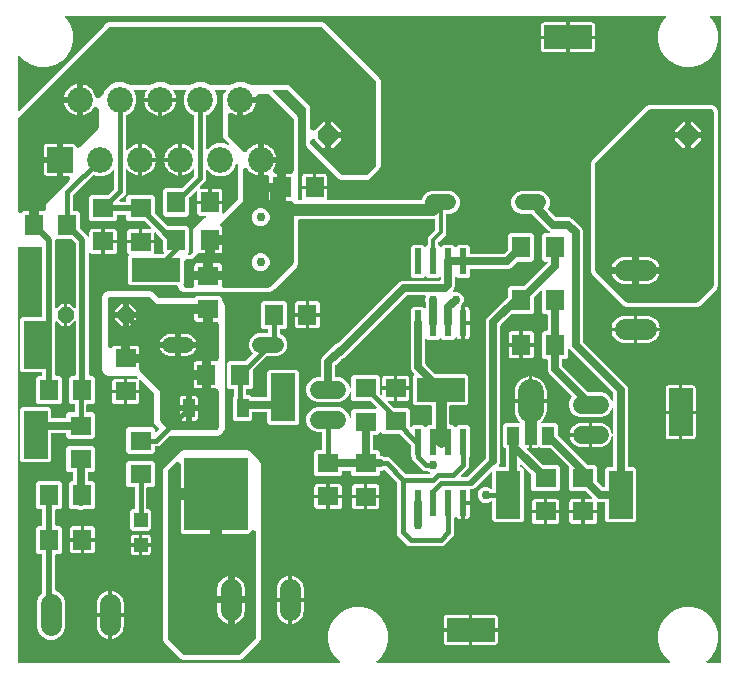
<source format=gbr>
G04 EAGLE Gerber RS-274X export*
G75*
%MOMM*%
%FSLAX34Y34*%
%LPD*%
%INTop Copper*%
%IPPOS*%
%AMOC8*
5,1,8,0,0,1.08239X$1,22.5*%
G01*
%ADD10P,1.429621X8X202.500000*%
%ADD11R,1.600000X1.800000*%
%ADD12R,1.800000X1.600000*%
%ADD13C,1.320800*%
%ADD14R,1.803000X1.600000*%
%ADD15R,0.609600X2.209800*%
%ADD16R,0.600000X2.200000*%
%ADD17R,1.000000X1.500000*%
%ADD18R,1.000000X2.000000*%
%ADD19C,2.200000*%
%ADD20C,1.524000*%
%ADD21R,1.200000X1.200000*%
%ADD22R,5.400000X6.200000*%
%ADD23R,1.000000X1.600000*%
%ADD24R,1.600000X1.803000*%
%ADD25P,1.785944X8X22.500000*%
%ADD26R,2.184400X2.184400*%
%ADD27C,2.184400*%
%ADD28C,1.790700*%
%ADD29R,2.032000X4.064000*%
%ADD30R,4.064000X2.032000*%
%ADD31C,0.508000*%
%ADD32C,0.635000*%
%ADD33C,0.756400*%
%ADD34C,0.381000*%
%ADD35C,1.016000*%
%ADD36C,0.304800*%
%ADD37C,0.889000*%

G36*
X282350Y10172D02*
X282350Y10172D01*
X282422Y10174D01*
X282471Y10192D01*
X282522Y10200D01*
X282586Y10234D01*
X282653Y10259D01*
X282694Y10291D01*
X282740Y10316D01*
X282789Y10368D01*
X282845Y10412D01*
X282873Y10456D01*
X282909Y10494D01*
X282939Y10559D01*
X282978Y10619D01*
X282991Y10670D01*
X283013Y10717D01*
X283020Y10788D01*
X283038Y10858D01*
X283034Y10910D01*
X283040Y10961D01*
X283024Y11032D01*
X283019Y11103D01*
X282998Y11151D01*
X282987Y11202D01*
X282951Y11263D01*
X282923Y11329D01*
X282878Y11385D01*
X282861Y11413D01*
X282843Y11428D01*
X282818Y11460D01*
X278124Y16154D01*
X274780Y21946D01*
X273049Y28406D01*
X273049Y35094D01*
X274780Y41554D01*
X278124Y47346D01*
X282854Y52076D01*
X288646Y55420D01*
X295106Y57151D01*
X301794Y57151D01*
X308254Y55420D01*
X314046Y52076D01*
X318776Y47346D01*
X322120Y41554D01*
X323851Y35094D01*
X323851Y28406D01*
X322120Y21946D01*
X318776Y16154D01*
X314082Y11460D01*
X314040Y11402D01*
X313991Y11350D01*
X313969Y11303D01*
X313939Y11261D01*
X313918Y11192D01*
X313887Y11127D01*
X313882Y11075D01*
X313866Y11025D01*
X313868Y10954D01*
X313860Y10883D01*
X313871Y10832D01*
X313873Y10780D01*
X313897Y10712D01*
X313913Y10642D01*
X313939Y10597D01*
X313957Y10549D01*
X314002Y10493D01*
X314039Y10431D01*
X314078Y10397D01*
X314111Y10357D01*
X314171Y10318D01*
X314226Y10271D01*
X314274Y10252D01*
X314318Y10224D01*
X314387Y10206D01*
X314454Y10179D01*
X314525Y10171D01*
X314556Y10163D01*
X314580Y10165D01*
X314621Y10161D01*
X561679Y10161D01*
X561750Y10172D01*
X561822Y10174D01*
X561871Y10192D01*
X561922Y10200D01*
X561986Y10234D01*
X562053Y10259D01*
X562094Y10291D01*
X562140Y10316D01*
X562189Y10368D01*
X562245Y10412D01*
X562273Y10456D01*
X562309Y10494D01*
X562339Y10559D01*
X562378Y10619D01*
X562391Y10670D01*
X562413Y10717D01*
X562420Y10788D01*
X562438Y10858D01*
X562434Y10910D01*
X562440Y10961D01*
X562424Y11032D01*
X562419Y11103D01*
X562398Y11151D01*
X562387Y11202D01*
X562351Y11263D01*
X562323Y11329D01*
X562278Y11385D01*
X562261Y11413D01*
X562243Y11428D01*
X562218Y11460D01*
X557524Y16154D01*
X554180Y21946D01*
X552449Y28406D01*
X552449Y35094D01*
X554180Y41554D01*
X557524Y47346D01*
X562254Y52076D01*
X568046Y55420D01*
X574506Y57151D01*
X581194Y57151D01*
X587654Y55420D01*
X593446Y52076D01*
X598176Y47346D01*
X601520Y41554D01*
X603251Y35094D01*
X603251Y28406D01*
X601520Y21946D01*
X598176Y16154D01*
X593482Y11460D01*
X593440Y11402D01*
X593391Y11350D01*
X593369Y11303D01*
X593339Y11261D01*
X593318Y11192D01*
X593287Y11127D01*
X593282Y11075D01*
X593266Y11025D01*
X593268Y10954D01*
X593260Y10883D01*
X593271Y10832D01*
X593273Y10780D01*
X593297Y10712D01*
X593313Y10642D01*
X593339Y10597D01*
X593357Y10549D01*
X593402Y10493D01*
X593439Y10431D01*
X593478Y10397D01*
X593511Y10357D01*
X593571Y10318D01*
X593626Y10271D01*
X593674Y10252D01*
X593718Y10224D01*
X593787Y10206D01*
X593854Y10179D01*
X593925Y10171D01*
X593956Y10163D01*
X593980Y10165D01*
X594021Y10161D01*
X604828Y10161D01*
X604848Y10164D01*
X604867Y10162D01*
X604969Y10184D01*
X605071Y10200D01*
X605088Y10210D01*
X605108Y10214D01*
X605197Y10267D01*
X605288Y10316D01*
X605302Y10330D01*
X605319Y10340D01*
X605386Y10419D01*
X605458Y10494D01*
X605466Y10512D01*
X605479Y10527D01*
X605518Y10623D01*
X605561Y10717D01*
X605563Y10737D01*
X605571Y10755D01*
X605589Y10922D01*
X605589Y557278D01*
X605586Y557298D01*
X605588Y557317D01*
X605566Y557419D01*
X605550Y557521D01*
X605540Y557538D01*
X605536Y557558D01*
X605483Y557647D01*
X605434Y557738D01*
X605420Y557752D01*
X605410Y557769D01*
X605331Y557836D01*
X605256Y557908D01*
X605238Y557916D01*
X605223Y557929D01*
X605127Y557968D01*
X605033Y558011D01*
X605013Y558013D01*
X604995Y558021D01*
X604828Y558039D01*
X597321Y558039D01*
X597250Y558028D01*
X597178Y558026D01*
X597129Y558008D01*
X597078Y558000D01*
X597014Y557966D01*
X596947Y557941D01*
X596906Y557909D01*
X596860Y557884D01*
X596811Y557832D01*
X596755Y557788D01*
X596727Y557744D01*
X596691Y557706D01*
X596661Y557641D01*
X596622Y557581D01*
X596609Y557530D01*
X596587Y557483D01*
X596580Y557412D01*
X596562Y557342D01*
X596566Y557290D01*
X596560Y557239D01*
X596576Y557168D01*
X596581Y557097D01*
X596602Y557049D01*
X596613Y556998D01*
X596649Y556937D01*
X596677Y556871D01*
X596722Y556815D01*
X596739Y556787D01*
X596757Y556772D01*
X596782Y556740D01*
X598176Y555346D01*
X601520Y549554D01*
X603251Y543094D01*
X603251Y536406D01*
X601520Y529946D01*
X598176Y524154D01*
X593446Y519424D01*
X587654Y516080D01*
X581194Y514349D01*
X574506Y514349D01*
X568046Y516080D01*
X562254Y519424D01*
X557524Y524154D01*
X554180Y529946D01*
X552449Y536406D01*
X552449Y543094D01*
X554180Y549554D01*
X557524Y555346D01*
X558918Y556740D01*
X558960Y556798D01*
X559009Y556850D01*
X559031Y556897D01*
X559061Y556939D01*
X559082Y557008D01*
X559113Y557073D01*
X559118Y557125D01*
X559134Y557175D01*
X559132Y557246D01*
X559140Y557317D01*
X559129Y557368D01*
X559127Y557420D01*
X559103Y557488D01*
X559087Y557558D01*
X559061Y557603D01*
X559043Y557651D01*
X558998Y557707D01*
X558961Y557769D01*
X558922Y557803D01*
X558889Y557843D01*
X558829Y557882D01*
X558774Y557929D01*
X558726Y557948D01*
X558682Y557976D01*
X558613Y557994D01*
X558546Y558021D01*
X558475Y558029D01*
X558444Y558037D01*
X558420Y558035D01*
X558379Y558039D01*
X51221Y558039D01*
X51150Y558028D01*
X51078Y558026D01*
X51029Y558008D01*
X50978Y558000D01*
X50914Y557966D01*
X50847Y557941D01*
X50806Y557909D01*
X50760Y557884D01*
X50711Y557832D01*
X50655Y557788D01*
X50627Y557744D01*
X50591Y557706D01*
X50561Y557641D01*
X50522Y557581D01*
X50509Y557530D01*
X50487Y557483D01*
X50480Y557412D01*
X50462Y557342D01*
X50466Y557290D01*
X50460Y557239D01*
X50476Y557168D01*
X50481Y557097D01*
X50502Y557049D01*
X50513Y556998D01*
X50549Y556937D01*
X50577Y556871D01*
X50622Y556815D01*
X50639Y556787D01*
X50657Y556772D01*
X50682Y556740D01*
X52076Y555346D01*
X55420Y549554D01*
X57151Y543094D01*
X57151Y536406D01*
X55420Y529946D01*
X52076Y524154D01*
X47346Y519424D01*
X41554Y516080D01*
X35094Y514349D01*
X28406Y514349D01*
X21946Y516080D01*
X16154Y519424D01*
X11460Y524118D01*
X11402Y524160D01*
X11350Y524209D01*
X11303Y524231D01*
X11261Y524261D01*
X11192Y524282D01*
X11127Y524313D01*
X11075Y524318D01*
X11025Y524334D01*
X10954Y524332D01*
X10883Y524340D01*
X10832Y524329D01*
X10780Y524327D01*
X10712Y524303D01*
X10642Y524287D01*
X10597Y524261D01*
X10549Y524243D01*
X10493Y524198D01*
X10431Y524161D01*
X10397Y524122D01*
X10357Y524089D01*
X10318Y524029D01*
X10271Y523974D01*
X10252Y523926D01*
X10224Y523882D01*
X10206Y523813D01*
X10179Y523746D01*
X10171Y523675D01*
X10163Y523644D01*
X10165Y523620D01*
X10161Y523579D01*
X10161Y478180D01*
X10172Y478109D01*
X10174Y478037D01*
X10192Y477988D01*
X10200Y477937D01*
X10234Y477874D01*
X10259Y477806D01*
X10291Y477766D01*
X10316Y477720D01*
X10368Y477670D01*
X10412Y477614D01*
X10456Y477586D01*
X10494Y477550D01*
X10559Y477520D01*
X10619Y477481D01*
X10670Y477469D01*
X10717Y477447D01*
X10788Y477439D01*
X10858Y477421D01*
X10910Y477425D01*
X10961Y477420D01*
X11032Y477435D01*
X11103Y477440D01*
X11151Y477461D01*
X11202Y477472D01*
X11263Y477509D01*
X11329Y477537D01*
X11385Y477581D01*
X11413Y477598D01*
X11428Y477616D01*
X11460Y477642D01*
X83409Y549590D01*
X85303Y551484D01*
X87637Y552451D01*
X267963Y552451D01*
X270297Y551484D01*
X316534Y505247D01*
X317501Y502913D01*
X317501Y430537D01*
X316534Y428203D01*
X308397Y420066D01*
X306063Y419099D01*
X284487Y419099D01*
X282153Y420066D01*
X254966Y447253D01*
X253999Y449587D01*
X253999Y479654D01*
X253985Y479744D01*
X253977Y479835D01*
X253965Y479865D01*
X253960Y479897D01*
X253917Y479978D01*
X253881Y480061D01*
X253855Y480094D01*
X253844Y480114D01*
X253821Y480136D01*
X253776Y480192D01*
X238892Y495076D01*
X238818Y495129D01*
X238749Y495189D01*
X238719Y495201D01*
X238693Y495220D01*
X238606Y495247D01*
X238521Y495281D01*
X238480Y495285D01*
X238458Y495292D01*
X238425Y495291D01*
X238354Y495299D01*
X226720Y495299D01*
X226649Y495288D01*
X226577Y495286D01*
X226528Y495268D01*
X226477Y495260D01*
X226414Y495226D01*
X226346Y495201D01*
X226306Y495169D01*
X226260Y495144D01*
X226210Y495092D01*
X226154Y495048D01*
X226126Y495004D01*
X226090Y494966D01*
X226060Y494901D01*
X226021Y494841D01*
X226009Y494790D01*
X225987Y494743D01*
X225979Y494672D01*
X225961Y494602D01*
X225965Y494550D01*
X225960Y494499D01*
X225975Y494428D01*
X225980Y494357D01*
X226001Y494309D01*
X226012Y494258D01*
X226049Y494197D01*
X226077Y494131D01*
X226122Y494075D01*
X226138Y494047D01*
X226156Y494032D01*
X226182Y494000D01*
X227741Y492440D01*
X246684Y473497D01*
X247651Y471163D01*
X247651Y402590D01*
X247654Y402570D01*
X247652Y402551D01*
X247674Y402449D01*
X247690Y402347D01*
X247700Y402330D01*
X247704Y402310D01*
X247757Y402221D01*
X247806Y402130D01*
X247820Y402116D01*
X247830Y402099D01*
X247909Y402032D01*
X247984Y401960D01*
X248002Y401952D01*
X248017Y401939D01*
X248113Y401900D01*
X248207Y401857D01*
X248227Y401855D01*
X248245Y401847D01*
X248412Y401829D01*
X250542Y401829D01*
X250659Y401848D01*
X250777Y401866D01*
X250781Y401868D01*
X250785Y401868D01*
X250889Y401924D01*
X250996Y401979D01*
X250999Y401982D01*
X251003Y401984D01*
X251084Y402070D01*
X251167Y402155D01*
X251169Y402159D01*
X251172Y402162D01*
X251222Y402270D01*
X251273Y402377D01*
X251274Y402381D01*
X251276Y402385D01*
X251289Y402503D01*
X251303Y402621D01*
X251302Y402626D01*
X251303Y402629D01*
X251300Y402643D01*
X251278Y402787D01*
X251109Y403416D01*
X251109Y411227D01*
X260888Y411227D01*
X260908Y411230D01*
X260927Y411228D01*
X261029Y411250D01*
X261131Y411267D01*
X261148Y411276D01*
X261168Y411280D01*
X261257Y411333D01*
X261348Y411382D01*
X261362Y411396D01*
X261379Y411406D01*
X261446Y411485D01*
X261517Y411560D01*
X261526Y411578D01*
X261539Y411593D01*
X261578Y411689D01*
X261621Y411783D01*
X261623Y411803D01*
X261631Y411821D01*
X261649Y411988D01*
X261649Y412751D01*
X261651Y412751D01*
X261651Y411988D01*
X261654Y411968D01*
X261652Y411949D01*
X261674Y411847D01*
X261691Y411745D01*
X261700Y411728D01*
X261704Y411708D01*
X261757Y411619D01*
X261806Y411528D01*
X261820Y411514D01*
X261830Y411497D01*
X261909Y411430D01*
X261984Y411359D01*
X262002Y411350D01*
X262017Y411337D01*
X262113Y411298D01*
X262207Y411255D01*
X262227Y411253D01*
X262245Y411245D01*
X262412Y411227D01*
X272191Y411227D01*
X272191Y403416D01*
X272022Y402787D01*
X272010Y402668D01*
X271997Y402551D01*
X271998Y402546D01*
X271998Y402542D01*
X272024Y402427D01*
X272050Y402310D01*
X272052Y402307D01*
X272053Y402303D01*
X272115Y402201D01*
X272176Y402099D01*
X272179Y402096D01*
X272181Y402093D01*
X272272Y402016D01*
X272363Y401939D01*
X272367Y401938D01*
X272370Y401935D01*
X272480Y401892D01*
X272591Y401847D01*
X272596Y401847D01*
X272599Y401845D01*
X272613Y401845D01*
X272758Y401829D01*
X351476Y401829D01*
X351591Y401848D01*
X351707Y401865D01*
X351713Y401867D01*
X351719Y401868D01*
X351821Y401923D01*
X351926Y401976D01*
X351931Y401981D01*
X351936Y401984D01*
X352016Y402068D01*
X352099Y402152D01*
X352102Y402158D01*
X352106Y402162D01*
X352113Y402179D01*
X352179Y402299D01*
X353513Y405518D01*
X356228Y408233D01*
X359776Y409703D01*
X376824Y409703D01*
X380372Y408233D01*
X383087Y405518D01*
X384557Y401970D01*
X384557Y398130D01*
X383087Y394582D01*
X380372Y391867D01*
X376824Y390397D01*
X373634Y390397D01*
X373614Y390394D01*
X373595Y390396D01*
X373493Y390374D01*
X373391Y390358D01*
X373374Y390348D01*
X373354Y390344D01*
X373265Y390291D01*
X373174Y390242D01*
X373160Y390228D01*
X373143Y390218D01*
X373076Y390139D01*
X373004Y390064D01*
X372996Y390046D01*
X372983Y390031D01*
X372944Y389935D01*
X372901Y389841D01*
X372899Y389821D01*
X372891Y389803D01*
X372873Y389636D01*
X372873Y372756D01*
X366746Y366629D01*
X366693Y366555D01*
X366633Y366485D01*
X366621Y366455D01*
X366602Y366429D01*
X366575Y366342D01*
X366541Y366257D01*
X366537Y366216D01*
X366530Y366194D01*
X366531Y366162D01*
X366523Y366091D01*
X366523Y364163D01*
X366537Y364073D01*
X366545Y363982D01*
X366557Y363952D01*
X366562Y363920D01*
X366605Y363840D01*
X366641Y363756D01*
X366667Y363724D01*
X366678Y363703D01*
X366701Y363681D01*
X366719Y363658D01*
X366723Y363651D01*
X366728Y363647D01*
X366746Y363625D01*
X367762Y362609D01*
X367778Y362597D01*
X367790Y362582D01*
X367878Y362526D01*
X367961Y362465D01*
X367980Y362459D01*
X367997Y362449D01*
X368098Y362423D01*
X368197Y362393D01*
X368216Y362393D01*
X368236Y362389D01*
X368339Y362397D01*
X368442Y362399D01*
X368461Y362406D01*
X368481Y362408D01*
X368576Y362448D01*
X368673Y362484D01*
X368689Y362496D01*
X368707Y362504D01*
X368838Y362609D01*
X370339Y364110D01*
X378961Y364110D01*
X380462Y362609D01*
X380478Y362597D01*
X380490Y362582D01*
X380578Y362526D01*
X380661Y362465D01*
X380680Y362459D01*
X380697Y362449D01*
X380798Y362423D01*
X380897Y362393D01*
X380916Y362393D01*
X380936Y362389D01*
X381039Y362397D01*
X381142Y362399D01*
X381161Y362406D01*
X381181Y362408D01*
X381276Y362448D01*
X381373Y362484D01*
X381389Y362496D01*
X381407Y362504D01*
X381538Y362609D01*
X383039Y364110D01*
X391661Y364110D01*
X393447Y362324D01*
X393447Y356997D01*
X393450Y356977D01*
X393448Y356958D01*
X393470Y356856D01*
X393486Y356754D01*
X393496Y356737D01*
X393500Y356717D01*
X393553Y356628D01*
X393602Y356537D01*
X393616Y356523D01*
X393626Y356506D01*
X393705Y356439D01*
X393780Y356367D01*
X393798Y356359D01*
X393813Y356346D01*
X393909Y356307D01*
X394003Y356264D01*
X394023Y356262D01*
X394041Y356254D01*
X394208Y356236D01*
X421799Y356236D01*
X421889Y356250D01*
X421980Y356258D01*
X422010Y356270D01*
X422041Y356275D01*
X422122Y356318D01*
X422206Y356354D01*
X422238Y356380D01*
X422259Y356391D01*
X422281Y356414D01*
X422337Y356459D01*
X425358Y359480D01*
X425411Y359554D01*
X425471Y359623D01*
X425483Y359653D01*
X425502Y359680D01*
X425529Y359767D01*
X425563Y359852D01*
X425567Y359892D01*
X425574Y359915D01*
X425573Y359947D01*
X425581Y360018D01*
X425581Y372228D01*
X427367Y374014D01*
X445893Y374014D01*
X447679Y372228D01*
X447679Y351672D01*
X445893Y349886D01*
X433683Y349886D01*
X433593Y349872D01*
X433502Y349864D01*
X433472Y349852D01*
X433440Y349847D01*
X433360Y349804D01*
X433276Y349768D01*
X433244Y349742D01*
X433223Y349731D01*
X433201Y349708D01*
X433145Y349663D01*
X428217Y344736D01*
X425930Y343788D01*
X394208Y343788D01*
X394188Y343785D01*
X394169Y343787D01*
X394067Y343765D01*
X393965Y343749D01*
X393948Y343739D01*
X393928Y343735D01*
X393839Y343682D01*
X393748Y343633D01*
X393734Y343619D01*
X393717Y343609D01*
X393650Y343530D01*
X393578Y343455D01*
X393570Y343437D01*
X393557Y343422D01*
X393518Y343326D01*
X393475Y343232D01*
X393473Y343212D01*
X393465Y343194D01*
X393447Y343027D01*
X393447Y337700D01*
X391661Y335914D01*
X383039Y335914D01*
X382173Y336780D01*
X382115Y336822D01*
X382063Y336871D01*
X382016Y336893D01*
X381974Y336924D01*
X381905Y336945D01*
X381840Y336975D01*
X381788Y336981D01*
X381738Y336996D01*
X381667Y336994D01*
X381596Y337002D01*
X381545Y336991D01*
X381493Y336990D01*
X381425Y336965D01*
X381355Y336950D01*
X381310Y336923D01*
X381262Y336905D01*
X381206Y336860D01*
X381144Y336824D01*
X381110Y336784D01*
X381070Y336752D01*
X381031Y336691D01*
X380984Y336637D01*
X380965Y336588D01*
X380937Y336545D01*
X380919Y336475D01*
X380892Y336409D01*
X380884Y336337D01*
X380876Y336306D01*
X380878Y336283D01*
X380874Y336242D01*
X380874Y328962D01*
X379926Y326675D01*
X378833Y325581D01*
X378776Y325502D01*
X378714Y325427D01*
X378704Y325402D01*
X378689Y325381D01*
X378660Y325288D01*
X378626Y325197D01*
X378624Y325171D01*
X378617Y325146D01*
X378619Y325049D01*
X378615Y324951D01*
X378622Y324926D01*
X378623Y324900D01*
X378657Y324809D01*
X378684Y324715D01*
X378699Y324694D01*
X378708Y324669D01*
X378768Y324593D01*
X378824Y324513D01*
X378845Y324498D01*
X378861Y324477D01*
X378943Y324424D01*
X379021Y324366D01*
X379046Y324358D01*
X379068Y324344D01*
X379163Y324320D01*
X379255Y324290D01*
X379281Y324291D01*
X379307Y324284D01*
X379404Y324292D01*
X379501Y324293D01*
X379533Y324302D01*
X379552Y324303D01*
X379582Y324316D01*
X379632Y324331D01*
X382359Y324331D01*
X384869Y323291D01*
X386791Y321369D01*
X387831Y318859D01*
X387831Y316141D01*
X386791Y313631D01*
X385737Y312577D01*
X385696Y312519D01*
X385646Y312467D01*
X385624Y312420D01*
X385594Y312378D01*
X385573Y312309D01*
X385543Y312244D01*
X385537Y312192D01*
X385521Y312142D01*
X385523Y312071D01*
X385515Y312000D01*
X385526Y311949D01*
X385528Y311897D01*
X385552Y311829D01*
X385568Y311759D01*
X385594Y311714D01*
X385612Y311666D01*
X385657Y311610D01*
X385694Y311548D01*
X385733Y311514D01*
X385766Y311474D01*
X385826Y311435D01*
X385827Y311434D01*
X385827Y298450D01*
X385830Y298430D01*
X385828Y298411D01*
X385850Y298309D01*
X385867Y298207D01*
X385876Y298190D01*
X385880Y298170D01*
X385933Y298081D01*
X385982Y297990D01*
X385996Y297976D01*
X386006Y297959D01*
X386085Y297892D01*
X386160Y297821D01*
X386178Y297812D01*
X386193Y297799D01*
X386289Y297760D01*
X386383Y297717D01*
X386403Y297715D01*
X386421Y297707D01*
X386588Y297689D01*
X387351Y297689D01*
X387351Y297687D01*
X386588Y297687D01*
X386568Y297684D01*
X386549Y297686D01*
X386447Y297664D01*
X386345Y297647D01*
X386328Y297638D01*
X386308Y297634D01*
X386219Y297581D01*
X386128Y297532D01*
X386114Y297518D01*
X386097Y297508D01*
X386030Y297429D01*
X385959Y297354D01*
X385950Y297336D01*
X385937Y297321D01*
X385898Y297225D01*
X385855Y297131D01*
X385853Y297111D01*
X385845Y297093D01*
X385827Y296926D01*
X385827Y284098D01*
X383968Y284098D01*
X383321Y284271D01*
X382742Y284606D01*
X382269Y285079D01*
X382099Y285373D01*
X382055Y285427D01*
X382033Y285463D01*
X382009Y285484D01*
X381949Y285558D01*
X381946Y285560D01*
X381943Y285564D01*
X381844Y285626D01*
X381743Y285691D01*
X381738Y285692D01*
X381735Y285694D01*
X381620Y285722D01*
X381504Y285751D01*
X381500Y285751D01*
X381496Y285752D01*
X381377Y285741D01*
X381259Y285732D01*
X381255Y285730D01*
X381251Y285730D01*
X381141Y285682D01*
X381032Y285636D01*
X381029Y285633D01*
X381026Y285631D01*
X381015Y285622D01*
X380965Y285581D01*
X380959Y285578D01*
X380953Y285572D01*
X380901Y285531D01*
X378961Y283590D01*
X370339Y283590D01*
X368838Y285091D01*
X368822Y285103D01*
X368810Y285118D01*
X368722Y285174D01*
X368639Y285235D01*
X368620Y285241D01*
X368603Y285251D01*
X368502Y285277D01*
X368403Y285307D01*
X368384Y285307D01*
X368364Y285311D01*
X368261Y285303D01*
X368158Y285301D01*
X368139Y285294D01*
X368119Y285292D01*
X368024Y285252D01*
X367927Y285216D01*
X367911Y285204D01*
X367893Y285196D01*
X367762Y285091D01*
X366261Y283590D01*
X357639Y283590D01*
X356773Y284456D01*
X356715Y284498D01*
X356663Y284547D01*
X356616Y284569D01*
X356574Y284600D01*
X356505Y284621D01*
X356440Y284651D01*
X356388Y284657D01*
X356338Y284672D01*
X356267Y284670D01*
X356196Y284678D01*
X356145Y284667D01*
X356093Y284666D01*
X356025Y284641D01*
X355955Y284626D01*
X355910Y284599D01*
X355862Y284581D01*
X355806Y284536D01*
X355744Y284500D01*
X355710Y284460D01*
X355670Y284428D01*
X355631Y284367D01*
X355584Y284313D01*
X355565Y284264D01*
X355537Y284221D01*
X355519Y284151D01*
X355492Y284085D01*
X355484Y284013D01*
X355476Y283982D01*
X355478Y283959D01*
X355474Y283918D01*
X355474Y263243D01*
X355488Y263153D01*
X355496Y263062D01*
X355508Y263032D01*
X355513Y263001D01*
X355556Y262920D01*
X355592Y262836D01*
X355618Y262804D01*
X355629Y262783D01*
X355652Y262761D01*
X355697Y262705D01*
X363670Y254732D01*
X363744Y254679D01*
X363813Y254619D01*
X363844Y254607D01*
X363870Y254588D01*
X363957Y254561D01*
X364042Y254527D01*
X364082Y254523D01*
X364105Y254516D01*
X364137Y254517D01*
X364208Y254509D01*
X389883Y254509D01*
X391669Y252723D01*
X391669Y229877D01*
X389883Y228091D01*
X376555Y228091D01*
X376535Y228088D01*
X376516Y228090D01*
X376414Y228068D01*
X376312Y228052D01*
X376295Y228042D01*
X376275Y228038D01*
X376186Y227985D01*
X376095Y227936D01*
X376081Y227922D01*
X376064Y227912D01*
X375997Y227833D01*
X375925Y227758D01*
X375917Y227740D01*
X375904Y227725D01*
X375865Y227629D01*
X375822Y227535D01*
X375820Y227515D01*
X375812Y227497D01*
X375794Y227330D01*
X375794Y212260D01*
X375797Y212240D01*
X375795Y212221D01*
X375817Y212119D01*
X375833Y212017D01*
X375843Y212000D01*
X375847Y211980D01*
X375900Y211891D01*
X375949Y211800D01*
X375963Y211786D01*
X375973Y211769D01*
X376052Y211702D01*
X376127Y211630D01*
X376145Y211622D01*
X376160Y211609D01*
X376256Y211570D01*
X376350Y211527D01*
X376370Y211525D01*
X376388Y211517D01*
X376555Y211499D01*
X378913Y211499D01*
X380462Y209950D01*
X380478Y209938D01*
X380490Y209923D01*
X380578Y209867D01*
X380661Y209806D01*
X380680Y209800D01*
X380697Y209790D01*
X380798Y209764D01*
X380897Y209734D01*
X380916Y209734D01*
X380936Y209730D01*
X381039Y209738D01*
X381142Y209740D01*
X381161Y209747D01*
X381181Y209749D01*
X381276Y209789D01*
X381373Y209825D01*
X381389Y209837D01*
X381407Y209845D01*
X381538Y209950D01*
X383087Y211499D01*
X391613Y211499D01*
X393399Y209713D01*
X393399Y185187D01*
X392527Y184315D01*
X392474Y184241D01*
X392414Y184172D01*
X392402Y184142D01*
X392383Y184115D01*
X392356Y184028D01*
X392322Y183944D01*
X392318Y183903D01*
X392311Y183880D01*
X392312Y183848D01*
X392304Y183777D01*
X392304Y175748D01*
X385482Y168926D01*
X385440Y168868D01*
X385391Y168816D01*
X385369Y168769D01*
X385338Y168727D01*
X385317Y168658D01*
X385287Y168593D01*
X385281Y168541D01*
X385266Y168491D01*
X385268Y168420D01*
X385260Y168349D01*
X385271Y168298D01*
X385272Y168246D01*
X385297Y168178D01*
X385312Y168108D01*
X385339Y168063D01*
X385357Y168015D01*
X385402Y167959D01*
X385438Y167897D01*
X385478Y167863D01*
X385511Y167823D01*
X385571Y167784D01*
X385625Y167737D01*
X385674Y167718D01*
X385717Y167690D01*
X385787Y167672D01*
X385853Y167645D01*
X385925Y167637D01*
X385956Y167629D01*
X385979Y167631D01*
X386020Y167627D01*
X391158Y167627D01*
X391248Y167641D01*
X391339Y167649D01*
X391369Y167661D01*
X391401Y167666D01*
X391482Y167709D01*
X391566Y167745D01*
X391598Y167771D01*
X391618Y167782D01*
X391641Y167805D01*
X391697Y167850D01*
X406303Y182456D01*
X406350Y182521D01*
X406364Y182536D01*
X406368Y182543D01*
X406416Y182600D01*
X406428Y182630D01*
X406447Y182656D01*
X406474Y182743D01*
X406508Y182828D01*
X406512Y182869D01*
X406519Y182891D01*
X406518Y182923D01*
X406526Y182995D01*
X406526Y299688D01*
X407474Y301975D01*
X425358Y319860D01*
X425411Y319934D01*
X425471Y320003D01*
X425483Y320034D01*
X425502Y320060D01*
X425529Y320147D01*
X425563Y320232D01*
X425567Y320272D01*
X425574Y320295D01*
X425573Y320327D01*
X425581Y320398D01*
X425581Y327778D01*
X427367Y329564D01*
X439577Y329564D01*
X439667Y329578D01*
X439758Y329586D01*
X439788Y329598D01*
X439819Y329603D01*
X439900Y329646D01*
X439984Y329682D01*
X440016Y329708D01*
X440037Y329719D01*
X440059Y329742D01*
X440115Y329787D01*
X458623Y348295D01*
X458676Y348369D01*
X458736Y348438D01*
X458748Y348469D01*
X458767Y348495D01*
X458794Y348582D01*
X458828Y348667D01*
X458832Y348707D01*
X458839Y348730D01*
X458838Y348762D01*
X458846Y348833D01*
X458846Y349125D01*
X458843Y349145D01*
X458845Y349164D01*
X458823Y349266D01*
X458807Y349368D01*
X458797Y349385D01*
X458793Y349405D01*
X458740Y349494D01*
X458691Y349585D01*
X458677Y349599D01*
X458667Y349616D01*
X458588Y349683D01*
X458513Y349755D01*
X458495Y349763D01*
X458480Y349776D01*
X458384Y349815D01*
X458290Y349858D01*
X458270Y349860D01*
X458252Y349868D01*
X458085Y349886D01*
X455807Y349886D01*
X454021Y351672D01*
X454021Y372228D01*
X455807Y374014D01*
X460326Y374014D01*
X460422Y374029D01*
X460519Y374039D01*
X460543Y374049D01*
X460569Y374053D01*
X460655Y374099D01*
X460744Y374139D01*
X460763Y374156D01*
X460786Y374169D01*
X460853Y374239D01*
X460925Y374305D01*
X460937Y374328D01*
X460955Y374347D01*
X460997Y374435D01*
X461043Y374521D01*
X461048Y374546D01*
X461059Y374570D01*
X461070Y374667D01*
X461087Y374763D01*
X461083Y374789D01*
X461086Y374814D01*
X461066Y374909D01*
X461051Y375006D01*
X461039Y375029D01*
X461034Y375055D01*
X460984Y375139D01*
X460940Y375225D01*
X460921Y375243D01*
X460908Y375266D01*
X460834Y375329D01*
X460764Y375397D01*
X460736Y375413D01*
X460721Y375426D01*
X460690Y375438D01*
X460617Y375478D01*
X460025Y375724D01*
X445574Y390174D01*
X445500Y390227D01*
X445431Y390287D01*
X445400Y390299D01*
X445374Y390318D01*
X445287Y390345D01*
X445202Y390379D01*
X445162Y390383D01*
X445139Y390390D01*
X445107Y390389D01*
X445036Y390397D01*
X435976Y390397D01*
X432428Y391867D01*
X429713Y394582D01*
X428243Y398130D01*
X428243Y401970D01*
X429713Y405518D01*
X432428Y408233D01*
X435976Y409703D01*
X453024Y409703D01*
X456572Y408233D01*
X459287Y405518D01*
X460757Y401970D01*
X460757Y398130D01*
X459330Y394686D01*
X459303Y394571D01*
X459275Y394459D01*
X459275Y394453D01*
X459274Y394447D01*
X459285Y394330D01*
X459294Y394214D01*
X459297Y394208D01*
X459297Y394202D01*
X459345Y394094D01*
X459390Y393987D01*
X459395Y393982D01*
X459397Y393977D01*
X459410Y393963D01*
X459495Y393856D01*
X465905Y387447D01*
X465979Y387394D01*
X466048Y387334D01*
X466079Y387322D01*
X466105Y387303D01*
X466192Y387276D01*
X466277Y387242D01*
X466317Y387238D01*
X466340Y387231D01*
X466372Y387232D01*
X466443Y387224D01*
X477488Y387224D01*
X479775Y386276D01*
X487876Y378175D01*
X488824Y375888D01*
X488824Y282293D01*
X488838Y282203D01*
X488846Y282112D01*
X488858Y282082D01*
X488863Y282051D01*
X488906Y281970D01*
X488942Y281886D01*
X488968Y281854D01*
X488979Y281833D01*
X489002Y281811D01*
X489047Y281755D01*
X525976Y244825D01*
X526924Y242538D01*
X526924Y176530D01*
X526927Y176510D01*
X526925Y176491D01*
X526947Y176389D01*
X526963Y176287D01*
X526973Y176270D01*
X526977Y176250D01*
X527030Y176161D01*
X527079Y176070D01*
X527093Y176056D01*
X527103Y176039D01*
X527182Y175972D01*
X527257Y175900D01*
X527275Y175892D01*
X527290Y175879D01*
X527386Y175840D01*
X527480Y175797D01*
X527500Y175795D01*
X527518Y175787D01*
X527685Y175769D01*
X532123Y175769D01*
X533909Y173983D01*
X533909Y130817D01*
X532123Y129031D01*
X509277Y129031D01*
X507491Y130817D01*
X507491Y145415D01*
X507488Y145435D01*
X507490Y145454D01*
X507468Y145556D01*
X507452Y145658D01*
X507442Y145675D01*
X507438Y145695D01*
X507385Y145784D01*
X507336Y145875D01*
X507322Y145889D01*
X507312Y145906D01*
X507233Y145973D01*
X507158Y146045D01*
X507140Y146053D01*
X507125Y146066D01*
X507029Y146105D01*
X506935Y146148D01*
X506915Y146150D01*
X506897Y146158D01*
X506730Y146176D01*
X501712Y146176D01*
X501543Y146246D01*
X501499Y146257D01*
X501457Y146276D01*
X501380Y146285D01*
X501304Y146302D01*
X501258Y146298D01*
X501213Y146303D01*
X501136Y146287D01*
X501059Y146279D01*
X501017Y146261D01*
X500972Y146251D01*
X500905Y146211D01*
X500834Y146179D01*
X500800Y146148D01*
X500761Y146125D01*
X500710Y146066D01*
X500653Y146013D01*
X500631Y145973D01*
X500601Y145938D01*
X500572Y145865D01*
X500535Y145797D01*
X500526Y145752D01*
X500509Y145710D01*
X500494Y145574D01*
X500491Y145555D01*
X500492Y145550D01*
X500491Y145543D01*
X500491Y139923D01*
X490473Y139923D01*
X490473Y148941D01*
X495770Y148941D01*
X495841Y148952D01*
X495912Y148954D01*
X495961Y148972D01*
X496013Y148980D01*
X496076Y149014D01*
X496143Y149039D01*
X496184Y149071D01*
X496230Y149096D01*
X496279Y149147D01*
X496335Y149192D01*
X496363Y149236D01*
X496399Y149274D01*
X496429Y149339D01*
X496468Y149399D01*
X496481Y149450D01*
X496503Y149497D01*
X496511Y149568D01*
X496528Y149638D01*
X496524Y149690D01*
X496530Y149741D01*
X496515Y149812D01*
X496509Y149883D01*
X496489Y149931D01*
X496478Y149982D01*
X496441Y150043D01*
X496413Y150109D01*
X496368Y150165D01*
X496352Y150193D01*
X496334Y150208D01*
X496308Y150240D01*
X491420Y155128D01*
X491346Y155181D01*
X491277Y155241D01*
X491246Y155253D01*
X491220Y155272D01*
X491133Y155299D01*
X491048Y155333D01*
X491008Y155337D01*
X490985Y155344D01*
X490953Y155343D01*
X490882Y155351D01*
X478687Y155351D01*
X476901Y157137D01*
X476901Y175912D01*
X476887Y176002D01*
X476879Y176093D01*
X476867Y176123D01*
X476862Y176154D01*
X476819Y176235D01*
X476783Y176319D01*
X476757Y176351D01*
X476746Y176372D01*
X476723Y176394D01*
X476678Y176450D01*
X461460Y191668D01*
X461386Y191721D01*
X461317Y191781D01*
X461286Y191793D01*
X461260Y191812D01*
X461173Y191839D01*
X461088Y191873D01*
X461048Y191877D01*
X461025Y191884D01*
X460993Y191883D01*
X460922Y191891D01*
X453227Y191891D01*
X452154Y192964D01*
X452138Y192976D01*
X452125Y192992D01*
X452038Y193048D01*
X451954Y193108D01*
X451935Y193114D01*
X451919Y193125D01*
X451818Y193150D01*
X451719Y193180D01*
X451699Y193180D01*
X451680Y193185D01*
X451577Y193177D01*
X451473Y193174D01*
X451455Y193167D01*
X451435Y193165D01*
X451340Y193125D01*
X451242Y193089D01*
X451227Y193077D01*
X451208Y193069D01*
X451078Y192964D01*
X451060Y192947D01*
X450481Y192612D01*
X449834Y192439D01*
X446023Y192439D01*
X446023Y204218D01*
X446020Y204238D01*
X446022Y204257D01*
X446000Y204359D01*
X445983Y204461D01*
X445974Y204478D01*
X445970Y204498D01*
X445917Y204587D01*
X445868Y204678D01*
X445854Y204692D01*
X445844Y204709D01*
X445765Y204776D01*
X445690Y204847D01*
X445672Y204856D01*
X445657Y204869D01*
X445561Y204908D01*
X445467Y204951D01*
X445447Y204953D01*
X445429Y204961D01*
X445262Y204979D01*
X443738Y204979D01*
X443718Y204976D01*
X443699Y204978D01*
X443597Y204956D01*
X443495Y204939D01*
X443478Y204930D01*
X443458Y204926D01*
X443369Y204873D01*
X443278Y204824D01*
X443264Y204810D01*
X443247Y204800D01*
X443180Y204721D01*
X443109Y204646D01*
X443100Y204628D01*
X443087Y204613D01*
X443048Y204517D01*
X443005Y204423D01*
X443003Y204403D01*
X442995Y204385D01*
X442977Y204218D01*
X442977Y192439D01*
X441800Y192439D01*
X441729Y192428D01*
X441658Y192426D01*
X441609Y192408D01*
X441557Y192400D01*
X441494Y192366D01*
X441427Y192341D01*
X441386Y192309D01*
X441340Y192284D01*
X441291Y192233D01*
X441235Y192188D01*
X441207Y192144D01*
X441171Y192106D01*
X441141Y192041D01*
X441102Y191981D01*
X441089Y191930D01*
X441067Y191883D01*
X441059Y191812D01*
X441042Y191742D01*
X441046Y191690D01*
X441040Y191639D01*
X441055Y191568D01*
X441061Y191497D01*
X441081Y191449D01*
X441092Y191398D01*
X441129Y191337D01*
X441157Y191271D01*
X441202Y191215D01*
X441218Y191187D01*
X441236Y191172D01*
X441262Y191140D01*
X454730Y177672D01*
X454804Y177619D01*
X454873Y177559D01*
X454904Y177547D01*
X454930Y177528D01*
X455017Y177501D01*
X455102Y177467D01*
X455142Y177463D01*
X455165Y177456D01*
X455197Y177457D01*
X455268Y177449D01*
X467463Y177449D01*
X469249Y175663D01*
X469249Y157137D01*
X467463Y155351D01*
X446937Y155351D01*
X445151Y157137D01*
X445151Y169332D01*
X445137Y169422D01*
X445129Y169513D01*
X445117Y169543D01*
X445112Y169575D01*
X445069Y169655D01*
X445033Y169739D01*
X445007Y169771D01*
X444996Y169792D01*
X444973Y169814D01*
X444928Y169870D01*
X437033Y177765D01*
X436975Y177807D01*
X436923Y177856D01*
X436876Y177878D01*
X436834Y177909D01*
X436765Y177930D01*
X436700Y177960D01*
X436648Y177966D01*
X436598Y177981D01*
X436527Y177979D01*
X436456Y177987D01*
X436405Y177976D01*
X436353Y177975D01*
X436285Y177950D01*
X436215Y177935D01*
X436171Y177908D01*
X436122Y177890D01*
X436066Y177845D01*
X436004Y177809D01*
X435970Y177769D01*
X435930Y177736D01*
X435891Y177676D01*
X435844Y177622D01*
X435825Y177573D01*
X435797Y177530D01*
X435779Y177460D01*
X435752Y177394D01*
X435744Y177322D01*
X435736Y177291D01*
X435738Y177268D01*
X435734Y177227D01*
X435734Y176530D01*
X435737Y176510D01*
X435735Y176491D01*
X435757Y176389D01*
X435773Y176287D01*
X435783Y176270D01*
X435787Y176250D01*
X435840Y176161D01*
X435889Y176070D01*
X435903Y176056D01*
X435913Y176039D01*
X435992Y175972D01*
X436067Y175900D01*
X436085Y175892D01*
X436100Y175879D01*
X436196Y175840D01*
X436290Y175797D01*
X436310Y175795D01*
X436328Y175787D01*
X436495Y175769D01*
X436873Y175769D01*
X438659Y173983D01*
X438659Y130817D01*
X436873Y129031D01*
X414027Y129031D01*
X412241Y130817D01*
X412241Y146685D01*
X412238Y146705D01*
X412240Y146724D01*
X412218Y146826D01*
X412202Y146928D01*
X412192Y146945D01*
X412188Y146965D01*
X412135Y147054D01*
X412086Y147145D01*
X412072Y147159D01*
X412062Y147176D01*
X411983Y147243D01*
X411908Y147315D01*
X411890Y147323D01*
X411875Y147336D01*
X411779Y147375D01*
X411685Y147418D01*
X411665Y147420D01*
X411647Y147428D01*
X411480Y147446D01*
X411422Y147446D01*
X411332Y147432D01*
X411241Y147424D01*
X411211Y147412D01*
X411179Y147407D01*
X411098Y147364D01*
X411014Y147328D01*
X410982Y147302D01*
X410962Y147291D01*
X410939Y147268D01*
X410883Y147223D01*
X410269Y146609D01*
X407759Y145569D01*
X405041Y145569D01*
X402531Y146609D01*
X400609Y148531D01*
X399569Y151041D01*
X399569Y153759D01*
X400609Y156269D01*
X402531Y158191D01*
X405041Y159231D01*
X407759Y159231D01*
X410269Y158191D01*
X410883Y157577D01*
X410957Y157524D01*
X411027Y157464D01*
X411057Y157452D01*
X411083Y157433D01*
X411170Y157406D01*
X411255Y157372D01*
X411296Y157368D01*
X411318Y157361D01*
X411350Y157362D01*
X411422Y157354D01*
X411480Y157354D01*
X411500Y157357D01*
X411519Y157355D01*
X411621Y157377D01*
X411723Y157393D01*
X411740Y157403D01*
X411760Y157407D01*
X411849Y157460D01*
X411940Y157509D01*
X411954Y157523D01*
X411971Y157533D01*
X412038Y157612D01*
X412110Y157687D01*
X412118Y157705D01*
X412131Y157720D01*
X412170Y157816D01*
X412213Y157910D01*
X412215Y157930D01*
X412223Y157948D01*
X412241Y158115D01*
X412241Y170749D01*
X412230Y170820D01*
X412228Y170892D01*
X412210Y170941D01*
X412202Y170992D01*
X412168Y171055D01*
X412143Y171123D01*
X412111Y171163D01*
X412086Y171209D01*
X412034Y171259D01*
X411990Y171315D01*
X411946Y171343D01*
X411908Y171379D01*
X411843Y171409D01*
X411783Y171448D01*
X411732Y171460D01*
X411685Y171482D01*
X411614Y171490D01*
X411544Y171508D01*
X411492Y171504D01*
X411441Y171509D01*
X411370Y171494D01*
X411299Y171489D01*
X411251Y171468D01*
X411200Y171457D01*
X411139Y171420D01*
X411073Y171392D01*
X411017Y171348D01*
X410989Y171331D01*
X410974Y171313D01*
X410942Y171287D01*
X397589Y157935D01*
X395535Y157084D01*
X393652Y157084D01*
X393632Y157081D01*
X393613Y157083D01*
X393511Y157061D01*
X393409Y157045D01*
X393392Y157035D01*
X393372Y157031D01*
X393283Y156978D01*
X393192Y156929D01*
X393178Y156915D01*
X393161Y156905D01*
X393094Y156826D01*
X393022Y156751D01*
X393014Y156733D01*
X393001Y156718D01*
X392962Y156622D01*
X392919Y156528D01*
X392917Y156508D01*
X392909Y156490D01*
X392891Y156323D01*
X392891Y146949D01*
X388088Y146949D01*
X388069Y146946D01*
X388049Y146948D01*
X387947Y146926D01*
X387845Y146910D01*
X387828Y146900D01*
X387808Y146896D01*
X387719Y146843D01*
X387628Y146794D01*
X387614Y146780D01*
X387597Y146770D01*
X387530Y146691D01*
X387459Y146616D01*
X387450Y146598D01*
X387437Y146583D01*
X387399Y146487D01*
X387355Y146393D01*
X387353Y146373D01*
X387345Y146355D01*
X387327Y146188D01*
X387327Y145473D01*
X386612Y145473D01*
X386592Y145470D01*
X386572Y145472D01*
X386471Y145450D01*
X386369Y145433D01*
X386352Y145424D01*
X386332Y145420D01*
X386243Y145367D01*
X386152Y145318D01*
X386138Y145304D01*
X386121Y145294D01*
X386054Y145215D01*
X385982Y145140D01*
X385974Y145122D01*
X385961Y145107D01*
X385922Y145010D01*
X385879Y144917D01*
X385877Y144897D01*
X385869Y144879D01*
X385851Y144712D01*
X385851Y131909D01*
X384016Y131909D01*
X383369Y132082D01*
X382790Y132417D01*
X382317Y132890D01*
X382112Y133245D01*
X382036Y133338D01*
X381962Y133430D01*
X381959Y133432D01*
X381956Y133435D01*
X381855Y133499D01*
X381755Y133563D01*
X381751Y133564D01*
X381748Y133566D01*
X381633Y133594D01*
X381517Y133623D01*
X381513Y133623D01*
X381509Y133624D01*
X381390Y133613D01*
X381272Y133604D01*
X381268Y133602D01*
X381264Y133602D01*
X381154Y133554D01*
X381045Y133508D01*
X381041Y133504D01*
X381038Y133503D01*
X381028Y133494D01*
X380914Y133403D01*
X379827Y132315D01*
X379774Y132241D01*
X379714Y132172D01*
X379702Y132142D01*
X379683Y132115D01*
X379656Y132028D01*
X379622Y131944D01*
X379618Y131903D01*
X379611Y131880D01*
X379612Y131848D01*
X379604Y131777D01*
X379604Y118598D01*
X370352Y109346D01*
X340848Y109346D01*
X331596Y118598D01*
X331596Y162733D01*
X331582Y162823D01*
X331574Y162914D01*
X331562Y162944D01*
X331557Y162976D01*
X331514Y163056D01*
X331478Y163140D01*
X331452Y163172D01*
X331441Y163193D01*
X331418Y163215D01*
X331373Y163271D01*
X321176Y173469D01*
X321081Y173537D01*
X320987Y173606D01*
X320981Y173608D01*
X320976Y173612D01*
X320865Y173646D01*
X320753Y173683D01*
X320747Y173683D01*
X320741Y173684D01*
X320624Y173681D01*
X320507Y173680D01*
X320500Y173678D01*
X320495Y173678D01*
X320478Y173672D01*
X320346Y173634D01*
X318518Y172876D01*
X317625Y172876D01*
X317605Y172873D01*
X317586Y172875D01*
X317484Y172853D01*
X317382Y172837D01*
X317365Y172827D01*
X317345Y172823D01*
X317256Y172770D01*
X317165Y172721D01*
X317151Y172707D01*
X317134Y172697D01*
X317067Y172618D01*
X316995Y172543D01*
X316987Y172525D01*
X316974Y172510D01*
X316935Y172414D01*
X316892Y172320D01*
X316890Y172300D01*
X316882Y172282D01*
X316864Y172115D01*
X316864Y170057D01*
X315078Y168271D01*
X294522Y168271D01*
X292736Y170057D01*
X292736Y172115D01*
X292733Y172135D01*
X292735Y172154D01*
X292713Y172256D01*
X292697Y172358D01*
X292687Y172375D01*
X292683Y172395D01*
X292630Y172484D01*
X292581Y172575D01*
X292567Y172589D01*
X292557Y172606D01*
X292478Y172673D01*
X292403Y172745D01*
X292385Y172753D01*
X292370Y172766D01*
X292274Y172805D01*
X292180Y172848D01*
X292160Y172850D01*
X292142Y172858D01*
X291975Y172876D01*
X285860Y172876D01*
X285840Y172873D01*
X285821Y172875D01*
X285719Y172853D01*
X285617Y172837D01*
X285600Y172827D01*
X285580Y172823D01*
X285491Y172770D01*
X285400Y172721D01*
X285386Y172707D01*
X285369Y172697D01*
X285302Y172618D01*
X285230Y172543D01*
X285222Y172525D01*
X285209Y172510D01*
X285170Y172414D01*
X285127Y172320D01*
X285125Y172300D01*
X285117Y172282D01*
X285099Y172115D01*
X285099Y169837D01*
X283313Y168051D01*
X262787Y168051D01*
X261001Y169837D01*
X261001Y188363D01*
X262787Y190149D01*
X267335Y190149D01*
X267355Y190152D01*
X267374Y190150D01*
X267476Y190172D01*
X267578Y190188D01*
X267595Y190198D01*
X267615Y190202D01*
X267704Y190255D01*
X267795Y190304D01*
X267809Y190318D01*
X267826Y190328D01*
X267893Y190407D01*
X267965Y190482D01*
X267973Y190500D01*
X267986Y190515D01*
X268025Y190611D01*
X268068Y190705D01*
X268070Y190725D01*
X268078Y190743D01*
X268096Y190910D01*
X268096Y204470D01*
X268093Y204490D01*
X268095Y204509D01*
X268073Y204611D01*
X268057Y204713D01*
X268047Y204730D01*
X268043Y204750D01*
X267990Y204839D01*
X267941Y204930D01*
X267927Y204944D01*
X267917Y204961D01*
X267838Y205028D01*
X267763Y205100D01*
X267745Y205108D01*
X267730Y205121D01*
X267634Y205160D01*
X267540Y205203D01*
X267520Y205205D01*
X267502Y205213D01*
X267335Y205231D01*
X263308Y205231D01*
X259387Y206855D01*
X256385Y209857D01*
X254761Y213778D01*
X254761Y218022D01*
X256385Y221943D01*
X259387Y224945D01*
X263308Y226569D01*
X282792Y226569D01*
X286713Y224945D01*
X289715Y221943D01*
X291272Y218184D01*
X291323Y218101D01*
X291369Y218015D01*
X291387Y217997D01*
X291401Y217975D01*
X291477Y217913D01*
X291547Y217846D01*
X291571Y217835D01*
X291591Y217818D01*
X291682Y217783D01*
X291770Y217742D01*
X291796Y217739D01*
X291820Y217730D01*
X291918Y217726D01*
X292014Y217715D01*
X292040Y217721D01*
X292066Y217719D01*
X292160Y217747D01*
X292255Y217767D01*
X292277Y217781D01*
X292302Y217788D01*
X292382Y217843D01*
X292466Y217893D01*
X292483Y217913D01*
X292504Y217928D01*
X292563Y218006D01*
X292626Y218080D01*
X292636Y218105D01*
X292651Y218126D01*
X292681Y218218D01*
X292718Y218308D01*
X292721Y218341D01*
X292727Y218359D01*
X292727Y218392D01*
X292736Y218475D01*
X292736Y223643D01*
X294522Y225429D01*
X313348Y225429D01*
X313419Y225440D01*
X313490Y225442D01*
X313539Y225460D01*
X313591Y225468D01*
X313654Y225502D01*
X313721Y225527D01*
X313762Y225559D01*
X313808Y225584D01*
X313857Y225636D01*
X313913Y225680D01*
X313941Y225724D01*
X313977Y225762D01*
X314008Y225827D01*
X314046Y225887D01*
X314059Y225938D01*
X314081Y225985D01*
X314089Y226056D01*
X314106Y226126D01*
X314102Y226178D01*
X314108Y226229D01*
X314093Y226300D01*
X314087Y226371D01*
X314067Y226419D01*
X314056Y226470D01*
X314019Y226531D01*
X313991Y226597D01*
X313946Y226653D01*
X313930Y226681D01*
X313912Y226696D01*
X313886Y226728D01*
X309066Y231548D01*
X308992Y231601D01*
X308923Y231661D01*
X308893Y231673D01*
X308866Y231692D01*
X308779Y231719D01*
X308694Y231753D01*
X308654Y231757D01*
X308631Y231764D01*
X308599Y231763D01*
X308528Y231771D01*
X294522Y231771D01*
X292736Y233557D01*
X292736Y238725D01*
X292721Y238821D01*
X292711Y238918D01*
X292701Y238942D01*
X292697Y238968D01*
X292651Y239054D01*
X292611Y239143D01*
X292594Y239162D01*
X292581Y239185D01*
X292511Y239252D01*
X292445Y239324D01*
X292422Y239336D01*
X292403Y239354D01*
X292315Y239395D01*
X292229Y239442D01*
X292204Y239447D01*
X292180Y239458D01*
X292083Y239469D01*
X291987Y239486D01*
X291961Y239482D01*
X291936Y239485D01*
X291840Y239464D01*
X291744Y239450D01*
X291721Y239438D01*
X291695Y239433D01*
X291612Y239383D01*
X291525Y239339D01*
X291506Y239320D01*
X291484Y239307D01*
X291421Y239233D01*
X291353Y239163D01*
X291337Y239134D01*
X291324Y239120D01*
X291312Y239089D01*
X291272Y239016D01*
X289715Y235257D01*
X286713Y232255D01*
X282792Y230631D01*
X263308Y230631D01*
X259387Y232255D01*
X256385Y235257D01*
X254761Y239178D01*
X254761Y243422D01*
X256385Y247343D01*
X259387Y250345D01*
X263308Y251969D01*
X266065Y251969D01*
X266085Y251972D01*
X266104Y251970D01*
X266206Y251992D01*
X266308Y252008D01*
X266325Y252018D01*
X266345Y252022D01*
X266434Y252075D01*
X266525Y252124D01*
X266539Y252138D01*
X266556Y252148D01*
X266623Y252227D01*
X266695Y252302D01*
X266703Y252320D01*
X266716Y252335D01*
X266755Y252431D01*
X266798Y252525D01*
X266800Y252545D01*
X266808Y252563D01*
X266826Y252730D01*
X266826Y266002D01*
X267774Y268290D01*
X279304Y279820D01*
X281432Y280701D01*
X281488Y280736D01*
X281548Y280761D01*
X281613Y280813D01*
X281641Y280831D01*
X281653Y280846D01*
X281679Y280866D01*
X333594Y332781D01*
X335881Y333729D01*
X367665Y333729D01*
X367685Y333732D01*
X367704Y333730D01*
X367806Y333752D01*
X367908Y333768D01*
X367925Y333778D01*
X367945Y333782D01*
X368034Y333835D01*
X368125Y333884D01*
X368139Y333898D01*
X368156Y333908D01*
X368223Y333987D01*
X368295Y334062D01*
X368303Y334080D01*
X368316Y334095D01*
X368355Y334191D01*
X368398Y334285D01*
X368400Y334305D01*
X368408Y334323D01*
X368426Y334490D01*
X368426Y336242D01*
X368415Y336313D01*
X368413Y336384D01*
X368395Y336433D01*
X368387Y336485D01*
X368353Y336548D01*
X368328Y336615D01*
X368296Y336656D01*
X368271Y336702D01*
X368219Y336751D01*
X368175Y336807D01*
X368131Y336836D01*
X368093Y336871D01*
X368028Y336902D01*
X367968Y336940D01*
X367917Y336953D01*
X367870Y336975D01*
X367799Y336983D01*
X367729Y337000D01*
X367677Y336996D01*
X367626Y337002D01*
X367555Y336987D01*
X367484Y336981D01*
X367436Y336961D01*
X367385Y336950D01*
X367324Y336913D01*
X367258Y336885D01*
X367202Y336840D01*
X367174Y336824D01*
X367159Y336806D01*
X367127Y336780D01*
X366261Y335914D01*
X357639Y335914D01*
X356138Y337415D01*
X356122Y337427D01*
X356110Y337442D01*
X356022Y337498D01*
X355939Y337559D01*
X355920Y337565D01*
X355903Y337575D01*
X355802Y337601D01*
X355703Y337631D01*
X355684Y337631D01*
X355664Y337635D01*
X355561Y337627D01*
X355458Y337625D01*
X355439Y337618D01*
X355419Y337616D01*
X355324Y337576D01*
X355227Y337540D01*
X355211Y337528D01*
X355193Y337520D01*
X355062Y337415D01*
X353561Y335914D01*
X344939Y335914D01*
X343153Y337700D01*
X343153Y362324D01*
X344939Y364110D01*
X353561Y364110D01*
X355062Y362609D01*
X355078Y362597D01*
X355090Y362582D01*
X355178Y362526D01*
X355261Y362465D01*
X355280Y362459D01*
X355297Y362449D01*
X355398Y362423D01*
X355497Y362393D01*
X355516Y362393D01*
X355536Y362389D01*
X355639Y362397D01*
X355742Y362399D01*
X355761Y362406D01*
X355781Y362408D01*
X355876Y362448D01*
X355973Y362484D01*
X355989Y362496D01*
X356007Y362504D01*
X356138Y362609D01*
X357154Y363625D01*
X357199Y363688D01*
X357224Y363714D01*
X357229Y363724D01*
X357267Y363768D01*
X357279Y363798D01*
X357298Y363825D01*
X357325Y363912D01*
X357359Y363996D01*
X357363Y364037D01*
X357370Y364060D01*
X357369Y364092D01*
X357377Y364163D01*
X357377Y370194D01*
X363504Y376321D01*
X363557Y376395D01*
X363617Y376465D01*
X363629Y376495D01*
X363648Y376521D01*
X363675Y376608D01*
X363709Y376693D01*
X363713Y376734D01*
X363720Y376756D01*
X363719Y376788D01*
X363727Y376859D01*
X363727Y384810D01*
X363724Y384830D01*
X363726Y384849D01*
X363704Y384951D01*
X363688Y385053D01*
X363678Y385070D01*
X363674Y385090D01*
X363621Y385179D01*
X363572Y385270D01*
X363558Y385284D01*
X363548Y385301D01*
X363469Y385368D01*
X363394Y385440D01*
X363376Y385448D01*
X363361Y385461D01*
X363265Y385500D01*
X363171Y385543D01*
X363151Y385545D01*
X363133Y385553D01*
X362966Y385571D01*
X248412Y385571D01*
X248392Y385568D01*
X248373Y385570D01*
X248271Y385548D01*
X248169Y385532D01*
X248152Y385522D01*
X248132Y385518D01*
X248043Y385465D01*
X247952Y385416D01*
X247938Y385402D01*
X247921Y385392D01*
X247854Y385313D01*
X247782Y385238D01*
X247774Y385220D01*
X247761Y385205D01*
X247722Y385109D01*
X247679Y385015D01*
X247677Y384995D01*
X247669Y384977D01*
X247651Y384810D01*
X247651Y347987D01*
X246684Y345653D01*
X244790Y343759D01*
X227741Y326710D01*
X225847Y324816D01*
X223513Y323849D01*
X151137Y323849D01*
X148803Y324816D01*
X147016Y326603D01*
X146047Y328941D01*
X146046Y328950D01*
X146048Y328969D01*
X146026Y329071D01*
X146010Y329173D01*
X146000Y329190D01*
X145996Y329210D01*
X145943Y329299D01*
X145894Y329390D01*
X145880Y329404D01*
X145870Y329421D01*
X145791Y329488D01*
X145716Y329560D01*
X145698Y329568D01*
X145683Y329581D01*
X145587Y329620D01*
X145493Y329663D01*
X145473Y329665D01*
X145455Y329673D01*
X145288Y329691D01*
X105417Y329691D01*
X103631Y331477D01*
X103631Y354323D01*
X104501Y355192D01*
X104569Y355287D01*
X104641Y355385D01*
X104642Y355389D01*
X104644Y355392D01*
X104679Y355505D01*
X104716Y355619D01*
X104716Y355623D01*
X104717Y355627D01*
X104714Y355746D01*
X104712Y355865D01*
X104710Y355869D01*
X104710Y355873D01*
X104669Y355985D01*
X104630Y356097D01*
X104627Y356100D01*
X104626Y356104D01*
X104551Y356198D01*
X104478Y356291D01*
X104474Y356294D01*
X104472Y356296D01*
X104461Y356304D01*
X104343Y356390D01*
X103725Y356747D01*
X103252Y357220D01*
X102917Y357799D01*
X102744Y358446D01*
X102744Y365257D01*
X113538Y365257D01*
X113558Y365260D01*
X113577Y365258D01*
X113679Y365280D01*
X113781Y365297D01*
X113798Y365306D01*
X113818Y365310D01*
X113907Y365363D01*
X113998Y365412D01*
X114012Y365426D01*
X114029Y365436D01*
X114096Y365515D01*
X114167Y365590D01*
X114176Y365608D01*
X114189Y365623D01*
X114228Y365719D01*
X114271Y365813D01*
X114273Y365833D01*
X114281Y365851D01*
X114299Y366018D01*
X114299Y366781D01*
X114301Y366781D01*
X114301Y366018D01*
X114304Y365998D01*
X114302Y365979D01*
X114324Y365877D01*
X114341Y365775D01*
X114350Y365758D01*
X114354Y365738D01*
X114407Y365649D01*
X114456Y365558D01*
X114470Y365544D01*
X114480Y365527D01*
X114559Y365460D01*
X114634Y365389D01*
X114652Y365380D01*
X114667Y365367D01*
X114763Y365328D01*
X114857Y365285D01*
X114877Y365283D01*
X114895Y365275D01*
X115062Y365257D01*
X125856Y365257D01*
X125856Y358446D01*
X125683Y357799D01*
X125366Y357251D01*
X125332Y357162D01*
X125292Y357075D01*
X125289Y357047D01*
X125279Y357021D01*
X125275Y356925D01*
X125265Y356831D01*
X125271Y356803D01*
X125270Y356775D01*
X125297Y356683D01*
X125317Y356590D01*
X125332Y356566D01*
X125340Y356539D01*
X125394Y356461D01*
X125443Y356379D01*
X125465Y356361D01*
X125481Y356338D01*
X125558Y356281D01*
X125630Y356219D01*
X125656Y356209D01*
X125679Y356192D01*
X125770Y356163D01*
X125858Y356127D01*
X125894Y356123D01*
X125913Y356117D01*
X125946Y356117D01*
X126025Y356109D01*
X132888Y356109D01*
X132978Y356123D01*
X133069Y356131D01*
X133099Y356143D01*
X133131Y356148D01*
X133211Y356191D01*
X133295Y356227D01*
X133327Y356253D01*
X133348Y356264D01*
X133370Y356287D01*
X133426Y356332D01*
X133761Y356666D01*
X133772Y356682D01*
X133788Y356695D01*
X133844Y356782D01*
X133904Y356866D01*
X133910Y356885D01*
X133921Y356902D01*
X133946Y357002D01*
X133977Y357101D01*
X133976Y357121D01*
X133981Y357140D01*
X133973Y357243D01*
X133970Y357347D01*
X133963Y357366D01*
X133962Y357386D01*
X133921Y357480D01*
X133886Y357578D01*
X133873Y357594D01*
X133865Y357612D01*
X133761Y357743D01*
X133481Y358022D01*
X133481Y367820D01*
X133467Y367910D01*
X133459Y368001D01*
X133447Y368031D01*
X133442Y368063D01*
X133399Y368143D01*
X133363Y368227D01*
X133337Y368259D01*
X133326Y368280D01*
X133303Y368302D01*
X133258Y368358D01*
X127155Y374461D01*
X127097Y374503D01*
X127045Y374552D01*
X126998Y374574D01*
X126956Y374605D01*
X126887Y374626D01*
X126822Y374656D01*
X126770Y374662D01*
X126720Y374677D01*
X126649Y374675D01*
X126578Y374683D01*
X126527Y374672D01*
X126475Y374671D01*
X126407Y374646D01*
X126337Y374631D01*
X126293Y374604D01*
X126244Y374586D01*
X126188Y374541D01*
X126126Y374505D01*
X126092Y374465D01*
X126052Y374432D01*
X126013Y374372D01*
X125966Y374318D01*
X125947Y374269D01*
X125919Y374226D01*
X125901Y374156D01*
X125874Y374090D01*
X125866Y374018D01*
X125858Y373987D01*
X125860Y373964D01*
X125856Y373923D01*
X125856Y368303D01*
X115823Y368303D01*
X115823Y377321D01*
X122458Y377321D01*
X122529Y377332D01*
X122600Y377334D01*
X122649Y377352D01*
X122701Y377360D01*
X122764Y377394D01*
X122831Y377419D01*
X122872Y377451D01*
X122918Y377476D01*
X122967Y377528D01*
X123023Y377572D01*
X123051Y377616D01*
X123087Y377654D01*
X123117Y377719D01*
X123156Y377779D01*
X123169Y377830D01*
X123191Y377877D01*
X123199Y377948D01*
X123216Y378018D01*
X123212Y378070D01*
X123218Y378121D01*
X123203Y378192D01*
X123197Y378263D01*
X123177Y378311D01*
X123166Y378362D01*
X123129Y378423D01*
X123101Y378489D01*
X123056Y378545D01*
X123040Y378573D01*
X123022Y378588D01*
X122996Y378620D01*
X117668Y383948D01*
X117594Y384001D01*
X117525Y384061D01*
X117494Y384073D01*
X117468Y384092D01*
X117381Y384119D01*
X117296Y384153D01*
X117256Y384157D01*
X117233Y384164D01*
X117201Y384163D01*
X117130Y384171D01*
X104022Y384171D01*
X102236Y385957D01*
X102236Y388650D01*
X102233Y388670D01*
X102235Y388689D01*
X102213Y388791D01*
X102197Y388893D01*
X102187Y388910D01*
X102183Y388930D01*
X102130Y389019D01*
X102081Y389110D01*
X102067Y389124D01*
X102057Y389141D01*
X101978Y389208D01*
X101903Y389280D01*
X101885Y389288D01*
X101870Y389301D01*
X101774Y389340D01*
X101680Y389383D01*
X101660Y389385D01*
X101642Y389393D01*
X101475Y389411D01*
X95360Y389411D01*
X95340Y389408D01*
X95321Y389410D01*
X95219Y389388D01*
X95117Y389372D01*
X95100Y389362D01*
X95080Y389358D01*
X94991Y389305D01*
X94900Y389256D01*
X94886Y389242D01*
X94869Y389232D01*
X94802Y389153D01*
X94730Y389078D01*
X94722Y389060D01*
X94709Y389045D01*
X94670Y388949D01*
X94627Y388855D01*
X94625Y388835D01*
X94617Y388817D01*
X94599Y388650D01*
X94599Y385737D01*
X92813Y383951D01*
X72287Y383951D01*
X70501Y385737D01*
X70501Y404263D01*
X72287Y406049D01*
X86278Y406049D01*
X86368Y406063D01*
X86459Y406071D01*
X86489Y406083D01*
X86521Y406088D01*
X86601Y406131D01*
X86685Y406167D01*
X86717Y406193D01*
X86738Y406204D01*
X86760Y406227D01*
X86816Y406272D01*
X91597Y411053D01*
X91650Y411127D01*
X91710Y411196D01*
X91722Y411226D01*
X91741Y411253D01*
X91768Y411340D01*
X91802Y411425D01*
X91806Y411465D01*
X91813Y411488D01*
X91812Y411520D01*
X91820Y411591D01*
X91820Y426587D01*
X91819Y426598D01*
X91819Y426604D01*
X91812Y426637D01*
X91809Y426658D01*
X91807Y426729D01*
X91789Y426778D01*
X91781Y426830D01*
X91747Y426893D01*
X91722Y426960D01*
X91690Y427001D01*
X91665Y427047D01*
X91613Y427096D01*
X91569Y427152D01*
X91525Y427181D01*
X91487Y427216D01*
X91422Y427247D01*
X91362Y427285D01*
X91311Y427298D01*
X91264Y427320D01*
X91193Y427328D01*
X91123Y427345D01*
X91071Y427341D01*
X91020Y427347D01*
X90949Y427332D01*
X90878Y427326D01*
X90830Y427306D01*
X90779Y427295D01*
X90718Y427258D01*
X90652Y427230D01*
X90596Y427185D01*
X90568Y427169D01*
X90553Y427151D01*
X90521Y427125D01*
X87670Y424274D01*
X82535Y422147D01*
X76977Y422147D01*
X74487Y423179D01*
X74373Y423205D01*
X74260Y423234D01*
X74254Y423233D01*
X74247Y423235D01*
X74131Y423224D01*
X74015Y423215D01*
X74009Y423212D01*
X74003Y423212D01*
X73895Y423164D01*
X73788Y423119D01*
X73782Y423114D01*
X73778Y423112D01*
X73764Y423099D01*
X73657Y423014D01*
X57277Y406633D01*
X57224Y406559D01*
X57164Y406490D01*
X57152Y406459D01*
X57133Y406433D01*
X57106Y406346D01*
X57072Y406261D01*
X57068Y406221D01*
X57061Y406198D01*
X57062Y406166D01*
X57054Y406095D01*
X57054Y393810D01*
X57056Y393799D01*
X57055Y393791D01*
X57056Y393784D01*
X57055Y393771D01*
X57077Y393669D01*
X57093Y393567D01*
X57103Y393550D01*
X57107Y393530D01*
X57160Y393441D01*
X57209Y393350D01*
X57223Y393336D01*
X57233Y393319D01*
X57312Y393252D01*
X57387Y393180D01*
X57405Y393172D01*
X57420Y393159D01*
X57516Y393120D01*
X57610Y393077D01*
X57630Y393075D01*
X57648Y393067D01*
X57815Y393049D01*
X61363Y393049D01*
X63149Y391263D01*
X63149Y378170D01*
X63163Y378080D01*
X63171Y377989D01*
X63183Y377959D01*
X63188Y377928D01*
X63231Y377847D01*
X63267Y377763D01*
X63293Y377731D01*
X63304Y377710D01*
X63327Y377688D01*
X63372Y377632D01*
X69710Y371294D01*
X69768Y371252D01*
X69820Y371203D01*
X69867Y371181D01*
X69909Y371150D01*
X69978Y371129D01*
X70043Y371099D01*
X70095Y371093D01*
X70145Y371078D01*
X70216Y371080D01*
X70287Y371072D01*
X70338Y371083D01*
X70390Y371084D01*
X70458Y371109D01*
X70528Y371124D01*
X70573Y371151D01*
X70621Y371169D01*
X70677Y371214D01*
X70739Y371250D01*
X70773Y371290D01*
X70813Y371323D01*
X70852Y371383D01*
X70899Y371437D01*
X70918Y371486D01*
X70946Y371529D01*
X70964Y371599D01*
X70991Y371665D01*
X70999Y371737D01*
X71007Y371768D01*
X71005Y371791D01*
X71009Y371832D01*
X71009Y375334D01*
X71182Y375981D01*
X71517Y376560D01*
X71990Y377033D01*
X72569Y377368D01*
X73216Y377541D01*
X81027Y377541D01*
X81027Y367762D01*
X81030Y367742D01*
X81028Y367723D01*
X81050Y367621D01*
X81067Y367519D01*
X81076Y367502D01*
X81080Y367482D01*
X81133Y367393D01*
X81182Y367302D01*
X81196Y367288D01*
X81206Y367271D01*
X81285Y367204D01*
X81360Y367133D01*
X81378Y367124D01*
X81393Y367111D01*
X81489Y367072D01*
X81583Y367029D01*
X81603Y367027D01*
X81621Y367019D01*
X81788Y367001D01*
X82551Y367001D01*
X82551Y366999D01*
X81788Y366999D01*
X81768Y366996D01*
X81749Y366998D01*
X81647Y366976D01*
X81545Y366959D01*
X81528Y366950D01*
X81508Y366946D01*
X81419Y366893D01*
X81328Y366844D01*
X81314Y366830D01*
X81297Y366820D01*
X81230Y366741D01*
X81159Y366666D01*
X81150Y366648D01*
X81137Y366633D01*
X81098Y366537D01*
X81055Y366443D01*
X81053Y366423D01*
X81045Y366405D01*
X81027Y366238D01*
X81027Y356459D01*
X73216Y356459D01*
X72569Y356632D01*
X71990Y356967D01*
X71908Y357049D01*
X71850Y357090D01*
X71798Y357140D01*
X71751Y357162D01*
X71709Y357192D01*
X71640Y357213D01*
X71575Y357243D01*
X71523Y357249D01*
X71474Y357265D01*
X71402Y357263D01*
X71331Y357271D01*
X71280Y357259D01*
X71228Y357258D01*
X71160Y357234D01*
X71090Y357218D01*
X71045Y357192D01*
X70997Y357174D01*
X70941Y357129D01*
X70879Y357092D01*
X70845Y357053D01*
X70805Y357020D01*
X70766Y356960D01*
X70719Y356905D01*
X70700Y356857D01*
X70672Y356813D01*
X70654Y356744D01*
X70627Y356677D01*
X70619Y356606D01*
X70611Y356575D01*
X70613Y356551D01*
X70609Y356510D01*
X70609Y254125D01*
X70612Y254105D01*
X70610Y254086D01*
X70632Y253984D01*
X70648Y253882D01*
X70658Y253865D01*
X70662Y253845D01*
X70715Y253756D01*
X70764Y253665D01*
X70778Y253651D01*
X70788Y253634D01*
X70867Y253567D01*
X70942Y253495D01*
X70960Y253487D01*
X70975Y253474D01*
X71071Y253435D01*
X71165Y253392D01*
X71185Y253390D01*
X71203Y253382D01*
X71370Y253364D01*
X74283Y253364D01*
X76069Y251578D01*
X76069Y231022D01*
X74283Y229236D01*
X69215Y229236D01*
X69195Y229233D01*
X69176Y229235D01*
X69074Y229213D01*
X68972Y229197D01*
X68955Y229187D01*
X68935Y229183D01*
X68846Y229130D01*
X68755Y229081D01*
X68741Y229067D01*
X68724Y229057D01*
X68657Y228978D01*
X68585Y228903D01*
X68577Y228885D01*
X68564Y228870D01*
X68525Y228774D01*
X68482Y228680D01*
X68480Y228660D01*
X68472Y228642D01*
X68454Y228475D01*
X68454Y222880D01*
X68457Y222860D01*
X68455Y222841D01*
X68477Y222739D01*
X68493Y222637D01*
X68503Y222620D01*
X68507Y222600D01*
X68560Y222511D01*
X68609Y222420D01*
X68623Y222406D01*
X68633Y222389D01*
X68712Y222322D01*
X68787Y222250D01*
X68805Y222242D01*
X68820Y222229D01*
X68916Y222190D01*
X69010Y222147D01*
X69030Y222145D01*
X69048Y222137D01*
X69215Y222119D01*
X73778Y222119D01*
X75564Y220333D01*
X75564Y201807D01*
X73778Y200021D01*
X53222Y200021D01*
X51436Y201807D01*
X51436Y204085D01*
X51433Y204105D01*
X51435Y204124D01*
X51413Y204226D01*
X51397Y204328D01*
X51387Y204345D01*
X51383Y204365D01*
X51330Y204454D01*
X51281Y204545D01*
X51267Y204559D01*
X51257Y204576D01*
X51178Y204643D01*
X51103Y204715D01*
X51085Y204723D01*
X51070Y204736D01*
X50974Y204775D01*
X50880Y204818D01*
X50860Y204820D01*
X50842Y204828D01*
X50675Y204846D01*
X39370Y204846D01*
X39350Y204843D01*
X39331Y204845D01*
X39229Y204823D01*
X39127Y204807D01*
X39110Y204797D01*
X39090Y204793D01*
X39001Y204740D01*
X38910Y204691D01*
X38896Y204677D01*
X38879Y204667D01*
X38812Y204588D01*
X38740Y204513D01*
X38732Y204495D01*
X38719Y204480D01*
X38680Y204384D01*
X38637Y204290D01*
X38635Y204270D01*
X38627Y204252D01*
X38609Y204085D01*
X38609Y181617D01*
X36823Y179831D01*
X13977Y179831D01*
X12191Y181617D01*
X12191Y224783D01*
X13977Y226569D01*
X36823Y226569D01*
X38609Y224783D01*
X38609Y218055D01*
X38612Y218035D01*
X38610Y218016D01*
X38632Y217914D01*
X38648Y217812D01*
X38658Y217795D01*
X38662Y217775D01*
X38715Y217686D01*
X38764Y217595D01*
X38778Y217581D01*
X38788Y217564D01*
X38867Y217497D01*
X38942Y217425D01*
X38960Y217417D01*
X38975Y217404D01*
X39071Y217365D01*
X39165Y217322D01*
X39185Y217320D01*
X39203Y217312D01*
X39370Y217294D01*
X50675Y217294D01*
X50695Y217297D01*
X50714Y217295D01*
X50816Y217317D01*
X50918Y217333D01*
X50935Y217343D01*
X50955Y217347D01*
X51044Y217400D01*
X51135Y217449D01*
X51149Y217463D01*
X51166Y217473D01*
X51233Y217552D01*
X51305Y217627D01*
X51313Y217645D01*
X51326Y217660D01*
X51365Y217756D01*
X51408Y217850D01*
X51410Y217870D01*
X51418Y217888D01*
X51436Y218055D01*
X51436Y220333D01*
X53222Y222119D01*
X57785Y222119D01*
X57805Y222122D01*
X57824Y222120D01*
X57926Y222142D01*
X58028Y222158D01*
X58045Y222168D01*
X58065Y222172D01*
X58154Y222225D01*
X58245Y222274D01*
X58259Y222288D01*
X58276Y222298D01*
X58343Y222377D01*
X58415Y222452D01*
X58423Y222470D01*
X58436Y222485D01*
X58475Y222581D01*
X58518Y222675D01*
X58520Y222695D01*
X58528Y222713D01*
X58546Y222880D01*
X58546Y228475D01*
X58543Y228495D01*
X58545Y228514D01*
X58523Y228616D01*
X58507Y228718D01*
X58497Y228735D01*
X58493Y228755D01*
X58440Y228844D01*
X58391Y228935D01*
X58377Y228949D01*
X58367Y228966D01*
X58288Y229033D01*
X58213Y229105D01*
X58195Y229113D01*
X58180Y229126D01*
X58084Y229165D01*
X57990Y229208D01*
X57970Y229210D01*
X57952Y229218D01*
X57785Y229236D01*
X55757Y229236D01*
X53971Y231022D01*
X53971Y251578D01*
X55757Y253364D01*
X58670Y253364D01*
X58690Y253367D01*
X58709Y253365D01*
X58811Y253387D01*
X58913Y253403D01*
X58930Y253413D01*
X58950Y253417D01*
X59039Y253470D01*
X59130Y253519D01*
X59144Y253533D01*
X59161Y253543D01*
X59228Y253622D01*
X59300Y253697D01*
X59308Y253715D01*
X59321Y253730D01*
X59360Y253826D01*
X59403Y253920D01*
X59405Y253940D01*
X59413Y253958D01*
X59431Y254125D01*
X59431Y298661D01*
X59420Y298732D01*
X59418Y298803D01*
X59400Y298852D01*
X59392Y298904D01*
X59358Y298967D01*
X59333Y299034D01*
X59301Y299075D01*
X59276Y299121D01*
X59224Y299170D01*
X59180Y299226D01*
X59136Y299255D01*
X59098Y299290D01*
X59033Y299321D01*
X58973Y299359D01*
X58922Y299372D01*
X58875Y299394D01*
X58804Y299402D01*
X58734Y299419D01*
X58682Y299415D01*
X58631Y299421D01*
X58560Y299406D01*
X58489Y299400D01*
X58441Y299380D01*
X58390Y299369D01*
X58329Y299332D01*
X58263Y299304D01*
X58207Y299259D01*
X58179Y299243D01*
X58164Y299225D01*
X58132Y299199D01*
X54588Y295655D01*
X52323Y295655D01*
X52323Y304038D01*
X52320Y304058D01*
X52322Y304077D01*
X52300Y304179D01*
X52283Y304281D01*
X52274Y304298D01*
X52270Y304318D01*
X52217Y304407D01*
X52168Y304498D01*
X52154Y304512D01*
X52144Y304529D01*
X52065Y304596D01*
X51990Y304667D01*
X51972Y304676D01*
X51957Y304689D01*
X51861Y304727D01*
X51767Y304771D01*
X51747Y304773D01*
X51729Y304781D01*
X51562Y304799D01*
X50038Y304799D01*
X50018Y304796D01*
X49999Y304798D01*
X49897Y304776D01*
X49795Y304759D01*
X49778Y304750D01*
X49758Y304746D01*
X49669Y304693D01*
X49578Y304644D01*
X49564Y304630D01*
X49547Y304620D01*
X49480Y304541D01*
X49409Y304466D01*
X49400Y304448D01*
X49387Y304433D01*
X49348Y304336D01*
X49305Y304243D01*
X49303Y304223D01*
X49295Y304205D01*
X49277Y304038D01*
X49277Y295655D01*
X47012Y295655D01*
X43468Y299199D01*
X43410Y299241D01*
X43358Y299290D01*
X43311Y299312D01*
X43269Y299343D01*
X43200Y299364D01*
X43135Y299394D01*
X43083Y299400D01*
X43033Y299415D01*
X42962Y299413D01*
X42891Y299421D01*
X42840Y299410D01*
X42788Y299409D01*
X42720Y299384D01*
X42650Y299369D01*
X42605Y299342D01*
X42557Y299324D01*
X42501Y299279D01*
X42439Y299243D01*
X42405Y299203D01*
X42365Y299171D01*
X42326Y299110D01*
X42279Y299056D01*
X42260Y299007D01*
X42232Y298964D01*
X42214Y298894D01*
X42187Y298828D01*
X42179Y298756D01*
X42171Y298725D01*
X42173Y298702D01*
X42169Y298661D01*
X42169Y254125D01*
X42172Y254105D01*
X42170Y254086D01*
X42192Y253984D01*
X42208Y253882D01*
X42218Y253865D01*
X42222Y253845D01*
X42275Y253756D01*
X42324Y253665D01*
X42338Y253651D01*
X42348Y253634D01*
X42427Y253567D01*
X42502Y253495D01*
X42520Y253487D01*
X42535Y253474D01*
X42631Y253435D01*
X42725Y253392D01*
X42745Y253390D01*
X42763Y253382D01*
X42930Y253364D01*
X45843Y253364D01*
X47629Y251578D01*
X47629Y231022D01*
X45843Y229236D01*
X27317Y229236D01*
X25531Y231022D01*
X25531Y251578D01*
X27317Y253364D01*
X30230Y253364D01*
X30250Y253367D01*
X30269Y253365D01*
X30371Y253387D01*
X30473Y253403D01*
X30490Y253413D01*
X30510Y253417D01*
X30599Y253470D01*
X30690Y253519D01*
X30704Y253533D01*
X30721Y253543D01*
X30788Y253622D01*
X30860Y253697D01*
X30868Y253715D01*
X30881Y253730D01*
X30920Y253826D01*
X30963Y253920D01*
X30965Y253940D01*
X30973Y253958D01*
X30991Y254125D01*
X30991Y255270D01*
X30988Y255290D01*
X30990Y255309D01*
X30968Y255411D01*
X30952Y255513D01*
X30942Y255530D01*
X30938Y255550D01*
X30885Y255639D01*
X30836Y255730D01*
X30822Y255744D01*
X30812Y255761D01*
X30733Y255828D01*
X30658Y255900D01*
X30640Y255908D01*
X30625Y255921D01*
X30529Y255960D01*
X30435Y256003D01*
X30415Y256005D01*
X30397Y256013D01*
X30230Y256031D01*
X13977Y256031D01*
X12191Y257817D01*
X12191Y300983D01*
X13977Y302769D01*
X30230Y302769D01*
X30250Y302772D01*
X30269Y302770D01*
X30371Y302792D01*
X30473Y302808D01*
X30490Y302818D01*
X30510Y302822D01*
X30599Y302875D01*
X30690Y302924D01*
X30704Y302938D01*
X30721Y302948D01*
X30788Y303027D01*
X30860Y303102D01*
X30868Y303120D01*
X30881Y303135D01*
X30920Y303231D01*
X30963Y303325D01*
X30965Y303345D01*
X30973Y303363D01*
X30991Y303530D01*
X30991Y361188D01*
X30988Y361208D01*
X30990Y361227D01*
X30968Y361329D01*
X30952Y361431D01*
X30942Y361448D01*
X30938Y361468D01*
X30885Y361557D01*
X30836Y361648D01*
X30822Y361662D01*
X30812Y361679D01*
X30733Y361746D01*
X30658Y361818D01*
X30640Y361826D01*
X30625Y361839D01*
X30529Y361878D01*
X30435Y361921D01*
X30415Y361923D01*
X30397Y361931D01*
X30230Y361949D01*
X11437Y361949D01*
X11213Y362042D01*
X11169Y362052D01*
X11127Y362072D01*
X11050Y362080D01*
X10974Y362098D01*
X10928Y362094D01*
X10883Y362099D01*
X10806Y362082D01*
X10729Y362075D01*
X10687Y362056D01*
X10642Y362047D01*
X10575Y362007D01*
X10504Y361975D01*
X10470Y361944D01*
X10431Y361920D01*
X10380Y361861D01*
X10323Y361809D01*
X10301Y361768D01*
X10271Y361733D01*
X10242Y361661D01*
X10205Y361593D01*
X10196Y361548D01*
X10179Y361505D01*
X10164Y361369D01*
X10161Y361351D01*
X10162Y361346D01*
X10161Y361339D01*
X10161Y10922D01*
X10164Y10902D01*
X10162Y10883D01*
X10184Y10781D01*
X10200Y10679D01*
X10210Y10662D01*
X10214Y10642D01*
X10267Y10553D01*
X10316Y10462D01*
X10330Y10448D01*
X10340Y10431D01*
X10419Y10364D01*
X10494Y10292D01*
X10512Y10284D01*
X10527Y10271D01*
X10623Y10232D01*
X10717Y10189D01*
X10737Y10187D01*
X10755Y10179D01*
X10922Y10161D01*
X282279Y10161D01*
X282350Y10172D01*
G37*
G36*
X25595Y379924D02*
X25595Y379924D01*
X25629Y379922D01*
X25818Y379944D01*
X26009Y379961D01*
X26042Y379970D01*
X26076Y379974D01*
X26259Y380029D01*
X26443Y380079D01*
X26474Y380094D01*
X26507Y380104D01*
X26678Y380191D01*
X26850Y380273D01*
X26878Y380293D01*
X26909Y380309D01*
X27061Y380424D01*
X27216Y380535D01*
X27240Y380560D01*
X27267Y380581D01*
X27396Y380721D01*
X27530Y380858D01*
X27549Y380886D01*
X27573Y380912D01*
X27675Y381073D01*
X27782Y381231D01*
X27796Y381262D01*
X27814Y381292D01*
X27887Y381468D01*
X27964Y381642D01*
X27972Y381676D01*
X27985Y381708D01*
X28025Y381895D01*
X28071Y382080D01*
X28073Y382114D01*
X28080Y382148D01*
X28099Y382460D01*
X28099Y392541D01*
X31750Y392541D01*
X31785Y392544D01*
X31819Y392542D01*
X32008Y392564D01*
X32199Y392581D01*
X32232Y392590D01*
X32266Y392594D01*
X32449Y392649D01*
X32633Y392699D01*
X32664Y392714D01*
X32697Y392724D01*
X32868Y392811D01*
X33040Y392893D01*
X33068Y392913D01*
X33099Y392928D01*
X33251Y393044D01*
X33406Y393155D01*
X33430Y393180D01*
X33457Y393200D01*
X33586Y393340D01*
X33720Y393477D01*
X33739Y393506D01*
X33763Y393532D01*
X33865Y393693D01*
X33972Y393850D01*
X33986Y393882D01*
X34004Y393911D01*
X34077Y394088D01*
X34154Y394262D01*
X34162Y394296D01*
X34175Y394328D01*
X34215Y394515D01*
X34261Y394700D01*
X34263Y394734D01*
X34270Y394768D01*
X34289Y395080D01*
X34289Y398998D01*
X53612Y418320D01*
X53695Y418420D01*
X53786Y418513D01*
X53839Y418593D01*
X53900Y418666D01*
X53965Y418779D01*
X54038Y418886D01*
X54076Y418974D01*
X54124Y419057D01*
X54167Y419179D01*
X54220Y419298D01*
X54243Y419391D01*
X54275Y419481D01*
X54296Y419610D01*
X54327Y419736D01*
X54332Y419831D01*
X54348Y419925D01*
X54346Y420056D01*
X54354Y420185D01*
X54343Y420280D01*
X54342Y420376D01*
X54317Y420503D01*
X54302Y420632D01*
X54275Y420724D01*
X54256Y420818D01*
X54210Y420939D01*
X54172Y421063D01*
X54129Y421148D01*
X54094Y421238D01*
X54027Y421349D01*
X53968Y421465D01*
X53910Y421541D01*
X53860Y421622D01*
X53774Y421720D01*
X53696Y421823D01*
X53625Y421888D01*
X53562Y421960D01*
X53460Y422040D01*
X53364Y422129D01*
X53284Y422180D01*
X53209Y422239D01*
X53095Y422300D01*
X52985Y422370D01*
X52896Y422407D01*
X52812Y422452D01*
X52688Y422492D01*
X52568Y422541D01*
X52475Y422561D01*
X52384Y422591D01*
X52255Y422609D01*
X52128Y422636D01*
X51998Y422644D01*
X51938Y422652D01*
X51893Y422651D01*
X51816Y422655D01*
X48259Y422655D01*
X48259Y436118D01*
X48259Y449581D01*
X56977Y449581D01*
X57623Y449408D01*
X58202Y449073D01*
X58675Y448600D01*
X59033Y447980D01*
X59066Y447894D01*
X59136Y447704D01*
X59147Y447684D01*
X59156Y447662D01*
X59261Y447489D01*
X59363Y447315D01*
X59378Y447297D01*
X59390Y447278D01*
X59523Y447127D01*
X59655Y446972D01*
X59673Y446958D01*
X59688Y446940D01*
X59845Y446816D01*
X60002Y446687D01*
X60023Y446675D01*
X60041Y446661D01*
X60218Y446566D01*
X60395Y446467D01*
X60417Y446459D01*
X60438Y446448D01*
X60629Y446386D01*
X60821Y446320D01*
X60844Y446316D01*
X60866Y446309D01*
X61066Y446281D01*
X61266Y446250D01*
X61289Y446251D01*
X61312Y446248D01*
X61515Y446256D01*
X61716Y446260D01*
X61739Y446265D01*
X61762Y446266D01*
X61959Y446310D01*
X62157Y446350D01*
X62179Y446358D01*
X62202Y446363D01*
X62389Y446442D01*
X62576Y446516D01*
X62595Y446528D01*
X62617Y446537D01*
X62788Y446647D01*
X62958Y446753D01*
X62976Y446769D01*
X62995Y446781D01*
X63229Y446988D01*
X77996Y461754D01*
X78101Y461881D01*
X78213Y462002D01*
X78245Y462053D01*
X78284Y462100D01*
X78366Y462243D01*
X78454Y462381D01*
X78478Y462438D01*
X78508Y462491D01*
X78563Y462646D01*
X78625Y462798D01*
X78638Y462858D01*
X78659Y462915D01*
X78685Y463077D01*
X78720Y463238D01*
X78725Y463315D01*
X78732Y463359D01*
X78731Y463420D01*
X78739Y463550D01*
X78739Y478223D01*
X78730Y478326D01*
X78731Y478430D01*
X78710Y478550D01*
X78699Y478671D01*
X78672Y478772D01*
X78654Y478874D01*
X78613Y478988D01*
X78581Y479106D01*
X78536Y479199D01*
X78501Y479297D01*
X78440Y479403D01*
X78387Y479512D01*
X78327Y479597D01*
X78275Y479687D01*
X78196Y479780D01*
X78125Y479878D01*
X78051Y479951D01*
X77983Y480030D01*
X77890Y480107D01*
X77803Y480192D01*
X77716Y480251D01*
X77636Y480317D01*
X77530Y480376D01*
X77430Y480444D01*
X77334Y480486D01*
X77244Y480538D01*
X77129Y480577D01*
X77018Y480627D01*
X76917Y480651D01*
X76818Y480685D01*
X76698Y480704D01*
X76580Y480733D01*
X76477Y480740D01*
X76374Y480756D01*
X76252Y480753D01*
X76131Y480761D01*
X76028Y480749D01*
X75924Y480747D01*
X75804Y480723D01*
X75684Y480709D01*
X75584Y480679D01*
X75482Y480658D01*
X75369Y480614D01*
X75253Y480579D01*
X75160Y480531D01*
X75063Y480493D01*
X74960Y480429D01*
X74851Y480374D01*
X74769Y480311D01*
X74680Y480257D01*
X74589Y480176D01*
X74493Y480102D01*
X74422Y480026D01*
X74345Y479956D01*
X74229Y479816D01*
X74188Y479771D01*
X74173Y479748D01*
X74146Y479715D01*
X73007Y478148D01*
X71508Y476649D01*
X69794Y475404D01*
X67906Y474442D01*
X65891Y473787D01*
X65277Y473690D01*
X65277Y486918D01*
X65277Y500146D01*
X65891Y500049D01*
X67906Y499394D01*
X69794Y498432D01*
X71508Y497187D01*
X73007Y495688D01*
X74252Y493974D01*
X75214Y492086D01*
X75825Y490206D01*
X75896Y490039D01*
X75962Y489869D01*
X75985Y489831D01*
X76002Y489791D01*
X76101Y489640D01*
X76196Y489484D01*
X76225Y489451D01*
X76249Y489415D01*
X76374Y489283D01*
X76494Y489147D01*
X76528Y489120D01*
X76558Y489088D01*
X76705Y488980D01*
X76847Y488867D01*
X76886Y488847D01*
X76921Y488821D01*
X77084Y488740D01*
X77244Y488655D01*
X77286Y488641D01*
X77325Y488622D01*
X77500Y488571D01*
X77672Y488515D01*
X77715Y488509D01*
X77757Y488497D01*
X77938Y488479D01*
X78119Y488454D01*
X78162Y488456D01*
X78205Y488451D01*
X78386Y488465D01*
X78568Y488472D01*
X78611Y488482D01*
X78654Y488485D01*
X78831Y488531D01*
X79008Y488570D01*
X79048Y488587D01*
X79090Y488598D01*
X79256Y488673D01*
X79423Y488744D01*
X79460Y488767D01*
X79500Y488785D01*
X79649Y488889D01*
X79802Y488988D01*
X79842Y489023D01*
X79869Y489042D01*
X79914Y489087D01*
X80036Y489195D01*
X82640Y491799D01*
X82715Y491889D01*
X82797Y491971D01*
X82859Y492061D01*
X82929Y492144D01*
X82987Y492246D01*
X83053Y492342D01*
X83121Y492481D01*
X83152Y492535D01*
X83164Y492569D01*
X83190Y492623D01*
X84284Y495263D01*
X88429Y499408D01*
X93843Y501651D01*
X99705Y501651D01*
X105370Y499304D01*
X105481Y499269D01*
X105590Y499225D01*
X105696Y499202D01*
X105800Y499169D01*
X105915Y499155D01*
X106030Y499130D01*
X106184Y499121D01*
X106246Y499113D01*
X106283Y499114D01*
X106342Y499111D01*
X121242Y499111D01*
X121359Y499121D01*
X121476Y499122D01*
X121582Y499141D01*
X121691Y499151D01*
X121804Y499181D01*
X121919Y499202D01*
X122065Y499253D01*
X122125Y499269D01*
X122158Y499285D01*
X122214Y499304D01*
X127879Y501651D01*
X133741Y501651D01*
X139406Y499304D01*
X139517Y499269D01*
X139626Y499225D01*
X139732Y499202D01*
X139836Y499169D01*
X139951Y499155D01*
X140066Y499130D01*
X140220Y499121D01*
X140282Y499113D01*
X140319Y499114D01*
X140378Y499111D01*
X155278Y499111D01*
X155395Y499121D01*
X155512Y499122D01*
X155618Y499141D01*
X155727Y499151D01*
X155840Y499181D01*
X155955Y499202D01*
X156101Y499253D01*
X156161Y499269D01*
X156194Y499285D01*
X156250Y499304D01*
X161915Y501651D01*
X167777Y501651D01*
X173442Y499304D01*
X173553Y499269D01*
X173662Y499225D01*
X173768Y499202D01*
X173872Y499169D01*
X173987Y499155D01*
X174102Y499130D01*
X174256Y499121D01*
X174318Y499113D01*
X174355Y499114D01*
X174414Y499111D01*
X189314Y499111D01*
X189431Y499121D01*
X189548Y499122D01*
X189654Y499141D01*
X189763Y499151D01*
X189876Y499181D01*
X189991Y499202D01*
X190137Y499253D01*
X190197Y499269D01*
X190230Y499285D01*
X190286Y499304D01*
X195951Y501651D01*
X201813Y501651D01*
X207478Y499304D01*
X207589Y499269D01*
X207698Y499225D01*
X207804Y499202D01*
X207908Y499169D01*
X208023Y499155D01*
X208138Y499130D01*
X208292Y499121D01*
X208354Y499113D01*
X208391Y499114D01*
X208450Y499111D01*
X240248Y499111D01*
X257811Y481548D01*
X257811Y463351D01*
X257822Y463222D01*
X257824Y463092D01*
X257842Y462998D01*
X257851Y462903D01*
X257885Y462777D01*
X257910Y462650D01*
X257944Y462561D01*
X257969Y462469D01*
X258025Y462351D01*
X258072Y462230D01*
X258122Y462148D01*
X258163Y462062D01*
X258238Y461956D01*
X258306Y461845D01*
X258369Y461774D01*
X258425Y461696D01*
X258518Y461605D01*
X258604Y461508D01*
X258679Y461448D01*
X258747Y461382D01*
X258855Y461309D01*
X258957Y461228D01*
X259041Y461183D01*
X259120Y461130D01*
X259239Y461077D01*
X259354Y461016D01*
X259445Y460986D01*
X259532Y460947D01*
X259659Y460917D01*
X259782Y460876D01*
X259877Y460863D01*
X259970Y460841D01*
X260099Y460833D01*
X260228Y460815D01*
X260324Y460819D01*
X260419Y460813D01*
X260548Y460828D01*
X260678Y460833D01*
X260771Y460854D01*
X260866Y460865D01*
X260991Y460903D01*
X261118Y460931D01*
X261206Y460968D01*
X261297Y460995D01*
X261413Y461055D01*
X261533Y461105D01*
X261613Y461156D01*
X261699Y461200D01*
X261802Y461278D01*
X261911Y461349D01*
X262009Y461435D01*
X262057Y461472D01*
X262088Y461505D01*
X262146Y461556D01*
X268580Y467991D01*
X270301Y467991D01*
X270301Y457410D01*
X270304Y457376D01*
X270302Y457341D01*
X270315Y457225D01*
X270301Y456990D01*
X270301Y446409D01*
X268580Y446409D01*
X262146Y452844D01*
X262046Y452928D01*
X261953Y453018D01*
X261873Y453072D01*
X261800Y453133D01*
X261687Y453197D01*
X261580Y453270D01*
X261492Y453309D01*
X261409Y453356D01*
X261287Y453400D01*
X261168Y453453D01*
X261075Y453475D01*
X260985Y453507D01*
X260857Y453528D01*
X260730Y453559D01*
X260635Y453565D01*
X260541Y453581D01*
X260411Y453579D01*
X260281Y453587D01*
X260186Y453576D01*
X260091Y453575D01*
X259963Y453550D01*
X259834Y453535D01*
X259742Y453507D01*
X259648Y453489D01*
X259527Y453442D01*
X259403Y453405D01*
X259318Y453361D01*
X259228Y453327D01*
X259117Y453259D01*
X259001Y453200D01*
X258925Y453142D01*
X258844Y453093D01*
X258746Y453007D01*
X258643Y452928D01*
X258578Y452858D01*
X258506Y452795D01*
X258426Y452693D01*
X258338Y452597D01*
X258286Y452516D01*
X258227Y452442D01*
X258166Y452327D01*
X258096Y452217D01*
X258059Y452129D01*
X258014Y452045D01*
X257974Y451921D01*
X257925Y451801D01*
X257905Y451707D01*
X257875Y451616D01*
X257857Y451488D01*
X257830Y451360D01*
X257822Y451231D01*
X257814Y451170D01*
X257816Y451125D01*
X257811Y451049D01*
X257811Y450850D01*
X257825Y450686D01*
X257832Y450522D01*
X257845Y450462D01*
X257851Y450402D01*
X257894Y450243D01*
X257930Y450082D01*
X257953Y450026D01*
X257969Y449967D01*
X258040Y449819D01*
X258103Y449667D01*
X258136Y449615D01*
X258163Y449561D01*
X258258Y449427D01*
X258348Y449289D01*
X258399Y449231D01*
X258425Y449194D01*
X258468Y449152D01*
X258554Y449054D01*
X283954Y423654D01*
X284081Y423549D01*
X284202Y423438D01*
X284253Y423405D01*
X284300Y423366D01*
X284443Y423284D01*
X284581Y423196D01*
X284638Y423172D01*
X284691Y423142D01*
X284846Y423087D01*
X284998Y423025D01*
X285058Y423012D01*
X285115Y422991D01*
X285277Y422965D01*
X285438Y422930D01*
X285515Y422925D01*
X285559Y422918D01*
X285620Y422919D01*
X285750Y422911D01*
X304800Y422911D01*
X304964Y422925D01*
X305128Y422932D01*
X305188Y422945D01*
X305249Y422951D01*
X305407Y422994D01*
X305568Y423030D01*
X305624Y423053D01*
X305683Y423069D01*
X305831Y423140D01*
X305983Y423203D01*
X306035Y423236D01*
X306090Y423263D01*
X306223Y423358D01*
X306361Y423448D01*
X306419Y423499D01*
X306456Y423525D01*
X306498Y423568D01*
X306596Y423654D01*
X312946Y430004D01*
X313051Y430131D01*
X313163Y430252D01*
X313195Y430303D01*
X313234Y430350D01*
X313316Y430493D01*
X313404Y430631D01*
X313428Y430688D01*
X313458Y430741D01*
X313513Y430896D01*
X313575Y431048D01*
X313588Y431108D01*
X313609Y431165D01*
X313635Y431327D01*
X313670Y431488D01*
X313675Y431565D01*
X313682Y431609D01*
X313681Y431670D01*
X313689Y431800D01*
X313689Y501650D01*
X313675Y501814D01*
X313668Y501978D01*
X313655Y502038D01*
X313649Y502099D01*
X313606Y502257D01*
X313570Y502418D01*
X313547Y502474D01*
X313531Y502533D01*
X313460Y502681D01*
X313397Y502833D01*
X313364Y502885D01*
X313337Y502940D01*
X313242Y503073D01*
X313152Y503211D01*
X313101Y503269D01*
X313075Y503306D01*
X313032Y503348D01*
X312946Y503446D01*
X268496Y547896D01*
X268369Y548001D01*
X268248Y548113D01*
X268197Y548145D01*
X268150Y548184D01*
X268007Y548266D01*
X267869Y548354D01*
X267812Y548378D01*
X267759Y548408D01*
X267604Y548463D01*
X267452Y548525D01*
X267392Y548538D01*
X267335Y548559D01*
X267173Y548585D01*
X267012Y548620D01*
X266935Y548625D01*
X266891Y548632D01*
X266830Y548631D01*
X266700Y548639D01*
X88900Y548639D01*
X88736Y548625D01*
X88572Y548618D01*
X88512Y548605D01*
X88452Y548599D01*
X88293Y548556D01*
X88132Y548520D01*
X88076Y548497D01*
X88017Y548481D01*
X87869Y548410D01*
X87717Y548347D01*
X87665Y548314D01*
X87611Y548287D01*
X87477Y548192D01*
X87339Y548102D01*
X87281Y548051D01*
X87244Y548025D01*
X87202Y547982D01*
X87104Y547896D01*
X10904Y471696D01*
X10799Y471569D01*
X10688Y471448D01*
X10655Y471397D01*
X10616Y471350D01*
X10534Y471207D01*
X10446Y471069D01*
X10422Y471012D01*
X10392Y470959D01*
X10337Y470804D01*
X10275Y470652D01*
X10262Y470592D01*
X10241Y470535D01*
X10215Y470373D01*
X10180Y470212D01*
X10175Y470135D01*
X10168Y470091D01*
X10169Y470030D01*
X10161Y469900D01*
X10161Y393784D01*
X10172Y393655D01*
X10174Y393525D01*
X10192Y393431D01*
X10201Y393336D01*
X10235Y393210D01*
X10260Y393082D01*
X10294Y392993D01*
X10319Y392901D01*
X10375Y392784D01*
X10422Y392662D01*
X10472Y392581D01*
X10513Y392495D01*
X10588Y392389D01*
X10656Y392278D01*
X10719Y392206D01*
X10775Y392129D01*
X10868Y392038D01*
X10954Y391940D01*
X11029Y391881D01*
X11097Y391815D01*
X11205Y391742D01*
X11307Y391661D01*
X11391Y391616D01*
X11470Y391562D01*
X11589Y391510D01*
X11704Y391448D01*
X11795Y391419D01*
X11882Y391380D01*
X12009Y391349D01*
X12132Y391309D01*
X12227Y391296D01*
X12320Y391274D01*
X12449Y391266D01*
X12578Y391248D01*
X12674Y391252D01*
X12769Y391246D01*
X12898Y391261D01*
X13028Y391266D01*
X13121Y391287D01*
X13216Y391298D01*
X13341Y391336D01*
X13468Y391364D01*
X13556Y391401D01*
X13647Y391428D01*
X13763Y391487D01*
X13883Y391538D01*
X13963Y391589D01*
X14049Y391633D01*
X14152Y391711D01*
X14262Y391782D01*
X14359Y391868D01*
X14407Y391905D01*
X14438Y391938D01*
X14496Y391989D01*
X14540Y392033D01*
X15119Y392368D01*
X15765Y392541D01*
X20101Y392541D01*
X20101Y382460D01*
X20104Y382426D01*
X20102Y382391D01*
X20124Y382202D01*
X20141Y382012D01*
X20150Y381978D01*
X20154Y381944D01*
X20209Y381761D01*
X20259Y381577D01*
X20274Y381546D01*
X20284Y381513D01*
X20371Y381342D01*
X20453Y381171D01*
X20473Y381143D01*
X20488Y381112D01*
X20604Y380960D01*
X20715Y380805D01*
X20740Y380780D01*
X20760Y380753D01*
X20900Y380624D01*
X21037Y380491D01*
X21066Y380471D01*
X21092Y380448D01*
X21253Y380345D01*
X21410Y380238D01*
X21442Y380224D01*
X21471Y380206D01*
X21648Y380133D01*
X21822Y380056D01*
X21856Y380048D01*
X21888Y380035D01*
X22074Y379995D01*
X22260Y379950D01*
X22294Y379947D01*
X22328Y379940D01*
X22640Y379921D01*
X25560Y379921D01*
X25595Y379924D01*
G37*
%LPC*%
G36*
X525787Y311149D02*
X525787Y311149D01*
X523453Y312116D01*
X496266Y339303D01*
X495299Y341637D01*
X495299Y433063D01*
X496266Y435397D01*
X542503Y481634D01*
X544837Y482601D01*
X598163Y482601D01*
X600497Y481634D01*
X602284Y479847D01*
X603251Y477513D01*
X603251Y328937D01*
X602284Y326603D01*
X587797Y312116D01*
X585463Y311149D01*
X525787Y311149D01*
G37*
%LPD*%
G36*
X584364Y314975D02*
X584364Y314975D01*
X584528Y314982D01*
X584588Y314995D01*
X584649Y315001D01*
X584807Y315044D01*
X584968Y315080D01*
X585024Y315103D01*
X585083Y315119D01*
X585231Y315190D01*
X585383Y315253D01*
X585435Y315286D01*
X585490Y315313D01*
X585623Y315408D01*
X585761Y315498D01*
X585819Y315549D01*
X585856Y315575D01*
X585898Y315618D01*
X585996Y315704D01*
X598696Y328404D01*
X598780Y328505D01*
X598866Y328594D01*
X598884Y328621D01*
X598913Y328652D01*
X598945Y328703D01*
X598984Y328750D01*
X599056Y328874D01*
X599118Y328967D01*
X599129Y328991D01*
X599154Y329031D01*
X599178Y329088D01*
X599208Y329141D01*
X599260Y329287D01*
X599300Y329378D01*
X599305Y329399D01*
X599325Y329448D01*
X599338Y329508D01*
X599359Y329565D01*
X599385Y329727D01*
X599387Y329734D01*
X599407Y329816D01*
X599408Y329831D01*
X599420Y329888D01*
X599425Y329965D01*
X599432Y330009D01*
X599431Y330070D01*
X599439Y330200D01*
X599439Y476250D01*
X599436Y476285D01*
X599438Y476319D01*
X599416Y476508D01*
X599399Y476699D01*
X599390Y476732D01*
X599386Y476766D01*
X599331Y476949D01*
X599281Y477133D01*
X599266Y477164D01*
X599256Y477197D01*
X599169Y477368D01*
X599087Y477540D01*
X599067Y477568D01*
X599052Y477599D01*
X598936Y477751D01*
X598825Y477906D01*
X598800Y477930D01*
X598780Y477957D01*
X598640Y478086D01*
X598503Y478220D01*
X598474Y478239D01*
X598448Y478263D01*
X598287Y478365D01*
X598130Y478472D01*
X598098Y478486D01*
X598069Y478504D01*
X597892Y478577D01*
X597718Y478654D01*
X597684Y478662D01*
X597652Y478675D01*
X597465Y478715D01*
X597280Y478761D01*
X597246Y478763D01*
X597212Y478770D01*
X596900Y478789D01*
X546100Y478789D01*
X545936Y478775D01*
X545772Y478768D01*
X545712Y478755D01*
X545652Y478749D01*
X545493Y478706D01*
X545332Y478670D01*
X545276Y478647D01*
X545217Y478631D01*
X545069Y478560D01*
X544917Y478497D01*
X544865Y478464D01*
X544811Y478437D01*
X544677Y478342D01*
X544539Y478252D01*
X544481Y478201D01*
X544444Y478175D01*
X544402Y478132D01*
X544304Y478046D01*
X499854Y433596D01*
X499749Y433469D01*
X499638Y433348D01*
X499605Y433297D01*
X499566Y433250D01*
X499484Y433107D01*
X499396Y432969D01*
X499372Y432912D01*
X499342Y432859D01*
X499287Y432704D01*
X499225Y432552D01*
X499212Y432492D01*
X499191Y432435D01*
X499165Y432273D01*
X499130Y432112D01*
X499125Y432035D01*
X499118Y431991D01*
X499119Y431930D01*
X499111Y431800D01*
X499111Y342900D01*
X499125Y342736D01*
X499132Y342572D01*
X499145Y342512D01*
X499151Y342452D01*
X499194Y342293D01*
X499230Y342132D01*
X499253Y342076D01*
X499269Y342017D01*
X499298Y341956D01*
X499302Y341945D01*
X499329Y341891D01*
X499340Y341869D01*
X499403Y341717D01*
X499436Y341665D01*
X499463Y341611D01*
X499495Y341565D01*
X499506Y341544D01*
X499566Y341464D01*
X499648Y341339D01*
X499699Y341281D01*
X499725Y341244D01*
X499756Y341213D01*
X499778Y341185D01*
X499806Y341159D01*
X499854Y341104D01*
X525254Y315704D01*
X525381Y315599D01*
X525502Y315488D01*
X525553Y315455D01*
X525600Y315416D01*
X525743Y315334D01*
X525881Y315246D01*
X525938Y315222D01*
X525991Y315192D01*
X526146Y315137D01*
X526298Y315075D01*
X526358Y315062D01*
X526415Y315041D01*
X526577Y315015D01*
X526738Y314980D01*
X526815Y314975D01*
X526859Y314968D01*
X526920Y314969D01*
X527050Y314961D01*
X584200Y314961D01*
X584364Y314975D01*
G37*
%LPC*%
G36*
X151137Y12699D02*
X151137Y12699D01*
X148803Y13666D01*
X134316Y28153D01*
X133349Y30487D01*
X133349Y172713D01*
X134316Y175047D01*
X136210Y176941D01*
X146909Y187640D01*
X148803Y189534D01*
X151137Y190501D01*
X204463Y190501D01*
X206797Y189534D01*
X214934Y181397D01*
X215901Y179063D01*
X215901Y30487D01*
X214934Y28153D01*
X200447Y13666D01*
X198113Y12699D01*
X151137Y12699D01*
G37*
%LPD*%
%LPC*%
G36*
X104022Y187321D02*
X104022Y187321D01*
X102236Y189107D01*
X102236Y207633D01*
X104022Y209419D01*
X124578Y209419D01*
X126364Y207633D01*
X126364Y206007D01*
X126375Y205936D01*
X126377Y205865D01*
X126395Y205816D01*
X126403Y205764D01*
X126437Y205701D01*
X126462Y205634D01*
X126494Y205593D01*
X126519Y205547D01*
X126571Y205498D01*
X126615Y205442D01*
X126659Y205414D01*
X126697Y205378D01*
X126762Y205347D01*
X126822Y205309D01*
X126873Y205296D01*
X126920Y205274D01*
X126991Y205266D01*
X127061Y205249D01*
X127113Y205253D01*
X127164Y205247D01*
X127235Y205262D01*
X127306Y205268D01*
X127354Y205288D01*
X127405Y205299D01*
X127466Y205336D01*
X127532Y205364D01*
X127588Y205409D01*
X127616Y205425D01*
X127631Y205443D01*
X127663Y205469D01*
X129795Y207601D01*
X129807Y207617D01*
X129822Y207630D01*
X129878Y207717D01*
X129939Y207801D01*
X129945Y207820D01*
X129955Y207836D01*
X129981Y207937D01*
X130011Y208036D01*
X130011Y208056D01*
X130015Y208075D01*
X130007Y208178D01*
X130005Y208282D01*
X129998Y208300D01*
X129996Y208320D01*
X129956Y208415D01*
X129920Y208513D01*
X129908Y208528D01*
X129900Y208547D01*
X129795Y208677D01*
X126889Y211583D01*
X125729Y214384D01*
X125729Y237828D01*
X125715Y237918D01*
X125707Y238009D01*
X125695Y238039D01*
X125690Y238071D01*
X125647Y238152D01*
X125611Y238235D01*
X125585Y238268D01*
X125574Y238288D01*
X125551Y238310D01*
X125506Y238366D01*
X114272Y249601D01*
X114233Y249629D01*
X114200Y249664D01*
X114134Y249700D01*
X114072Y249744D01*
X114027Y249758D01*
X113984Y249781D01*
X113910Y249794D01*
X113837Y249817D01*
X113789Y249815D01*
X113742Y249824D01*
X113667Y249812D01*
X113591Y249810D01*
X113546Y249794D01*
X113499Y249786D01*
X113432Y249752D01*
X113360Y249726D01*
X113323Y249696D01*
X113280Y249674D01*
X113227Y249619D01*
X113168Y249572D01*
X113142Y249532D01*
X113109Y249497D01*
X113076Y249429D01*
X113035Y249365D01*
X113024Y249319D01*
X113003Y249275D01*
X112994Y249200D01*
X112975Y249127D01*
X112979Y249079D01*
X112973Y249031D01*
X112993Y248903D01*
X112994Y248881D01*
X112997Y248875D01*
X112998Y248865D01*
X113141Y248334D01*
X113141Y241523D01*
X103123Y241523D01*
X103123Y250541D01*
X110934Y250541D01*
X111465Y250398D01*
X111513Y250394D01*
X111559Y250380D01*
X111635Y250382D01*
X111710Y250374D01*
X111757Y250385D01*
X111805Y250386D01*
X111876Y250412D01*
X111950Y250429D01*
X111991Y250454D01*
X112036Y250470D01*
X112095Y250518D01*
X112160Y250557D01*
X112190Y250594D01*
X112228Y250624D01*
X112269Y250688D01*
X112317Y250746D01*
X112335Y250791D01*
X112361Y250831D01*
X112379Y250905D01*
X112407Y250975D01*
X112409Y251023D01*
X112421Y251070D01*
X112415Y251145D01*
X112419Y251221D01*
X112405Y251267D01*
X112402Y251315D01*
X112372Y251384D01*
X112351Y251457D01*
X112324Y251497D01*
X112305Y251541D01*
X112225Y251642D01*
X112212Y251660D01*
X112207Y251664D01*
X112201Y251672D01*
X111366Y252506D01*
X111292Y252559D01*
X111223Y252619D01*
X111193Y252631D01*
X111167Y252650D01*
X111080Y252677D01*
X110995Y252711D01*
X110954Y252715D01*
X110932Y252722D01*
X110899Y252721D01*
X110828Y252729D01*
X87384Y252729D01*
X84583Y253889D01*
X82439Y256033D01*
X81279Y258834D01*
X81279Y319016D01*
X82439Y321817D01*
X84583Y323961D01*
X87384Y325121D01*
X122166Y325121D01*
X124967Y323961D01*
X129934Y318994D01*
X130008Y318941D01*
X130077Y318881D01*
X130107Y318869D01*
X130133Y318850D01*
X130220Y318823D01*
X130305Y318789D01*
X130346Y318785D01*
X130368Y318778D01*
X130401Y318779D01*
X130472Y318771D01*
X158949Y318771D01*
X159039Y318785D01*
X159130Y318793D01*
X159160Y318805D01*
X159192Y318810D01*
X159272Y318853D01*
X159356Y318889D01*
X159388Y318915D01*
X159409Y318926D01*
X159431Y318949D01*
X159487Y318994D01*
X161172Y320679D01*
X181728Y320679D01*
X183514Y318893D01*
X183514Y316529D01*
X183528Y316439D01*
X183536Y316348D01*
X183548Y316318D01*
X183553Y316286D01*
X183596Y316205D01*
X183632Y316122D01*
X183658Y316089D01*
X183669Y316069D01*
X183692Y316047D01*
X183737Y315991D01*
X184261Y315467D01*
X185421Y312666D01*
X185421Y208034D01*
X184261Y205233D01*
X182117Y203089D01*
X179316Y201929D01*
X138450Y201929D01*
X138360Y201915D01*
X138269Y201907D01*
X138239Y201895D01*
X138207Y201890D01*
X138127Y201847D01*
X138043Y201811D01*
X138011Y201785D01*
X137990Y201774D01*
X137968Y201751D01*
X137912Y201706D01*
X129622Y193416D01*
X127125Y193416D01*
X127105Y193413D01*
X127086Y193415D01*
X126984Y193393D01*
X126882Y193377D01*
X126865Y193367D01*
X126845Y193363D01*
X126756Y193310D01*
X126665Y193261D01*
X126651Y193247D01*
X126634Y193237D01*
X126567Y193158D01*
X126495Y193083D01*
X126487Y193065D01*
X126474Y193050D01*
X126435Y192954D01*
X126392Y192860D01*
X126390Y192840D01*
X126382Y192822D01*
X126364Y192655D01*
X126364Y189107D01*
X124578Y187321D01*
X104022Y187321D01*
G37*
%LPD*%
G36*
X197014Y16525D02*
X197014Y16525D01*
X197178Y16532D01*
X197238Y16545D01*
X197299Y16551D01*
X197457Y16594D01*
X197618Y16630D01*
X197674Y16653D01*
X197733Y16669D01*
X197881Y16740D01*
X198033Y16803D01*
X198085Y16836D01*
X198140Y16863D01*
X198273Y16958D01*
X198411Y17048D01*
X198469Y17099D01*
X198506Y17125D01*
X198548Y17168D01*
X198646Y17254D01*
X211346Y29954D01*
X211430Y30055D01*
X211516Y30144D01*
X211534Y30171D01*
X211563Y30202D01*
X211595Y30253D01*
X211634Y30300D01*
X211706Y30424D01*
X211768Y30517D01*
X211779Y30541D01*
X211804Y30581D01*
X211828Y30638D01*
X211858Y30691D01*
X211910Y30837D01*
X211950Y30928D01*
X211955Y30949D01*
X211975Y30998D01*
X211988Y31058D01*
X212009Y31115D01*
X212035Y31277D01*
X212037Y31284D01*
X212057Y31366D01*
X212058Y31381D01*
X212070Y31438D01*
X212075Y31515D01*
X212082Y31559D01*
X212081Y31620D01*
X212089Y31750D01*
X212089Y119900D01*
X212079Y120018D01*
X212078Y120136D01*
X212059Y120241D01*
X212049Y120348D01*
X212018Y120463D01*
X211997Y120579D01*
X211959Y120679D01*
X211931Y120783D01*
X211880Y120890D01*
X211838Y121001D01*
X211783Y121093D01*
X211737Y121189D01*
X211669Y121285D01*
X211608Y121387D01*
X211538Y121468D01*
X211475Y121555D01*
X211390Y121638D01*
X211313Y121728D01*
X211229Y121795D01*
X211153Y121869D01*
X211054Y121936D01*
X210962Y122010D01*
X210868Y122062D01*
X210780Y122121D01*
X210671Y122169D01*
X210567Y122226D01*
X210466Y122260D01*
X210368Y122304D01*
X210252Y122332D01*
X210140Y122369D01*
X210034Y122385D01*
X209930Y122410D01*
X209812Y122418D01*
X209695Y122435D01*
X209588Y122431D01*
X209481Y122438D01*
X209363Y122424D01*
X209245Y122421D01*
X209140Y122398D01*
X209034Y122386D01*
X208920Y122352D01*
X208804Y122327D01*
X208705Y122287D01*
X208603Y122256D01*
X208497Y122202D01*
X208387Y122157D01*
X208297Y122100D01*
X208201Y122051D01*
X208107Y121980D01*
X208007Y121916D01*
X207928Y121844D01*
X207843Y121779D01*
X207762Y121692D01*
X207675Y121612D01*
X207610Y121527D01*
X207538Y121448D01*
X207474Y121348D01*
X207402Y121254D01*
X207353Y121159D01*
X207296Y121068D01*
X207257Y120974D01*
X206833Y120240D01*
X206360Y119767D01*
X205781Y119432D01*
X205135Y119259D01*
X182879Y119259D01*
X182879Y150260D01*
X182876Y150294D01*
X182878Y150329D01*
X182856Y150518D01*
X182839Y150708D01*
X182830Y150742D01*
X182826Y150776D01*
X182771Y150959D01*
X182721Y151143D01*
X182706Y151174D01*
X182696Y151207D01*
X182609Y151378D01*
X182527Y151549D01*
X182507Y151577D01*
X182491Y151608D01*
X182376Y151760D01*
X182265Y151915D01*
X182240Y151940D01*
X182219Y151967D01*
X182079Y152096D01*
X181943Y152230D01*
X181914Y152249D01*
X181888Y152272D01*
X181727Y152375D01*
X181569Y152482D01*
X181538Y152496D01*
X181509Y152514D01*
X181332Y152587D01*
X181158Y152664D01*
X181124Y152672D01*
X181092Y152685D01*
X180905Y152725D01*
X180720Y152770D01*
X180686Y152773D01*
X180652Y152780D01*
X180340Y152799D01*
X177799Y152799D01*
X177799Y155340D01*
X177796Y155374D01*
X177798Y155409D01*
X177776Y155598D01*
X177759Y155788D01*
X177750Y155822D01*
X177746Y155856D01*
X177691Y156039D01*
X177641Y156223D01*
X177626Y156254D01*
X177616Y156287D01*
X177529Y156458D01*
X177447Y156629D01*
X177427Y156658D01*
X177411Y156688D01*
X177296Y156840D01*
X177185Y156996D01*
X177160Y157020D01*
X177139Y157047D01*
X176999Y157176D01*
X176863Y157310D01*
X176834Y157329D01*
X176808Y157352D01*
X176647Y157455D01*
X176489Y157562D01*
X176458Y157576D01*
X176429Y157594D01*
X176252Y157667D01*
X176078Y157744D01*
X176044Y157752D01*
X176012Y157765D01*
X175825Y157805D01*
X175640Y157851D01*
X175606Y157853D01*
X175572Y157860D01*
X175260Y157879D01*
X148259Y157879D01*
X148259Y177470D01*
X148248Y177599D01*
X148246Y177730D01*
X148228Y177823D01*
X148219Y177919D01*
X148185Y178044D01*
X148160Y178172D01*
X148126Y178261D01*
X148101Y178353D01*
X148045Y178470D01*
X147998Y178592D01*
X147948Y178673D01*
X147907Y178760D01*
X147832Y178865D01*
X147764Y178976D01*
X147701Y179048D01*
X147645Y179126D01*
X147552Y179216D01*
X147466Y179314D01*
X147391Y179373D01*
X147323Y179440D01*
X147215Y179513D01*
X147113Y179593D01*
X147029Y179638D01*
X146950Y179692D01*
X146831Y179744D01*
X146716Y179806D01*
X146625Y179835D01*
X146538Y179874D01*
X146411Y179905D01*
X146288Y179945D01*
X146193Y179958D01*
X146100Y179981D01*
X145971Y179989D01*
X145842Y180006D01*
X145746Y180002D01*
X145651Y180008D01*
X145522Y179993D01*
X145392Y179988D01*
X145299Y179967D01*
X145204Y179956D01*
X145079Y179919D01*
X144952Y179890D01*
X144864Y179854D01*
X144773Y179826D01*
X144657Y179767D01*
X144537Y179717D01*
X144456Y179665D01*
X144371Y179622D01*
X144268Y179543D01*
X144159Y179472D01*
X144061Y179386D01*
X144013Y179350D01*
X143982Y179317D01*
X143924Y179266D01*
X137904Y173246D01*
X137799Y173119D01*
X137688Y172998D01*
X137655Y172947D01*
X137616Y172900D01*
X137534Y172757D01*
X137446Y172619D01*
X137422Y172562D01*
X137392Y172509D01*
X137337Y172354D01*
X137275Y172202D01*
X137262Y172142D01*
X137241Y172085D01*
X137215Y171923D01*
X137180Y171762D01*
X137175Y171685D01*
X137168Y171641D01*
X137169Y171580D01*
X137161Y171450D01*
X137161Y31750D01*
X137166Y31689D01*
X137165Y31677D01*
X137173Y31612D01*
X137175Y31586D01*
X137182Y31422D01*
X137195Y31362D01*
X137201Y31302D01*
X137216Y31247D01*
X137218Y31230D01*
X137244Y31142D01*
X137280Y30982D01*
X137303Y30926D01*
X137319Y30867D01*
X137341Y30821D01*
X137348Y30799D01*
X137395Y30707D01*
X137453Y30567D01*
X137486Y30515D01*
X137513Y30461D01*
X137539Y30424D01*
X137552Y30398D01*
X137622Y30306D01*
X137698Y30189D01*
X137749Y30131D01*
X137775Y30094D01*
X137803Y30067D01*
X137824Y30039D01*
X137855Y30011D01*
X137904Y29954D01*
X150604Y17254D01*
X150731Y17149D01*
X150852Y17038D01*
X150903Y17005D01*
X150950Y16966D01*
X151093Y16884D01*
X151231Y16796D01*
X151288Y16772D01*
X151341Y16742D01*
X151496Y16687D01*
X151648Y16625D01*
X151708Y16612D01*
X151765Y16591D01*
X151927Y16565D01*
X152088Y16530D01*
X152165Y16525D01*
X152209Y16518D01*
X152270Y16519D01*
X152400Y16511D01*
X196850Y16511D01*
X197014Y16525D01*
G37*
G36*
X157390Y327664D02*
X157390Y327664D01*
X157424Y327662D01*
X157613Y327684D01*
X157804Y327701D01*
X157837Y327710D01*
X157871Y327714D01*
X158054Y327769D01*
X158238Y327819D01*
X158269Y327834D01*
X158302Y327844D01*
X158473Y327931D01*
X158645Y328013D01*
X158673Y328033D01*
X158704Y328048D01*
X158856Y328164D01*
X159011Y328275D01*
X159035Y328300D01*
X159062Y328320D01*
X159191Y328461D01*
X159325Y328597D01*
X159344Y328626D01*
X159368Y328652D01*
X159470Y328813D01*
X159577Y328970D01*
X159591Y329002D01*
X159609Y329031D01*
X159682Y329208D01*
X159759Y329382D01*
X159767Y329416D01*
X159780Y329448D01*
X159820Y329635D01*
X159866Y329820D01*
X159868Y329854D01*
X159875Y329888D01*
X159894Y330200D01*
X159894Y334071D01*
X169990Y334071D01*
X170024Y334074D01*
X170059Y334072D01*
X170248Y334094D01*
X170438Y334111D01*
X170472Y334120D01*
X170506Y334124D01*
X170689Y334179D01*
X170873Y334229D01*
X170904Y334244D01*
X170937Y334254D01*
X171108Y334341D01*
X171279Y334423D01*
X171307Y334443D01*
X171338Y334458D01*
X171449Y334542D01*
X171523Y334495D01*
X171681Y334388D01*
X171712Y334374D01*
X171742Y334356D01*
X171918Y334283D01*
X172092Y334206D01*
X172126Y334198D01*
X172158Y334185D01*
X172345Y334144D01*
X172530Y334099D01*
X172564Y334097D01*
X172598Y334090D01*
X172910Y334071D01*
X183006Y334071D01*
X183006Y330200D01*
X183009Y330166D01*
X183007Y330131D01*
X183029Y329942D01*
X183046Y329752D01*
X183055Y329718D01*
X183059Y329684D01*
X183114Y329501D01*
X183164Y329317D01*
X183179Y329286D01*
X183189Y329253D01*
X183276Y329082D01*
X183358Y328911D01*
X183378Y328882D01*
X183393Y328851D01*
X183509Y328699D01*
X183620Y328544D01*
X183645Y328520D01*
X183665Y328493D01*
X183805Y328364D01*
X183942Y328230D01*
X183971Y328211D01*
X183997Y328188D01*
X184158Y328085D01*
X184315Y327978D01*
X184347Y327964D01*
X184376Y327946D01*
X184553Y327873D01*
X184727Y327796D01*
X184761Y327788D01*
X184793Y327775D01*
X184980Y327735D01*
X185165Y327689D01*
X185199Y327687D01*
X185233Y327680D01*
X185545Y327661D01*
X222250Y327661D01*
X222414Y327675D01*
X222578Y327682D01*
X222638Y327695D01*
X222699Y327701D01*
X222857Y327744D01*
X223018Y327780D01*
X223074Y327803D01*
X223133Y327819D01*
X223281Y327890D01*
X223433Y327953D01*
X223485Y327986D01*
X223540Y328013D01*
X223673Y328108D01*
X223811Y328198D01*
X223869Y328249D01*
X223906Y328275D01*
X223948Y328318D01*
X224046Y328404D01*
X243096Y347454D01*
X243201Y347581D01*
X243313Y347702D01*
X243345Y347753D01*
X243384Y347800D01*
X243466Y347943D01*
X243554Y348081D01*
X243578Y348138D01*
X243608Y348191D01*
X243663Y348346D01*
X243725Y348498D01*
X243738Y348558D01*
X243759Y348615D01*
X243785Y348777D01*
X243820Y348938D01*
X243825Y349015D01*
X243832Y349059D01*
X243831Y349120D01*
X243839Y349250D01*
X243839Y398670D01*
X243836Y398705D01*
X243838Y398739D01*
X243816Y398928D01*
X243799Y399119D01*
X243790Y399152D01*
X243786Y399186D01*
X243731Y399369D01*
X243681Y399553D01*
X243666Y399584D01*
X243656Y399617D01*
X243569Y399788D01*
X243487Y399960D01*
X243467Y399988D01*
X243452Y400019D01*
X243336Y400171D01*
X243225Y400326D01*
X243200Y400350D01*
X243180Y400377D01*
X243040Y400506D01*
X242903Y400640D01*
X242874Y400659D01*
X242848Y400683D01*
X242687Y400785D01*
X242530Y400892D01*
X242498Y400906D01*
X242469Y400924D01*
X242292Y400997D01*
X242118Y401074D01*
X242084Y401082D01*
X242052Y401095D01*
X241865Y401135D01*
X241680Y401181D01*
X241646Y401183D01*
X241612Y401190D01*
X241300Y401209D01*
X237649Y401209D01*
X237649Y411290D01*
X237646Y411324D01*
X237648Y411359D01*
X237626Y411548D01*
X237609Y411738D01*
X237600Y411772D01*
X237596Y411806D01*
X237541Y411989D01*
X237491Y412173D01*
X237476Y412204D01*
X237466Y412237D01*
X237379Y412408D01*
X237297Y412579D01*
X237277Y412607D01*
X237262Y412638D01*
X237178Y412749D01*
X237225Y412823D01*
X237332Y412981D01*
X237346Y413012D01*
X237364Y413042D01*
X237437Y413218D01*
X237514Y413392D01*
X237522Y413426D01*
X237535Y413458D01*
X237575Y413645D01*
X237621Y413830D01*
X237623Y413864D01*
X237630Y413898D01*
X237649Y414210D01*
X237649Y424291D01*
X241300Y424291D01*
X241335Y424294D01*
X241369Y424292D01*
X241558Y424314D01*
X241749Y424331D01*
X241782Y424340D01*
X241816Y424344D01*
X241999Y424399D01*
X242183Y424449D01*
X242214Y424464D01*
X242247Y424474D01*
X242418Y424561D01*
X242590Y424643D01*
X242618Y424663D01*
X242649Y424678D01*
X242801Y424794D01*
X242956Y424905D01*
X242980Y424930D01*
X243007Y424950D01*
X243136Y425090D01*
X243270Y425227D01*
X243289Y425256D01*
X243313Y425282D01*
X243415Y425443D01*
X243522Y425600D01*
X243536Y425632D01*
X243554Y425661D01*
X243627Y425838D01*
X243704Y426012D01*
X243712Y426046D01*
X243725Y426078D01*
X243765Y426265D01*
X243811Y426450D01*
X243813Y426484D01*
X243820Y426518D01*
X243839Y426830D01*
X243839Y469900D01*
X243838Y469918D01*
X243838Y469928D01*
X243832Y469984D01*
X243825Y470064D01*
X243818Y470228D01*
X243805Y470288D01*
X243799Y470349D01*
X243756Y470507D01*
X243720Y470668D01*
X243697Y470724D01*
X243681Y470783D01*
X243610Y470931D01*
X243547Y471083D01*
X243514Y471135D01*
X243487Y471190D01*
X243392Y471323D01*
X243302Y471461D01*
X243251Y471519D01*
X243225Y471556D01*
X243182Y471598D01*
X243096Y471696D01*
X224046Y490746D01*
X223919Y490851D01*
X223798Y490963D01*
X223747Y490995D01*
X223700Y491034D01*
X223557Y491116D01*
X223419Y491204D01*
X223362Y491228D01*
X223309Y491258D01*
X223154Y491313D01*
X223002Y491375D01*
X222942Y491388D01*
X222885Y491409D01*
X222723Y491435D01*
X222562Y491470D01*
X222485Y491475D01*
X222441Y491482D01*
X222380Y491481D01*
X222250Y491489D01*
X214762Y491489D01*
X214753Y491489D01*
X214745Y491489D01*
X214531Y491469D01*
X214313Y491449D01*
X214305Y491447D01*
X214296Y491446D01*
X214089Y491388D01*
X213879Y491331D01*
X213871Y491327D01*
X213863Y491325D01*
X213666Y491230D01*
X213472Y491137D01*
X213465Y491133D01*
X213457Y491129D01*
X213282Y491001D01*
X213106Y490875D01*
X213100Y490869D01*
X213093Y490864D01*
X212944Y490709D01*
X212792Y490553D01*
X212787Y490545D01*
X212781Y490539D01*
X212662Y490360D01*
X212540Y490180D01*
X212536Y490172D01*
X212532Y490165D01*
X212446Y489967D01*
X212358Y489768D01*
X212356Y489759D01*
X212352Y489752D01*
X212303Y489542D01*
X212282Y489457D01*
X198882Y489457D01*
X198848Y489454D01*
X198813Y489456D01*
X198624Y489434D01*
X198434Y489417D01*
X198400Y489408D01*
X198366Y489404D01*
X198183Y489349D01*
X197999Y489299D01*
X197968Y489284D01*
X197935Y489274D01*
X197764Y489187D01*
X197593Y489106D01*
X197565Y489085D01*
X197534Y489070D01*
X197382Y488954D01*
X197227Y488843D01*
X197226Y488843D01*
X197202Y488818D01*
X197175Y488798D01*
X197175Y488797D01*
X197174Y488797D01*
X197045Y488657D01*
X196912Y488520D01*
X196893Y488492D01*
X196869Y488466D01*
X196767Y488305D01*
X196660Y488147D01*
X196646Y488116D01*
X196627Y488086D01*
X196555Y487910D01*
X196478Y487735D01*
X196470Y487702D01*
X196457Y487670D01*
X196416Y487483D01*
X196371Y487298D01*
X196369Y487264D01*
X196362Y487230D01*
X196343Y486918D01*
X196343Y473690D01*
X195729Y473787D01*
X193714Y474442D01*
X191653Y475492D01*
X191484Y475560D01*
X191318Y475633D01*
X191275Y475644D01*
X191235Y475660D01*
X191057Y475697D01*
X190880Y475740D01*
X190837Y475743D01*
X190794Y475752D01*
X190612Y475757D01*
X190431Y475768D01*
X190388Y475763D01*
X190344Y475764D01*
X190164Y475737D01*
X189984Y475716D01*
X189942Y475703D01*
X189899Y475696D01*
X189727Y475638D01*
X189553Y475585D01*
X189514Y475566D01*
X189473Y475552D01*
X189314Y475464D01*
X189151Y475381D01*
X189117Y475355D01*
X189079Y475334D01*
X188938Y475219D01*
X188793Y475109D01*
X188763Y475077D01*
X188729Y475049D01*
X188611Y474912D01*
X188488Y474778D01*
X188464Y474741D01*
X188436Y474708D01*
X188344Y474552D01*
X188246Y474398D01*
X188229Y474358D01*
X188207Y474320D01*
X188144Y474150D01*
X188075Y473981D01*
X188066Y473939D01*
X188050Y473898D01*
X188018Y473719D01*
X187980Y473541D01*
X187977Y473488D01*
X187971Y473455D01*
X187971Y473392D01*
X187961Y473229D01*
X187961Y457200D01*
X187975Y457036D01*
X187982Y456872D01*
X187995Y456812D01*
X188001Y456752D01*
X188044Y456593D01*
X188080Y456432D01*
X188103Y456376D01*
X188119Y456317D01*
X188190Y456169D01*
X188253Y456017D01*
X188286Y455965D01*
X188313Y455911D01*
X188408Y455777D01*
X188498Y455639D01*
X188549Y455581D01*
X188575Y455544D01*
X188618Y455502D01*
X188647Y455469D01*
X188658Y455455D01*
X188667Y455447D01*
X188704Y455404D01*
X200831Y443278D01*
X200838Y443272D01*
X200843Y443266D01*
X201009Y443129D01*
X201177Y442989D01*
X201184Y442984D01*
X201191Y442979D01*
X201379Y442873D01*
X201568Y442765D01*
X201576Y442763D01*
X201583Y442758D01*
X201787Y442687D01*
X201992Y442615D01*
X202000Y442613D01*
X202008Y442610D01*
X202221Y442577D01*
X202436Y442541D01*
X202445Y442541D01*
X202453Y442540D01*
X202669Y442544D01*
X202886Y442547D01*
X202895Y442549D01*
X202903Y442549D01*
X203115Y442592D01*
X203328Y442633D01*
X203336Y442636D01*
X203345Y442638D01*
X203545Y442716D01*
X203748Y442795D01*
X203756Y442800D01*
X203764Y442803D01*
X203946Y442915D01*
X204133Y443029D01*
X204140Y443035D01*
X204147Y443039D01*
X204307Y443183D01*
X204470Y443327D01*
X204476Y443334D01*
X204482Y443340D01*
X204681Y443581D01*
X205631Y444888D01*
X207130Y446387D01*
X208844Y447632D01*
X210732Y448594D01*
X212747Y449249D01*
X213361Y449346D01*
X213361Y436118D01*
X213361Y422890D01*
X212747Y422987D01*
X210732Y423642D01*
X208844Y424604D01*
X207130Y425849D01*
X205631Y427348D01*
X205254Y427866D01*
X205186Y427945D01*
X205125Y428029D01*
X205038Y428114D01*
X204958Y428206D01*
X204877Y428271D01*
X204803Y428343D01*
X204702Y428411D01*
X204607Y428487D01*
X204516Y428537D01*
X204430Y428596D01*
X204318Y428645D01*
X204212Y428703D01*
X204113Y428736D01*
X204018Y428778D01*
X203900Y428807D01*
X203785Y428845D01*
X203681Y428860D01*
X203580Y428884D01*
X203459Y428892D01*
X203339Y428909D01*
X203235Y428906D01*
X203131Y428912D01*
X203010Y428898D01*
X202889Y428894D01*
X202787Y428872D01*
X202684Y428860D01*
X202567Y428825D01*
X202449Y428799D01*
X202353Y428760D01*
X202253Y428730D01*
X202144Y428675D01*
X202032Y428629D01*
X201944Y428573D01*
X201851Y428525D01*
X201755Y428452D01*
X201652Y428387D01*
X201576Y428316D01*
X201493Y428253D01*
X201410Y428164D01*
X201321Y428082D01*
X201258Y427999D01*
X201188Y427922D01*
X201122Y427820D01*
X201049Y427723D01*
X201002Y427630D01*
X200946Y427542D01*
X200900Y427430D01*
X200844Y427322D01*
X200814Y427222D01*
X200775Y427126D01*
X200749Y427007D01*
X200714Y426891D01*
X200702Y426788D01*
X200680Y426686D01*
X200669Y426504D01*
X200662Y426444D01*
X200663Y426417D01*
X200661Y426374D01*
X200661Y401102D01*
X182514Y382955D01*
X182492Y382928D01*
X182466Y382906D01*
X182348Y382757D01*
X182225Y382610D01*
X182208Y382580D01*
X182187Y382553D01*
X182097Y382385D01*
X182002Y382219D01*
X181990Y382186D01*
X181974Y382156D01*
X181915Y381974D01*
X181851Y381795D01*
X181845Y381760D01*
X181835Y381727D01*
X181809Y381539D01*
X181778Y381350D01*
X181778Y381316D01*
X181773Y381281D01*
X181781Y381091D01*
X181784Y380900D01*
X181790Y380866D01*
X181792Y380831D01*
X181833Y380646D01*
X181869Y380458D01*
X181882Y380426D01*
X181889Y380392D01*
X181963Y380216D01*
X182031Y380038D01*
X182049Y380008D01*
X182063Y379976D01*
X182166Y379816D01*
X182265Y379653D01*
X182288Y379627D01*
X182307Y379598D01*
X182514Y379364D01*
X183003Y378875D01*
X183338Y378296D01*
X183511Y377650D01*
X183511Y372299D01*
X174430Y372299D01*
X174396Y372296D01*
X174361Y372298D01*
X174172Y372276D01*
X173982Y372259D01*
X173948Y372250D01*
X173914Y372246D01*
X173731Y372191D01*
X173547Y372141D01*
X173516Y372126D01*
X173483Y372116D01*
X173312Y372029D01*
X173141Y371947D01*
X173113Y371927D01*
X173082Y371912D01*
X172930Y371796D01*
X172775Y371685D01*
X172750Y371660D01*
X172723Y371640D01*
X172594Y371500D01*
X172461Y371363D01*
X172441Y371334D01*
X172418Y371308D01*
X172315Y371147D01*
X172208Y370990D01*
X172194Y370958D01*
X172176Y370929D01*
X172103Y370752D01*
X172026Y370578D01*
X172018Y370544D01*
X172005Y370512D01*
X171965Y370325D01*
X171920Y370140D01*
X171917Y370106D01*
X171910Y370072D01*
X171891Y369760D01*
X171891Y369379D01*
X171510Y369379D01*
X171475Y369376D01*
X171441Y369378D01*
X171252Y369356D01*
X171061Y369339D01*
X171028Y369330D01*
X170994Y369326D01*
X170811Y369271D01*
X170627Y369221D01*
X170596Y369206D01*
X170563Y369196D01*
X170392Y369109D01*
X170220Y369027D01*
X170192Y369007D01*
X170161Y368991D01*
X170009Y368876D01*
X169854Y368765D01*
X169830Y368740D01*
X169803Y368719D01*
X169674Y368579D01*
X169540Y368442D01*
X169521Y368414D01*
X169497Y368388D01*
X169395Y368227D01*
X169288Y368069D01*
X169274Y368038D01*
X169256Y368008D01*
X169183Y367832D01*
X169106Y367658D01*
X169098Y367624D01*
X169085Y367592D01*
X169044Y367405D01*
X168999Y367220D01*
X168997Y367186D01*
X168990Y367152D01*
X168971Y366840D01*
X168971Y356744D01*
X164636Y356744D01*
X164488Y356784D01*
X164443Y356792D01*
X164399Y356806D01*
X164222Y356830D01*
X164045Y356861D01*
X163999Y356861D01*
X163953Y356867D01*
X163774Y356860D01*
X163594Y356859D01*
X163549Y356851D01*
X163503Y356849D01*
X163328Y356810D01*
X163152Y356778D01*
X163108Y356761D01*
X163063Y356751D01*
X162898Y356682D01*
X162730Y356619D01*
X162691Y356596D01*
X162648Y356578D01*
X162497Y356480D01*
X162343Y356389D01*
X162309Y356359D01*
X162270Y356333D01*
X162035Y356127D01*
X158275Y352367D01*
X158199Y352275D01*
X158116Y352191D01*
X158055Y352103D01*
X157987Y352021D01*
X157928Y351918D01*
X157861Y351821D01*
X157846Y351789D01*
X153670Y351789D01*
X153635Y351786D01*
X153601Y351788D01*
X153412Y351766D01*
X153221Y351749D01*
X153188Y351740D01*
X153154Y351736D01*
X152971Y351681D01*
X152787Y351631D01*
X152756Y351616D01*
X152723Y351606D01*
X152552Y351519D01*
X152380Y351437D01*
X152352Y351417D01*
X152321Y351402D01*
X152169Y351286D01*
X152014Y351175D01*
X151990Y351150D01*
X151963Y351130D01*
X151834Y350990D01*
X151700Y350853D01*
X151681Y350824D01*
X151657Y350798D01*
X151555Y350637D01*
X151448Y350480D01*
X151434Y350448D01*
X151416Y350419D01*
X151343Y350242D01*
X151266Y350068D01*
X151258Y350034D01*
X151245Y350002D01*
X151205Y349815D01*
X151159Y349630D01*
X151157Y349596D01*
X151150Y349562D01*
X151131Y349250D01*
X151131Y331982D01*
X150795Y331172D01*
X150770Y331093D01*
X150737Y331018D01*
X150703Y330879D01*
X150660Y330742D01*
X150650Y330660D01*
X150630Y330580D01*
X150622Y330438D01*
X150604Y330295D01*
X150608Y330213D01*
X150603Y330131D01*
X150619Y329989D01*
X150627Y329846D01*
X150645Y329766D01*
X150655Y329684D01*
X150696Y329546D01*
X150729Y329407D01*
X150761Y329332D01*
X150785Y329253D01*
X150850Y329125D01*
X150907Y328994D01*
X150952Y328925D01*
X150990Y328851D01*
X151076Y328737D01*
X151155Y328618D01*
X151212Y328558D01*
X151262Y328493D01*
X151367Y328396D01*
X151466Y328292D01*
X151532Y328243D01*
X151593Y328188D01*
X151714Y328111D01*
X151829Y328026D01*
X151903Y327990D01*
X151972Y327946D01*
X152105Y327891D01*
X152234Y327828D01*
X152313Y327806D01*
X152389Y327775D01*
X152529Y327745D01*
X152667Y327705D01*
X152749Y327697D01*
X152829Y327680D01*
X153075Y327665D01*
X153115Y327661D01*
X153125Y327662D01*
X153141Y327661D01*
X157355Y327661D01*
X157390Y327664D01*
G37*
G36*
X177835Y207014D02*
X177835Y207014D01*
X177869Y207012D01*
X178058Y207034D01*
X178249Y207051D01*
X178282Y207060D01*
X178316Y207064D01*
X178499Y207119D01*
X178683Y207169D01*
X178714Y207184D01*
X178747Y207194D01*
X178918Y207281D01*
X179090Y207363D01*
X179118Y207383D01*
X179149Y207398D01*
X179301Y207514D01*
X179456Y207625D01*
X179480Y207650D01*
X179507Y207670D01*
X179636Y207811D01*
X179770Y207947D01*
X179789Y207976D01*
X179813Y208002D01*
X179915Y208163D01*
X180022Y208320D01*
X180036Y208352D01*
X180054Y208381D01*
X180127Y208558D01*
X180204Y208732D01*
X180212Y208766D01*
X180225Y208798D01*
X180265Y208985D01*
X180311Y209170D01*
X180313Y209204D01*
X180320Y209238D01*
X180339Y209550D01*
X180339Y239905D01*
X180336Y239940D01*
X180338Y239974D01*
X180316Y240163D01*
X180299Y240354D01*
X180290Y240387D01*
X180286Y240421D01*
X180231Y240604D01*
X180181Y240788D01*
X180166Y240819D01*
X180156Y240852D01*
X180069Y241023D01*
X179987Y241195D01*
X179967Y241223D01*
X179952Y241254D01*
X179836Y241406D01*
X179725Y241561D01*
X179700Y241585D01*
X179680Y241612D01*
X179540Y241741D01*
X179403Y241875D01*
X179374Y241894D01*
X179348Y241918D01*
X179187Y242020D01*
X179030Y242127D01*
X178998Y242141D01*
X178969Y242159D01*
X178792Y242232D01*
X178618Y242309D01*
X178584Y242317D01*
X178552Y242330D01*
X178365Y242370D01*
X178180Y242416D01*
X178146Y242418D01*
X178112Y242425D01*
X177800Y242444D01*
X173929Y242444D01*
X173929Y252540D01*
X173926Y252574D01*
X173928Y252609D01*
X173906Y252798D01*
X173889Y252988D01*
X173880Y253022D01*
X173876Y253056D01*
X173821Y253239D01*
X173771Y253423D01*
X173756Y253454D01*
X173746Y253487D01*
X173659Y253658D01*
X173577Y253829D01*
X173557Y253857D01*
X173542Y253888D01*
X173458Y253999D01*
X173505Y254073D01*
X173612Y254231D01*
X173626Y254262D01*
X173644Y254292D01*
X173717Y254468D01*
X173794Y254642D01*
X173802Y254676D01*
X173815Y254708D01*
X173855Y254895D01*
X173901Y255080D01*
X173903Y255114D01*
X173910Y255148D01*
X173929Y255460D01*
X173929Y265556D01*
X177800Y265556D01*
X177835Y265559D01*
X177869Y265557D01*
X178058Y265579D01*
X178249Y265596D01*
X178282Y265605D01*
X178316Y265609D01*
X178499Y265664D01*
X178683Y265714D01*
X178714Y265729D01*
X178747Y265739D01*
X178918Y265826D01*
X179090Y265908D01*
X179118Y265928D01*
X179149Y265943D01*
X179301Y266059D01*
X179456Y266170D01*
X179480Y266195D01*
X179507Y266215D01*
X179636Y266355D01*
X179770Y266492D01*
X179789Y266521D01*
X179813Y266547D01*
X179915Y266708D01*
X180022Y266865D01*
X180036Y266897D01*
X180054Y266926D01*
X180127Y267103D01*
X180204Y267277D01*
X180212Y267311D01*
X180225Y267343D01*
X180265Y267530D01*
X180311Y267715D01*
X180313Y267749D01*
X180320Y267783D01*
X180339Y268095D01*
X180339Y296550D01*
X180336Y296585D01*
X180338Y296619D01*
X180316Y296808D01*
X180299Y296999D01*
X180290Y297032D01*
X180286Y297066D01*
X180231Y297249D01*
X180181Y297433D01*
X180166Y297464D01*
X180156Y297497D01*
X180069Y297668D01*
X179987Y297840D01*
X179967Y297868D01*
X179952Y297899D01*
X179836Y298051D01*
X179725Y298206D01*
X179700Y298230D01*
X179680Y298257D01*
X179539Y298386D01*
X179403Y298520D01*
X179374Y298539D01*
X179348Y298563D01*
X179188Y298665D01*
X179030Y298772D01*
X178998Y298786D01*
X178969Y298804D01*
X178792Y298877D01*
X178618Y298954D01*
X178584Y298962D01*
X178552Y298975D01*
X178366Y299015D01*
X178180Y299061D01*
X178146Y299063D01*
X178112Y299070D01*
X177800Y299089D01*
X175449Y299089D01*
X175449Y308170D01*
X175446Y308204D01*
X175448Y308239D01*
X175426Y308428D01*
X175409Y308618D01*
X175400Y308652D01*
X175396Y308686D01*
X175341Y308869D01*
X175291Y309053D01*
X175276Y309084D01*
X175266Y309117D01*
X175179Y309288D01*
X175097Y309459D01*
X175077Y309487D01*
X175062Y309518D01*
X174946Y309670D01*
X174835Y309825D01*
X174810Y309850D01*
X174790Y309877D01*
X174650Y310006D01*
X174513Y310139D01*
X174484Y310159D01*
X174458Y310182D01*
X174297Y310285D01*
X174140Y310392D01*
X174108Y310406D01*
X174079Y310424D01*
X173902Y310497D01*
X173728Y310574D01*
X173694Y310582D01*
X173662Y310595D01*
X173475Y310635D01*
X173290Y310680D01*
X173256Y310683D01*
X173222Y310690D01*
X172910Y310709D01*
X172529Y310709D01*
X172529Y311090D01*
X172526Y311125D01*
X172528Y311159D01*
X172506Y311348D01*
X172489Y311539D01*
X172480Y311572D01*
X172476Y311606D01*
X172421Y311789D01*
X172371Y311973D01*
X172356Y312004D01*
X172346Y312037D01*
X172259Y312208D01*
X172177Y312380D01*
X172157Y312408D01*
X172141Y312439D01*
X172026Y312591D01*
X171915Y312746D01*
X171890Y312770D01*
X171869Y312797D01*
X171729Y312926D01*
X171592Y313060D01*
X171564Y313079D01*
X171538Y313103D01*
X171377Y313205D01*
X171219Y313312D01*
X171188Y313326D01*
X171158Y313344D01*
X170982Y313417D01*
X170808Y313494D01*
X170774Y313502D01*
X170742Y313515D01*
X170555Y313555D01*
X170370Y313601D01*
X170336Y313603D01*
X170302Y313610D01*
X169990Y313629D01*
X157864Y313629D01*
X157735Y313661D01*
X157701Y313663D01*
X157667Y313670D01*
X157355Y313689D01*
X128052Y313689D01*
X122446Y319296D01*
X122319Y319401D01*
X122198Y319513D01*
X122147Y319545D01*
X122100Y319584D01*
X121957Y319666D01*
X121819Y319754D01*
X121762Y319778D01*
X121709Y319808D01*
X121554Y319863D01*
X121402Y319925D01*
X121342Y319938D01*
X121285Y319959D01*
X121123Y319985D01*
X120962Y320020D01*
X120885Y320025D01*
X120841Y320032D01*
X120780Y320031D01*
X120650Y320039D01*
X88900Y320039D01*
X88866Y320036D01*
X88831Y320038D01*
X88642Y320016D01*
X88452Y319999D01*
X88418Y319990D01*
X88384Y319986D01*
X88201Y319931D01*
X88017Y319881D01*
X87986Y319866D01*
X87953Y319856D01*
X87782Y319769D01*
X87611Y319687D01*
X87582Y319667D01*
X87551Y319652D01*
X87399Y319536D01*
X87244Y319425D01*
X87220Y319400D01*
X87193Y319380D01*
X87064Y319240D01*
X86930Y319103D01*
X86911Y319074D01*
X86888Y319048D01*
X86785Y318887D01*
X86678Y318730D01*
X86664Y318698D01*
X86646Y318669D01*
X86573Y318492D01*
X86496Y318318D01*
X86488Y318284D01*
X86475Y318252D01*
X86435Y318065D01*
X86389Y317880D01*
X86387Y317846D01*
X86380Y317812D01*
X86361Y317500D01*
X86361Y279484D01*
X86372Y279355D01*
X86374Y279225D01*
X86392Y279131D01*
X86401Y279036D01*
X86435Y278910D01*
X86460Y278783D01*
X86494Y278693D01*
X86519Y278601D01*
X86575Y278484D01*
X86622Y278363D01*
X86672Y278281D01*
X86713Y278195D01*
X86788Y278089D01*
X86856Y277978D01*
X86919Y277906D01*
X86975Y277829D01*
X87068Y277738D01*
X87154Y277640D01*
X87229Y277581D01*
X87297Y277515D01*
X87405Y277442D01*
X87507Y277361D01*
X87591Y277316D01*
X87670Y277262D01*
X87789Y277210D01*
X87904Y277148D01*
X87995Y277119D01*
X88082Y277080D01*
X88209Y277049D01*
X88332Y277009D01*
X88427Y276996D01*
X88520Y276974D01*
X88649Y276966D01*
X88778Y276948D01*
X88874Y276952D01*
X88969Y276946D01*
X89098Y276961D01*
X89228Y276966D01*
X89321Y276987D01*
X89416Y276998D01*
X89541Y277036D01*
X89668Y277064D01*
X89756Y277101D01*
X89847Y277128D01*
X89963Y277187D01*
X90083Y277237D01*
X90164Y277289D01*
X90249Y277333D01*
X90352Y277411D01*
X90461Y277482D01*
X90559Y277568D01*
X90607Y277605D01*
X90638Y277638D01*
X90696Y277689D01*
X91040Y278033D01*
X91619Y278368D01*
X92265Y278541D01*
X97601Y278541D01*
X97601Y269460D01*
X97604Y269426D01*
X97602Y269391D01*
X97624Y269202D01*
X97641Y269012D01*
X97650Y268978D01*
X97654Y268944D01*
X97709Y268761D01*
X97759Y268577D01*
X97774Y268546D01*
X97784Y268513D01*
X97871Y268342D01*
X97953Y268171D01*
X97973Y268143D01*
X97988Y268112D01*
X98104Y267960D01*
X98215Y267805D01*
X98240Y267780D01*
X98260Y267753D01*
X98401Y267624D01*
X98537Y267491D01*
X98566Y267471D01*
X98592Y267448D01*
X98753Y267345D01*
X98910Y267238D01*
X98942Y267224D01*
X98971Y267206D01*
X99148Y267133D01*
X99322Y267056D01*
X99356Y267048D01*
X99388Y267035D01*
X99574Y266995D01*
X99760Y266950D01*
X99794Y266947D01*
X99828Y266940D01*
X100140Y266921D01*
X100521Y266921D01*
X100521Y266540D01*
X100524Y266505D01*
X100522Y266471D01*
X100544Y266282D01*
X100561Y266091D01*
X100570Y266058D01*
X100574Y266024D01*
X100629Y265841D01*
X100679Y265657D01*
X100694Y265626D01*
X100704Y265593D01*
X100791Y265422D01*
X100873Y265250D01*
X100893Y265222D01*
X100909Y265191D01*
X101024Y265039D01*
X101135Y264884D01*
X101160Y264860D01*
X101181Y264833D01*
X101321Y264704D01*
X101458Y264570D01*
X101486Y264551D01*
X101512Y264527D01*
X101673Y264425D01*
X101831Y264318D01*
X101862Y264304D01*
X101892Y264286D01*
X102068Y264213D01*
X102242Y264136D01*
X102276Y264128D01*
X102308Y264115D01*
X102495Y264074D01*
X102680Y264029D01*
X102714Y264027D01*
X102748Y264020D01*
X103060Y264001D01*
X113141Y264001D01*
X113141Y259651D01*
X113129Y259614D01*
X113104Y259437D01*
X113073Y259260D01*
X113074Y259214D01*
X113067Y259168D01*
X113075Y258989D01*
X113075Y258810D01*
X113084Y258764D01*
X113086Y258718D01*
X113124Y258543D01*
X113157Y258367D01*
X113173Y258324D01*
X113183Y258279D01*
X113252Y258113D01*
X113315Y257946D01*
X113339Y257906D01*
X113357Y257863D01*
X113454Y257712D01*
X113546Y257559D01*
X113576Y257524D01*
X113601Y257485D01*
X113808Y257251D01*
X130811Y240248D01*
X130811Y215900D01*
X130825Y215736D01*
X130832Y215572D01*
X130845Y215512D01*
X130851Y215452D01*
X130894Y215293D01*
X130930Y215132D01*
X130953Y215076D01*
X130969Y215017D01*
X131040Y214869D01*
X131103Y214717D01*
X131136Y214665D01*
X131163Y214611D01*
X131258Y214477D01*
X131348Y214339D01*
X131399Y214281D01*
X131425Y214244D01*
X131468Y214202D01*
X131554Y214104D01*
X137904Y207754D01*
X138031Y207649D01*
X138152Y207538D01*
X138203Y207505D01*
X138250Y207466D01*
X138393Y207384D01*
X138531Y207296D01*
X138588Y207272D01*
X138641Y207242D01*
X138796Y207187D01*
X138948Y207125D01*
X139008Y207112D01*
X139065Y207091D01*
X139227Y207065D01*
X139388Y207030D01*
X139465Y207025D01*
X139509Y207018D01*
X139570Y207019D01*
X139700Y207011D01*
X177800Y207011D01*
X177835Y207014D01*
G37*
G36*
X506750Y158627D02*
X506750Y158627D01*
X506769Y158625D01*
X506871Y158647D01*
X506973Y158663D01*
X506990Y158673D01*
X507010Y158677D01*
X507099Y158730D01*
X507190Y158779D01*
X507204Y158793D01*
X507221Y158803D01*
X507288Y158882D01*
X507360Y158957D01*
X507368Y158975D01*
X507381Y158990D01*
X507419Y159086D01*
X507463Y159180D01*
X507465Y159200D01*
X507473Y159218D01*
X507491Y159385D01*
X507491Y173983D01*
X509277Y175769D01*
X513715Y175769D01*
X513735Y175772D01*
X513754Y175770D01*
X513856Y175792D01*
X513958Y175808D01*
X513975Y175818D01*
X513995Y175822D01*
X514084Y175875D01*
X514175Y175924D01*
X514189Y175938D01*
X514206Y175948D01*
X514273Y176027D01*
X514345Y176102D01*
X514353Y176120D01*
X514366Y176135D01*
X514405Y176231D01*
X514448Y176325D01*
X514450Y176345D01*
X514458Y176363D01*
X514476Y176530D01*
X514476Y201539D01*
X514466Y201602D01*
X514466Y201666D01*
X514446Y201722D01*
X514437Y201782D01*
X514407Y201838D01*
X514386Y201898D01*
X514349Y201946D01*
X514321Y201999D01*
X514275Y202043D01*
X514236Y202094D01*
X514187Y202127D01*
X514143Y202168D01*
X514085Y202195D01*
X514032Y202231D01*
X513974Y202247D01*
X513920Y202272D01*
X513857Y202279D01*
X513795Y202296D01*
X513735Y202292D01*
X513676Y202299D01*
X513613Y202285D01*
X513549Y202282D01*
X513494Y202260D01*
X513435Y202247D01*
X513380Y202214D01*
X513321Y202190D01*
X513276Y202151D01*
X513224Y202121D01*
X513183Y202072D01*
X513134Y202031D01*
X513103Y201979D01*
X513064Y201934D01*
X513040Y201874D01*
X513007Y201820D01*
X512985Y201736D01*
X512972Y201706D01*
X512970Y201681D01*
X512963Y201658D01*
X512831Y200821D01*
X512336Y199299D01*
X511610Y197875D01*
X510670Y196581D01*
X509539Y195450D01*
X508245Y194510D01*
X506820Y193784D01*
X505299Y193289D01*
X503720Y193039D01*
X496823Y193039D01*
X496823Y202438D01*
X496820Y202458D01*
X496822Y202477D01*
X496800Y202579D01*
X496783Y202681D01*
X496774Y202698D01*
X496770Y202718D01*
X496717Y202807D01*
X496668Y202898D01*
X496654Y202912D01*
X496644Y202929D01*
X496565Y202996D01*
X496490Y203067D01*
X496472Y203076D01*
X496457Y203089D01*
X496361Y203127D01*
X496267Y203171D01*
X496247Y203173D01*
X496229Y203181D01*
X496062Y203199D01*
X495299Y203199D01*
X495299Y203201D01*
X496062Y203201D01*
X496082Y203204D01*
X496101Y203202D01*
X496203Y203224D01*
X496305Y203241D01*
X496322Y203250D01*
X496342Y203254D01*
X496431Y203307D01*
X496522Y203356D01*
X496536Y203370D01*
X496553Y203380D01*
X496620Y203459D01*
X496691Y203534D01*
X496700Y203552D01*
X496713Y203567D01*
X496752Y203663D01*
X496795Y203757D01*
X496797Y203777D01*
X496805Y203795D01*
X496823Y203962D01*
X496823Y213361D01*
X503720Y213361D01*
X505299Y213111D01*
X506820Y212616D01*
X508245Y211890D01*
X509539Y210950D01*
X510670Y209819D01*
X511610Y208525D01*
X512336Y207100D01*
X512831Y205579D01*
X512963Y204742D01*
X512983Y204681D01*
X512994Y204618D01*
X513022Y204565D01*
X513040Y204509D01*
X513079Y204457D01*
X513109Y204401D01*
X513152Y204360D01*
X513188Y204312D01*
X513241Y204276D01*
X513287Y204232D01*
X513341Y204206D01*
X513391Y204172D01*
X513452Y204155D01*
X513510Y204128D01*
X513570Y204121D01*
X513627Y204105D01*
X513691Y204108D01*
X513754Y204101D01*
X513813Y204114D01*
X513873Y204116D01*
X513932Y204140D01*
X513995Y204153D01*
X514046Y204184D01*
X514102Y204206D01*
X514151Y204247D01*
X514206Y204279D01*
X514245Y204325D01*
X514291Y204363D01*
X514324Y204418D01*
X514366Y204466D01*
X514388Y204522D01*
X514420Y204573D01*
X514434Y204635D01*
X514458Y204694D01*
X514467Y204780D01*
X514475Y204813D01*
X514474Y204837D01*
X514476Y204861D01*
X514476Y224794D01*
X514461Y224890D01*
X514451Y224987D01*
X514441Y225010D01*
X514437Y225036D01*
X514391Y225122D01*
X514351Y225211D01*
X514334Y225231D01*
X514321Y225254D01*
X514251Y225321D01*
X514185Y225392D01*
X514162Y225405D01*
X514143Y225423D01*
X514055Y225464D01*
X513969Y225511D01*
X513944Y225516D01*
X513920Y225527D01*
X513823Y225537D01*
X513727Y225555D01*
X513701Y225551D01*
X513676Y225554D01*
X513580Y225533D01*
X513484Y225519D01*
X513461Y225507D01*
X513435Y225501D01*
X513352Y225452D01*
X513265Y225407D01*
X513246Y225389D01*
X513224Y225375D01*
X513161Y225301D01*
X513093Y225232D01*
X513077Y225203D01*
X513064Y225188D01*
X513052Y225158D01*
X513012Y225085D01*
X511965Y222557D01*
X508963Y219555D01*
X505042Y217931D01*
X485558Y217931D01*
X481637Y219555D01*
X478635Y222557D01*
X477011Y226478D01*
X477011Y230722D01*
X478635Y234643D01*
X479007Y235015D01*
X479019Y235031D01*
X479034Y235043D01*
X479090Y235131D01*
X479150Y235215D01*
X479156Y235234D01*
X479167Y235250D01*
X479192Y235351D01*
X479223Y235450D01*
X479222Y235470D01*
X479227Y235489D01*
X479219Y235592D01*
X479216Y235696D01*
X479210Y235714D01*
X479208Y235734D01*
X479168Y235829D01*
X479132Y235927D01*
X479120Y235942D01*
X479112Y235960D01*
X479007Y236091D01*
X461652Y253447D01*
X459794Y255305D01*
X458846Y257592D01*
X458846Y266575D01*
X458843Y266595D01*
X458845Y266614D01*
X458823Y266716D01*
X458807Y266818D01*
X458797Y266835D01*
X458793Y266855D01*
X458740Y266944D01*
X458691Y267035D01*
X458677Y267049D01*
X458667Y267066D01*
X458588Y267133D01*
X458513Y267205D01*
X458495Y267213D01*
X458480Y267226D01*
X458384Y267265D01*
X458290Y267308D01*
X458270Y267310D01*
X458252Y267318D01*
X458085Y267336D01*
X455807Y267336D01*
X454021Y269122D01*
X454021Y289678D01*
X455807Y291464D01*
X458085Y291464D01*
X458105Y291467D01*
X458124Y291465D01*
X458226Y291487D01*
X458328Y291503D01*
X458345Y291513D01*
X458365Y291517D01*
X458454Y291570D01*
X458545Y291619D01*
X458559Y291633D01*
X458576Y291643D01*
X458643Y291722D01*
X458715Y291797D01*
X458723Y291815D01*
X458736Y291830D01*
X458775Y291926D01*
X458818Y292020D01*
X458820Y292040D01*
X458828Y292058D01*
X458846Y292225D01*
X458846Y304675D01*
X458843Y304695D01*
X458845Y304714D01*
X458823Y304816D01*
X458807Y304918D01*
X458797Y304935D01*
X458793Y304955D01*
X458740Y305044D01*
X458691Y305135D01*
X458677Y305149D01*
X458667Y305166D01*
X458588Y305233D01*
X458513Y305305D01*
X458495Y305313D01*
X458480Y305326D01*
X458384Y305365D01*
X458290Y305408D01*
X458270Y305410D01*
X458252Y305418D01*
X458085Y305436D01*
X455807Y305436D01*
X454021Y307222D01*
X454021Y324252D01*
X454010Y324323D01*
X454008Y324394D01*
X453990Y324443D01*
X453982Y324495D01*
X453948Y324558D01*
X453923Y324625D01*
X453891Y324666D01*
X453866Y324712D01*
X453814Y324761D01*
X453770Y324817D01*
X453726Y324845D01*
X453688Y324881D01*
X453623Y324911D01*
X453563Y324950D01*
X453512Y324963D01*
X453465Y324985D01*
X453394Y324993D01*
X453324Y325010D01*
X453272Y325006D01*
X453221Y325012D01*
X453150Y324997D01*
X453079Y324991D01*
X453031Y324971D01*
X452980Y324960D01*
X452919Y324923D01*
X452853Y324895D01*
X452797Y324850D01*
X452769Y324834D01*
X452754Y324816D01*
X452722Y324790D01*
X447902Y319970D01*
X447849Y319896D01*
X447789Y319827D01*
X447777Y319797D01*
X447758Y319770D01*
X447731Y319683D01*
X447697Y319598D01*
X447693Y319558D01*
X447686Y319535D01*
X447687Y319503D01*
X447679Y319432D01*
X447679Y307222D01*
X445893Y305436D01*
X428853Y305436D01*
X428763Y305422D01*
X428672Y305414D01*
X428642Y305402D01*
X428610Y305397D01*
X428530Y305354D01*
X428446Y305318D01*
X428414Y305292D01*
X428393Y305281D01*
X428371Y305258D01*
X428315Y305213D01*
X419197Y296095D01*
X419144Y296021D01*
X419084Y295952D01*
X419072Y295921D01*
X419053Y295895D01*
X419026Y295808D01*
X418992Y295723D01*
X418988Y295683D01*
X418981Y295660D01*
X418982Y295628D01*
X418974Y295557D01*
X418974Y179761D01*
X418026Y177474D01*
X417621Y177068D01*
X417579Y177010D01*
X417529Y176958D01*
X417507Y176911D01*
X417477Y176869D01*
X417456Y176800D01*
X417426Y176735D01*
X417420Y176683D01*
X417405Y176633D01*
X417407Y176562D01*
X417399Y176491D01*
X417410Y176440D01*
X417411Y176388D01*
X417436Y176320D01*
X417451Y176250D01*
X417478Y176205D01*
X417495Y176157D01*
X417540Y176101D01*
X417577Y176039D01*
X417617Y176005D01*
X417649Y175965D01*
X417709Y175926D01*
X417764Y175879D01*
X417812Y175860D01*
X417856Y175832D01*
X417925Y175814D01*
X417992Y175787D01*
X418063Y175779D01*
X418095Y175771D01*
X418118Y175773D01*
X418159Y175769D01*
X422525Y175769D01*
X422545Y175772D01*
X422564Y175770D01*
X422666Y175792D01*
X422768Y175808D01*
X422785Y175818D01*
X422805Y175822D01*
X422894Y175875D01*
X422985Y175924D01*
X422999Y175938D01*
X423016Y175948D01*
X423083Y176027D01*
X423155Y176102D01*
X423163Y176120D01*
X423176Y176135D01*
X423215Y176231D01*
X423258Y176325D01*
X423260Y176345D01*
X423268Y176363D01*
X423286Y176530D01*
X423286Y191537D01*
X423272Y191627D01*
X423264Y191718D01*
X423252Y191748D01*
X423247Y191780D01*
X423204Y191860D01*
X423168Y191944D01*
X423142Y191976D01*
X423131Y191997D01*
X423108Y192019D01*
X423063Y192075D01*
X421461Y193677D01*
X421461Y211203D01*
X423247Y212989D01*
X434674Y212989D01*
X434745Y213000D01*
X434816Y213002D01*
X434865Y213020D01*
X434917Y213028D01*
X434980Y213062D01*
X435047Y213087D01*
X435088Y213119D01*
X435134Y213144D01*
X435183Y213196D01*
X435239Y213240D01*
X435268Y213284D01*
X435303Y213322D01*
X435334Y213387D01*
X435372Y213447D01*
X435385Y213498D01*
X435407Y213545D01*
X435415Y213616D01*
X435433Y213686D01*
X435428Y213738D01*
X435434Y213789D01*
X435419Y213860D01*
X435413Y213931D01*
X435393Y213979D01*
X435382Y214030D01*
X435345Y214091D01*
X435317Y214157D01*
X435272Y214213D01*
X435256Y214241D01*
X435238Y214256D01*
X435212Y214288D01*
X434172Y215329D01*
X432919Y217053D01*
X431951Y218952D01*
X431293Y220979D01*
X430959Y223084D01*
X430959Y230127D01*
X442977Y230127D01*
X442977Y205742D01*
X442980Y205722D01*
X442978Y205703D01*
X443000Y205601D01*
X443017Y205499D01*
X443026Y205482D01*
X443030Y205462D01*
X443083Y205373D01*
X443132Y205282D01*
X443146Y205268D01*
X443156Y205251D01*
X443235Y205184D01*
X443310Y205113D01*
X443328Y205104D01*
X443343Y205091D01*
X443439Y205052D01*
X443533Y205009D01*
X443553Y205007D01*
X443571Y204999D01*
X443738Y204981D01*
X445262Y204981D01*
X445282Y204984D01*
X445301Y204982D01*
X445403Y205004D01*
X445505Y205021D01*
X445522Y205030D01*
X445542Y205034D01*
X445631Y205087D01*
X445722Y205136D01*
X445736Y205150D01*
X445753Y205160D01*
X445820Y205239D01*
X445891Y205314D01*
X445900Y205332D01*
X445913Y205347D01*
X445952Y205443D01*
X445995Y205537D01*
X445997Y205557D01*
X446005Y205575D01*
X446023Y205742D01*
X446023Y230127D01*
X458041Y230127D01*
X458041Y223084D01*
X457707Y220979D01*
X457049Y218952D01*
X456081Y217053D01*
X454828Y215329D01*
X453788Y214288D01*
X453746Y214230D01*
X453697Y214178D01*
X453675Y214131D01*
X453644Y214089D01*
X453623Y214020D01*
X453593Y213955D01*
X453587Y213903D01*
X453572Y213853D01*
X453574Y213782D01*
X453566Y213711D01*
X453577Y213660D01*
X453578Y213608D01*
X453603Y213540D01*
X453618Y213470D01*
X453645Y213425D01*
X453663Y213377D01*
X453708Y213321D01*
X453744Y213259D01*
X453784Y213225D01*
X453816Y213185D01*
X453877Y213146D01*
X453931Y213099D01*
X453979Y213080D01*
X454023Y213052D01*
X454093Y213034D01*
X454159Y213007D01*
X454231Y212999D01*
X454262Y212991D01*
X454285Y212993D01*
X454326Y212989D01*
X465753Y212989D01*
X467539Y211203D01*
X467539Y203508D01*
X467541Y203493D01*
X467540Y203479D01*
X467554Y203414D01*
X467561Y203327D01*
X467573Y203297D01*
X467578Y203266D01*
X467591Y203241D01*
X467592Y203238D01*
X467599Y203227D01*
X467621Y203185D01*
X467657Y203101D01*
X467683Y203069D01*
X467694Y203048D01*
X467717Y203026D01*
X467762Y202970D01*
X493060Y177672D01*
X493134Y177619D01*
X493203Y177559D01*
X493234Y177547D01*
X493260Y177528D01*
X493347Y177501D01*
X493432Y177467D01*
X493472Y177463D01*
X493495Y177456D01*
X493527Y177457D01*
X493598Y177449D01*
X499213Y177449D01*
X500999Y175663D01*
X500999Y163468D01*
X501013Y163378D01*
X501021Y163287D01*
X501033Y163257D01*
X501038Y163226D01*
X501081Y163145D01*
X501117Y163061D01*
X501143Y163029D01*
X501154Y163008D01*
X501177Y162986D01*
X501222Y162930D01*
X505305Y158847D01*
X505379Y158794D01*
X505448Y158734D01*
X505479Y158722D01*
X505505Y158703D01*
X505592Y158676D01*
X505677Y158642D01*
X505717Y158638D01*
X505740Y158631D01*
X505772Y158632D01*
X505843Y158624D01*
X506730Y158624D01*
X506750Y158627D01*
G37*
G36*
X155894Y355615D02*
X155894Y355615D01*
X155985Y355623D01*
X156015Y355635D01*
X156047Y355640D01*
X156128Y355683D01*
X156211Y355719D01*
X156244Y355745D01*
X156264Y355756D01*
X156286Y355779D01*
X156342Y355824D01*
X158526Y358008D01*
X158579Y358082D01*
X158639Y358151D01*
X158651Y358181D01*
X158670Y358207D01*
X158697Y358294D01*
X158731Y358379D01*
X158735Y358420D01*
X158742Y358442D01*
X158741Y358475D01*
X158749Y358546D01*
X158749Y375913D01*
X159716Y378247D01*
X167853Y386384D01*
X169412Y387030D01*
X169495Y387081D01*
X169581Y387127D01*
X169599Y387145D01*
X169621Y387159D01*
X169683Y387235D01*
X169750Y387305D01*
X169761Y387329D01*
X169778Y387349D01*
X169813Y387440D01*
X169854Y387528D01*
X169856Y387554D01*
X169866Y387578D01*
X169870Y387676D01*
X169881Y387772D01*
X169875Y387798D01*
X169876Y387824D01*
X169849Y387918D01*
X169828Y388013D01*
X169815Y388035D01*
X169808Y388060D01*
X169752Y388140D01*
X169702Y388224D01*
X169682Y388241D01*
X169667Y388262D01*
X169589Y388321D01*
X169515Y388384D01*
X169491Y388394D01*
X169470Y388409D01*
X169378Y388439D01*
X169287Y388476D01*
X169255Y388479D01*
X169236Y388485D01*
X169203Y388485D01*
X169120Y388494D01*
X164636Y388494D01*
X163989Y388667D01*
X163410Y389002D01*
X162937Y389475D01*
X162602Y390054D01*
X162429Y390701D01*
X162429Y398527D01*
X172208Y398527D01*
X172228Y398530D01*
X172247Y398528D01*
X172349Y398550D01*
X172451Y398567D01*
X172468Y398576D01*
X172488Y398580D01*
X172577Y398633D01*
X172668Y398682D01*
X172682Y398696D01*
X172699Y398706D01*
X172766Y398785D01*
X172837Y398860D01*
X172846Y398878D01*
X172859Y398893D01*
X172898Y398989D01*
X172941Y399083D01*
X172943Y399103D01*
X172951Y399121D01*
X172969Y399288D01*
X172969Y400051D01*
X172971Y400051D01*
X172971Y399288D01*
X172974Y399268D01*
X172972Y399249D01*
X172994Y399147D01*
X173011Y399045D01*
X173020Y399028D01*
X173024Y399008D01*
X173077Y398919D01*
X173126Y398828D01*
X173140Y398814D01*
X173150Y398797D01*
X173229Y398730D01*
X173304Y398659D01*
X173322Y398650D01*
X173337Y398637D01*
X173433Y398598D01*
X173527Y398555D01*
X173547Y398553D01*
X173565Y398545D01*
X173732Y398527D01*
X183511Y398527D01*
X183511Y391180D01*
X183522Y391109D01*
X183524Y391037D01*
X183542Y390988D01*
X183550Y390937D01*
X183584Y390874D01*
X183609Y390806D01*
X183641Y390766D01*
X183666Y390720D01*
X183718Y390670D01*
X183762Y390614D01*
X183806Y390586D01*
X183844Y390550D01*
X183909Y390520D01*
X183969Y390481D01*
X184020Y390469D01*
X184067Y390447D01*
X184138Y390439D01*
X184208Y390421D01*
X184260Y390425D01*
X184311Y390420D01*
X184382Y390435D01*
X184453Y390440D01*
X184501Y390461D01*
X184552Y390472D01*
X184613Y390509D01*
X184679Y390537D01*
X184735Y390581D01*
X184763Y390598D01*
X184778Y390616D01*
X184810Y390642D01*
X196626Y402458D01*
X196673Y402522D01*
X196687Y402538D01*
X196691Y402545D01*
X196739Y402601D01*
X196751Y402631D01*
X196770Y402657D01*
X196797Y402744D01*
X196831Y402829D01*
X196835Y402870D01*
X196842Y402892D01*
X196841Y402925D01*
X196849Y402996D01*
X196849Y431961D01*
X196834Y432057D01*
X196824Y432154D01*
X196814Y432178D01*
X196810Y432204D01*
X196764Y432290D01*
X196724Y432379D01*
X196707Y432398D01*
X196694Y432421D01*
X196624Y432489D01*
X196558Y432560D01*
X196535Y432573D01*
X196516Y432591D01*
X196428Y432632D01*
X196342Y432679D01*
X196317Y432683D01*
X196293Y432694D01*
X196196Y432705D01*
X196100Y432723D01*
X196074Y432719D01*
X196049Y432722D01*
X195953Y432701D01*
X195857Y432687D01*
X195834Y432675D01*
X195808Y432669D01*
X195725Y432619D01*
X195638Y432575D01*
X195619Y432557D01*
X195597Y432543D01*
X195534Y432469D01*
X195466Y432400D01*
X195450Y432371D01*
X195437Y432356D01*
X195425Y432326D01*
X195385Y432253D01*
X193708Y428204D01*
X189778Y424274D01*
X184643Y422147D01*
X179085Y422147D01*
X173950Y424274D01*
X171099Y427125D01*
X171041Y427167D01*
X170989Y427216D01*
X170942Y427238D01*
X170900Y427269D01*
X170831Y427290D01*
X170766Y427320D01*
X170714Y427326D01*
X170664Y427341D01*
X170593Y427339D01*
X170522Y427347D01*
X170471Y427336D01*
X170419Y427335D01*
X170351Y427310D01*
X170281Y427295D01*
X170236Y427268D01*
X170188Y427250D01*
X170132Y427205D01*
X170070Y427169D01*
X170036Y427129D01*
X169996Y427097D01*
X169957Y427036D01*
X169910Y426982D01*
X169891Y426933D01*
X169863Y426890D01*
X169845Y426820D01*
X169818Y426754D01*
X169810Y426682D01*
X169802Y426651D01*
X169804Y426628D01*
X169800Y426587D01*
X169800Y418314D01*
X166675Y415189D01*
X164391Y412905D01*
X164349Y412847D01*
X164300Y412795D01*
X164278Y412748D01*
X164247Y412706D01*
X164226Y412637D01*
X164196Y412572D01*
X164190Y412520D01*
X164175Y412470D01*
X164177Y412399D01*
X164169Y412328D01*
X164180Y412277D01*
X164181Y412225D01*
X164206Y412157D01*
X164221Y412087D01*
X164248Y412042D01*
X164266Y411994D01*
X164311Y411938D01*
X164347Y411876D01*
X164387Y411842D01*
X164420Y411802D01*
X164480Y411763D01*
X164534Y411716D01*
X164583Y411697D01*
X164626Y411669D01*
X164696Y411651D01*
X164762Y411624D01*
X164834Y411616D01*
X164865Y411608D01*
X164888Y411610D01*
X164929Y411606D01*
X171447Y411606D01*
X171447Y401573D01*
X162429Y401573D01*
X162429Y409106D01*
X162418Y409177D01*
X162416Y409248D01*
X162398Y409297D01*
X162390Y409349D01*
X162356Y409412D01*
X162331Y409479D01*
X162299Y409520D01*
X162274Y409566D01*
X162222Y409615D01*
X162178Y409671D01*
X162134Y409699D01*
X162096Y409735D01*
X162031Y409766D01*
X161971Y409804D01*
X161920Y409817D01*
X161873Y409839D01*
X161802Y409847D01*
X161732Y409864D01*
X161680Y409860D01*
X161629Y409866D01*
X161558Y409851D01*
X161487Y409845D01*
X161439Y409825D01*
X161388Y409814D01*
X161327Y409777D01*
X161261Y409749D01*
X161205Y409704D01*
X161177Y409688D01*
X161162Y409670D01*
X161130Y409644D01*
X155802Y404316D01*
X155749Y404242D01*
X155689Y404173D01*
X155677Y404142D01*
X155658Y404116D01*
X155631Y404029D01*
X155597Y403944D01*
X155593Y403904D01*
X155586Y403881D01*
X155587Y403849D01*
X155579Y403778D01*
X155579Y389772D01*
X153793Y387986D01*
X135267Y387986D01*
X133481Y389772D01*
X133481Y410328D01*
X135267Y412114D01*
X149273Y412114D01*
X149363Y412128D01*
X149454Y412136D01*
X149484Y412148D01*
X149516Y412153D01*
X149596Y412196D01*
X149680Y412232D01*
X149712Y412258D01*
X149733Y412269D01*
X149755Y412292D01*
X149811Y412337D01*
X159669Y422195D01*
X159722Y422269D01*
X159782Y422338D01*
X159794Y422369D01*
X159813Y422395D01*
X159840Y422482D01*
X159874Y422567D01*
X159878Y422607D01*
X159885Y422630D01*
X159884Y422662D01*
X159892Y422733D01*
X159892Y427476D01*
X159891Y427484D01*
X159892Y427492D01*
X159871Y427605D01*
X159853Y427719D01*
X159849Y427726D01*
X159847Y427734D01*
X159791Y427835D01*
X159737Y427936D01*
X159732Y427942D01*
X159728Y427949D01*
X159642Y428027D01*
X159559Y428105D01*
X159552Y428109D01*
X159546Y428114D01*
X159440Y428161D01*
X159336Y428209D01*
X159328Y428210D01*
X159321Y428213D01*
X159206Y428224D01*
X159092Y428236D01*
X159084Y428235D01*
X159076Y428235D01*
X158964Y428208D01*
X158851Y428184D01*
X158844Y428180D01*
X158837Y428178D01*
X158739Y428117D01*
X158640Y428058D01*
X158635Y428052D01*
X158628Y428047D01*
X158515Y427923D01*
X158097Y427348D01*
X156598Y425849D01*
X154884Y424604D01*
X152996Y423642D01*
X150980Y422987D01*
X149351Y422729D01*
X149351Y435356D01*
X149348Y435376D01*
X149350Y435395D01*
X149328Y435496D01*
X149311Y435599D01*
X149302Y435616D01*
X149298Y435636D01*
X149245Y435725D01*
X149196Y435816D01*
X149182Y435830D01*
X149172Y435847D01*
X149093Y435914D01*
X149018Y435985D01*
X149000Y435994D01*
X148985Y436007D01*
X148889Y436045D01*
X148795Y436089D01*
X148775Y436091D01*
X148757Y436099D01*
X148590Y436117D01*
X147827Y436117D01*
X147827Y436119D01*
X148590Y436119D01*
X148610Y436122D01*
X148629Y436120D01*
X148731Y436142D01*
X148833Y436159D01*
X148850Y436168D01*
X148870Y436172D01*
X148959Y436225D01*
X149050Y436274D01*
X149064Y436288D01*
X149081Y436298D01*
X149148Y436377D01*
X149219Y436452D01*
X149228Y436470D01*
X149241Y436485D01*
X149280Y436581D01*
X149323Y436675D01*
X149325Y436695D01*
X149333Y436713D01*
X149351Y436880D01*
X149351Y449507D01*
X150980Y449249D01*
X152996Y448594D01*
X154884Y447632D01*
X156598Y446387D01*
X158097Y444888D01*
X158515Y444313D01*
X158521Y444307D01*
X158525Y444300D01*
X158608Y444220D01*
X158690Y444140D01*
X158697Y444136D01*
X158703Y444131D01*
X158807Y444082D01*
X158911Y444031D01*
X158919Y444030D01*
X158926Y444027D01*
X159040Y444014D01*
X159155Y443999D01*
X159163Y444001D01*
X159170Y444000D01*
X159283Y444024D01*
X159396Y444046D01*
X159403Y444050D01*
X159411Y444052D01*
X159509Y444111D01*
X159610Y444168D01*
X159615Y444174D01*
X159622Y444178D01*
X159697Y444266D01*
X159774Y444352D01*
X159777Y444359D01*
X159782Y444365D01*
X159825Y444472D01*
X159870Y444578D01*
X159871Y444586D01*
X159874Y444593D01*
X159892Y444760D01*
X159892Y473339D01*
X159873Y473454D01*
X159856Y473570D01*
X159854Y473576D01*
X159853Y473582D01*
X159798Y473685D01*
X159745Y473790D01*
X159740Y473794D01*
X159737Y473800D01*
X159653Y473879D01*
X159569Y473962D01*
X159563Y473966D01*
X159559Y473969D01*
X159542Y473977D01*
X159422Y474043D01*
X156932Y475074D01*
X153002Y479004D01*
X150875Y484139D01*
X150875Y489697D01*
X152760Y494247D01*
X152770Y494291D01*
X152790Y494333D01*
X152798Y494410D01*
X152816Y494486D01*
X152812Y494532D01*
X152817Y494577D01*
X152800Y494654D01*
X152793Y494731D01*
X152774Y494773D01*
X152765Y494818D01*
X152725Y494885D01*
X152693Y494956D01*
X152662Y494990D01*
X152638Y495029D01*
X152579Y495080D01*
X152527Y495137D01*
X152486Y495159D01*
X152451Y495189D01*
X152379Y495218D01*
X152311Y495255D01*
X152266Y495264D01*
X152223Y495281D01*
X152087Y495296D01*
X152069Y495299D01*
X152064Y495298D01*
X152057Y495299D01*
X142856Y495299D01*
X142844Y495297D01*
X142832Y495299D01*
X142722Y495277D01*
X142613Y495260D01*
X142602Y495254D01*
X142590Y495252D01*
X142493Y495196D01*
X142395Y495144D01*
X142387Y495136D01*
X142377Y495130D01*
X142303Y495047D01*
X142226Y494966D01*
X142221Y494955D01*
X142213Y494946D01*
X142169Y494844D01*
X142122Y494743D01*
X142121Y494731D01*
X142116Y494720D01*
X142108Y494609D01*
X142095Y494499D01*
X142098Y494487D01*
X142097Y494475D01*
X142124Y494367D01*
X142148Y494258D01*
X142154Y494248D01*
X142157Y494236D01*
X142240Y494090D01*
X142324Y493974D01*
X143286Y492086D01*
X143941Y490070D01*
X144199Y488441D01*
X131572Y488441D01*
X131552Y488438D01*
X131533Y488440D01*
X131431Y488418D01*
X131329Y488401D01*
X131312Y488392D01*
X131292Y488388D01*
X131203Y488335D01*
X131112Y488286D01*
X131098Y488272D01*
X131081Y488262D01*
X131014Y488183D01*
X130943Y488108D01*
X130934Y488090D01*
X130921Y488075D01*
X130883Y487979D01*
X130839Y487885D01*
X130837Y487865D01*
X130829Y487847D01*
X130811Y487680D01*
X130811Y486917D01*
X130809Y486917D01*
X130809Y487680D01*
X130806Y487700D01*
X130808Y487719D01*
X130786Y487821D01*
X130769Y487923D01*
X130760Y487940D01*
X130756Y487960D01*
X130703Y488049D01*
X130654Y488140D01*
X130640Y488154D01*
X130630Y488171D01*
X130551Y488238D01*
X130476Y488309D01*
X130458Y488318D01*
X130443Y488331D01*
X130347Y488370D01*
X130253Y488413D01*
X130233Y488415D01*
X130215Y488423D01*
X130048Y488441D01*
X117421Y488441D01*
X117679Y490070D01*
X118334Y492086D01*
X119296Y493974D01*
X119380Y494090D01*
X119386Y494101D01*
X119394Y494110D01*
X119441Y494211D01*
X119491Y494310D01*
X119493Y494322D01*
X119498Y494333D01*
X119510Y494443D01*
X119526Y494554D01*
X119523Y494566D01*
X119525Y494577D01*
X119501Y494686D01*
X119481Y494796D01*
X119475Y494806D01*
X119472Y494818D01*
X119415Y494914D01*
X119361Y495011D01*
X119352Y495019D01*
X119346Y495029D01*
X119262Y495101D01*
X119179Y495176D01*
X119168Y495181D01*
X119159Y495189D01*
X119056Y495231D01*
X118954Y495275D01*
X118942Y495276D01*
X118931Y495281D01*
X118764Y495299D01*
X109563Y495299D01*
X109518Y495292D01*
X109472Y495294D01*
X109397Y495272D01*
X109321Y495260D01*
X109280Y495238D01*
X109236Y495225D01*
X109172Y495181D01*
X109103Y495144D01*
X109072Y495111D01*
X109034Y495085D01*
X108988Y495022D01*
X108934Y494966D01*
X108915Y494924D01*
X108887Y494888D01*
X108863Y494814D01*
X108830Y494743D01*
X108825Y494697D01*
X108811Y494654D01*
X108812Y494576D01*
X108803Y494499D01*
X108813Y494454D01*
X108813Y494408D01*
X108852Y494276D01*
X108855Y494258D01*
X108858Y494254D01*
X108860Y494247D01*
X110745Y489697D01*
X110745Y484139D01*
X108618Y479004D01*
X104688Y475074D01*
X102198Y474043D01*
X102098Y473981D01*
X101998Y473921D01*
X101994Y473916D01*
X101989Y473913D01*
X101914Y473823D01*
X101838Y473734D01*
X101836Y473728D01*
X101832Y473724D01*
X101790Y473615D01*
X101746Y473506D01*
X101745Y473499D01*
X101744Y473494D01*
X101743Y473476D01*
X101728Y473339D01*
X101728Y444760D01*
X101729Y444752D01*
X101728Y444744D01*
X101749Y444629D01*
X101767Y444517D01*
X101771Y444510D01*
X101773Y444502D01*
X101829Y444401D01*
X101883Y444300D01*
X101888Y444294D01*
X101892Y444287D01*
X101977Y444210D01*
X102061Y444130D01*
X102068Y444127D01*
X102074Y444122D01*
X102179Y444075D01*
X102284Y444027D01*
X102292Y444026D01*
X102299Y444023D01*
X102414Y444012D01*
X102528Y444000D01*
X102536Y444001D01*
X102544Y444001D01*
X102657Y444028D01*
X102769Y444052D01*
X102776Y444056D01*
X102783Y444058D01*
X102882Y444119D01*
X102980Y444178D01*
X102985Y444184D01*
X102992Y444189D01*
X103105Y444313D01*
X103523Y444888D01*
X105022Y446387D01*
X106736Y447632D01*
X108624Y448594D01*
X110640Y449249D01*
X112269Y449507D01*
X112269Y436880D01*
X112272Y436860D01*
X112270Y436841D01*
X112292Y436739D01*
X112309Y436637D01*
X112318Y436620D01*
X112322Y436600D01*
X112375Y436511D01*
X112424Y436420D01*
X112438Y436406D01*
X112448Y436389D01*
X112527Y436322D01*
X112602Y436251D01*
X112620Y436242D01*
X112635Y436229D01*
X112731Y436191D01*
X112825Y436147D01*
X112845Y436145D01*
X112863Y436137D01*
X113030Y436119D01*
X113793Y436119D01*
X113793Y436117D01*
X113030Y436117D01*
X113010Y436114D01*
X112991Y436116D01*
X112889Y436094D01*
X112787Y436077D01*
X112770Y436068D01*
X112750Y436064D01*
X112661Y436011D01*
X112570Y435962D01*
X112556Y435948D01*
X112539Y435938D01*
X112472Y435859D01*
X112401Y435784D01*
X112392Y435766D01*
X112379Y435751D01*
X112340Y435655D01*
X112297Y435561D01*
X112295Y435541D01*
X112287Y435523D01*
X112269Y435356D01*
X112269Y422729D01*
X110640Y422987D01*
X108624Y423642D01*
X106736Y424604D01*
X105022Y425849D01*
X103523Y427348D01*
X103105Y427923D01*
X103099Y427929D01*
X103095Y427936D01*
X103012Y428015D01*
X102930Y428096D01*
X102923Y428100D01*
X102917Y428106D01*
X102813Y428154D01*
X102709Y428205D01*
X102701Y428206D01*
X102694Y428209D01*
X102580Y428222D01*
X102465Y428237D01*
X102457Y428235D01*
X102450Y428236D01*
X102337Y428212D01*
X102224Y428190D01*
X102217Y428186D01*
X102209Y428184D01*
X102110Y428125D01*
X102010Y428068D01*
X102005Y428062D01*
X101998Y428058D01*
X101923Y427970D01*
X101846Y427884D01*
X101843Y427877D01*
X101838Y427871D01*
X101795Y427764D01*
X101750Y427658D01*
X101749Y427650D01*
X101746Y427643D01*
X101728Y427476D01*
X101728Y407172D01*
X98603Y404047D01*
X96444Y401888D01*
X96402Y401830D01*
X96353Y401778D01*
X96331Y401731D01*
X96300Y401689D01*
X96279Y401620D01*
X96249Y401555D01*
X96243Y401503D01*
X96228Y401453D01*
X96230Y401382D01*
X96222Y401311D01*
X96233Y401260D01*
X96234Y401208D01*
X96259Y401140D01*
X96274Y401070D01*
X96301Y401025D01*
X96319Y400977D01*
X96364Y400921D01*
X96400Y400859D01*
X96440Y400825D01*
X96473Y400785D01*
X96533Y400746D01*
X96587Y400699D01*
X96636Y400680D01*
X96679Y400652D01*
X96749Y400634D01*
X96815Y400607D01*
X96887Y400599D01*
X96918Y400591D01*
X96941Y400593D01*
X96982Y400589D01*
X101475Y400589D01*
X101495Y400592D01*
X101514Y400590D01*
X101616Y400612D01*
X101718Y400628D01*
X101735Y400638D01*
X101755Y400642D01*
X101844Y400695D01*
X101935Y400744D01*
X101949Y400758D01*
X101966Y400768D01*
X102033Y400847D01*
X102105Y400922D01*
X102113Y400940D01*
X102126Y400955D01*
X102165Y401051D01*
X102208Y401145D01*
X102210Y401165D01*
X102218Y401183D01*
X102236Y401350D01*
X102236Y404483D01*
X104022Y406269D01*
X124578Y406269D01*
X126364Y404483D01*
X126364Y391375D01*
X126378Y391285D01*
X126386Y391194D01*
X126398Y391164D01*
X126403Y391133D01*
X126446Y391052D01*
X126482Y390968D01*
X126508Y390936D01*
X126519Y390915D01*
X126542Y390893D01*
X126587Y390837D01*
X136837Y380587D01*
X136911Y380534D01*
X136980Y380474D01*
X137010Y380462D01*
X137037Y380443D01*
X137124Y380416D01*
X137209Y380382D01*
X137249Y380378D01*
X137272Y380371D01*
X137304Y380372D01*
X137375Y380364D01*
X153793Y380364D01*
X155579Y378578D01*
X155579Y358022D01*
X154457Y356900D01*
X154415Y356842D01*
X154366Y356790D01*
X154344Y356743D01*
X154313Y356701D01*
X154292Y356632D01*
X154262Y356567D01*
X154256Y356515D01*
X154241Y356465D01*
X154243Y356394D01*
X154235Y356323D01*
X154246Y356272D01*
X154247Y356220D01*
X154272Y356152D01*
X154287Y356082D01*
X154314Y356037D01*
X154332Y355989D01*
X154377Y355933D01*
X154413Y355871D01*
X154453Y355837D01*
X154485Y355797D01*
X154546Y355758D01*
X154600Y355711D01*
X154649Y355692D01*
X154692Y355664D01*
X154762Y355646D01*
X154828Y355619D01*
X154900Y355611D01*
X154931Y355603D01*
X154954Y355605D01*
X154995Y355601D01*
X155804Y355601D01*
X155894Y355615D01*
G37*
G36*
X355639Y209738D02*
X355639Y209738D01*
X355742Y209740D01*
X355761Y209747D01*
X355781Y209749D01*
X355876Y209789D01*
X355973Y209825D01*
X355989Y209837D01*
X356007Y209845D01*
X356138Y209950D01*
X357687Y211499D01*
X360045Y211499D01*
X360065Y211502D01*
X360084Y211500D01*
X360186Y211522D01*
X360288Y211538D01*
X360305Y211548D01*
X360325Y211552D01*
X360414Y211605D01*
X360505Y211654D01*
X360519Y211668D01*
X360536Y211678D01*
X360603Y211757D01*
X360675Y211832D01*
X360683Y211850D01*
X360696Y211865D01*
X360735Y211961D01*
X360778Y212055D01*
X360780Y212075D01*
X360788Y212093D01*
X360806Y212260D01*
X360806Y227330D01*
X360803Y227350D01*
X360805Y227369D01*
X360783Y227471D01*
X360767Y227573D01*
X360757Y227590D01*
X360753Y227610D01*
X360700Y227699D01*
X360651Y227790D01*
X360637Y227804D01*
X360627Y227821D01*
X360548Y227888D01*
X360473Y227960D01*
X360455Y227968D01*
X360440Y227981D01*
X360344Y228020D01*
X360250Y228063D01*
X360230Y228065D01*
X360212Y228073D01*
X360045Y228091D01*
X346717Y228091D01*
X344931Y229877D01*
X344931Y252723D01*
X345965Y253757D01*
X345977Y253773D01*
X345992Y253785D01*
X346048Y253873D01*
X346109Y253956D01*
X346114Y253975D01*
X346125Y253992D01*
X346151Y254093D01*
X346181Y254191D01*
X346180Y254211D01*
X346185Y254231D01*
X346177Y254334D01*
X346175Y254437D01*
X346168Y254456D01*
X346166Y254476D01*
X346126Y254571D01*
X346090Y254668D01*
X346078Y254684D01*
X346070Y254702D01*
X345965Y254833D01*
X343974Y256825D01*
X343026Y259112D01*
X343026Y298926D01*
X343095Y299093D01*
X343110Y299156D01*
X343135Y299217D01*
X343144Y299300D01*
X343151Y299332D01*
X343150Y299351D01*
X343153Y299384D01*
X343153Y310000D01*
X344939Y311786D01*
X353561Y311786D01*
X354427Y310920D01*
X354485Y310878D01*
X354537Y310829D01*
X354584Y310807D01*
X354626Y310776D01*
X354695Y310755D01*
X354760Y310725D01*
X354812Y310719D01*
X354862Y310704D01*
X354933Y310706D01*
X355004Y310698D01*
X355055Y310709D01*
X355107Y310710D01*
X355175Y310735D01*
X355245Y310750D01*
X355290Y310777D01*
X355338Y310795D01*
X355394Y310840D01*
X355456Y310876D01*
X355490Y310916D01*
X355530Y310948D01*
X355569Y311009D01*
X355616Y311063D01*
X355635Y311112D01*
X355663Y311155D01*
X355681Y311225D01*
X355708Y311291D01*
X355716Y311363D01*
X355724Y311394D01*
X355722Y311417D01*
X355726Y311458D01*
X355726Y314524D01*
X355716Y314589D01*
X355715Y314655D01*
X355692Y314735D01*
X355687Y314767D01*
X355677Y314784D01*
X355668Y314816D01*
X355119Y316141D01*
X355119Y318859D01*
X355687Y320229D01*
X355697Y320273D01*
X355717Y320315D01*
X355725Y320392D01*
X355743Y320468D01*
X355739Y320514D01*
X355744Y320559D01*
X355727Y320636D01*
X355720Y320713D01*
X355701Y320755D01*
X355691Y320800D01*
X355651Y320867D01*
X355620Y320938D01*
X355589Y320972D01*
X355565Y321011D01*
X355506Y321062D01*
X355453Y321119D01*
X355413Y321141D01*
X355378Y321171D01*
X355306Y321200D01*
X355238Y321237D01*
X355193Y321246D01*
X355150Y321263D01*
X355014Y321278D01*
X354996Y321281D01*
X354991Y321280D01*
X354983Y321281D01*
X340013Y321281D01*
X339923Y321267D01*
X339832Y321259D01*
X339802Y321247D01*
X339770Y321242D01*
X339689Y321199D01*
X339605Y321163D01*
X339573Y321137D01*
X339553Y321126D01*
X339530Y321103D01*
X339474Y321058D01*
X286354Y267938D01*
X284226Y267057D01*
X284170Y267022D01*
X284110Y266997D01*
X284045Y266945D01*
X284017Y266927D01*
X284005Y266912D01*
X283979Y266892D01*
X279497Y262409D01*
X279444Y262335D01*
X279384Y262266D01*
X279372Y262236D01*
X279353Y262210D01*
X279326Y262123D01*
X279292Y262038D01*
X279288Y261997D01*
X279281Y261975D01*
X279282Y261942D01*
X279274Y261871D01*
X279274Y252730D01*
X279277Y252710D01*
X279275Y252691D01*
X279297Y252589D01*
X279313Y252487D01*
X279323Y252470D01*
X279327Y252450D01*
X279380Y252361D01*
X279429Y252270D01*
X279443Y252256D01*
X279453Y252239D01*
X279532Y252172D01*
X279607Y252100D01*
X279625Y252092D01*
X279640Y252079D01*
X279736Y252040D01*
X279830Y251997D01*
X279850Y251995D01*
X279868Y251987D01*
X280035Y251969D01*
X282792Y251969D01*
X286713Y250345D01*
X289715Y247343D01*
X291272Y243584D01*
X291323Y243501D01*
X291369Y243415D01*
X291387Y243397D01*
X291401Y243375D01*
X291477Y243313D01*
X291547Y243246D01*
X291571Y243235D01*
X291591Y243218D01*
X291682Y243183D01*
X291770Y243142D01*
X291796Y243139D01*
X291820Y243130D01*
X291918Y243126D01*
X292014Y243115D01*
X292040Y243121D01*
X292066Y243119D01*
X292160Y243147D01*
X292255Y243167D01*
X292277Y243181D01*
X292302Y243188D01*
X292382Y243243D01*
X292466Y243293D01*
X292483Y243313D01*
X292504Y243328D01*
X292563Y243406D01*
X292626Y243480D01*
X292636Y243505D01*
X292651Y243526D01*
X292681Y243618D01*
X292718Y243708D01*
X292721Y243741D01*
X292727Y243759D01*
X292727Y243792D01*
X292736Y243875D01*
X292736Y252083D01*
X294522Y253869D01*
X315078Y253869D01*
X316864Y252083D01*
X316864Y238077D01*
X316878Y237987D01*
X316886Y237896D01*
X316898Y237866D01*
X316903Y237834D01*
X316946Y237754D01*
X316982Y237670D01*
X317008Y237638D01*
X317019Y237617D01*
X317042Y237595D01*
X317087Y237539D01*
X317360Y237266D01*
X317418Y237224D01*
X317470Y237175D01*
X317517Y237153D01*
X317559Y237122D01*
X317628Y237101D01*
X317693Y237071D01*
X317745Y237065D01*
X317795Y237050D01*
X317866Y237052D01*
X317937Y237044D01*
X317988Y237055D01*
X318040Y237056D01*
X318108Y237081D01*
X318178Y237096D01*
X318223Y237123D01*
X318271Y237141D01*
X318327Y237186D01*
X318389Y237222D01*
X318423Y237262D01*
X318463Y237294D01*
X318502Y237355D01*
X318549Y237409D01*
X318568Y237458D01*
X318596Y237501D01*
X318614Y237571D01*
X318641Y237637D01*
X318649Y237709D01*
X318657Y237740D01*
X318655Y237763D01*
X318659Y237804D01*
X318659Y241077D01*
X328677Y241077D01*
X328677Y232059D01*
X324404Y232059D01*
X324333Y232048D01*
X324262Y232046D01*
X324213Y232028D01*
X324161Y232020D01*
X324098Y231986D01*
X324031Y231961D01*
X323990Y231929D01*
X323944Y231904D01*
X323895Y231852D01*
X323839Y231808D01*
X323811Y231764D01*
X323775Y231726D01*
X323744Y231661D01*
X323706Y231601D01*
X323693Y231550D01*
X323671Y231503D01*
X323663Y231432D01*
X323646Y231362D01*
X323650Y231310D01*
X323644Y231259D01*
X323659Y231188D01*
X323665Y231117D01*
X323685Y231069D01*
X323696Y231018D01*
X323733Y230957D01*
X323761Y230891D01*
X323806Y230835D01*
X323822Y230807D01*
X323840Y230792D01*
X323866Y230760D01*
X328754Y225872D01*
X328828Y225819D01*
X328897Y225759D01*
X328927Y225747D01*
X328954Y225728D01*
X329041Y225701D01*
X329126Y225667D01*
X329166Y225663D01*
X329189Y225656D01*
X329221Y225657D01*
X329292Y225649D01*
X340463Y225649D01*
X342249Y223863D01*
X342249Y210598D01*
X342260Y210527D01*
X342262Y210456D01*
X342280Y210407D01*
X342288Y210355D01*
X342322Y210292D01*
X342347Y210225D01*
X342379Y210184D01*
X342404Y210138D01*
X342456Y210089D01*
X342500Y210033D01*
X342544Y210004D01*
X342582Y209969D01*
X342647Y209938D01*
X342707Y209900D01*
X342758Y209887D01*
X342805Y209865D01*
X342876Y209857D01*
X342946Y209840D01*
X342998Y209844D01*
X343049Y209838D01*
X343120Y209853D01*
X343191Y209859D01*
X343239Y209879D01*
X343290Y209890D01*
X343351Y209927D01*
X343417Y209955D01*
X343473Y210000D01*
X343501Y210016D01*
X343516Y210034D01*
X343548Y210060D01*
X344987Y211499D01*
X353513Y211499D01*
X355062Y209950D01*
X355078Y209938D01*
X355090Y209923D01*
X355178Y209867D01*
X355261Y209806D01*
X355280Y209800D01*
X355297Y209790D01*
X355398Y209764D01*
X355497Y209734D01*
X355516Y209734D01*
X355536Y209730D01*
X355639Y209738D01*
G37*
%LPC*%
G36*
X223527Y211581D02*
X223527Y211581D01*
X221741Y213367D01*
X221741Y221615D01*
X221738Y221635D01*
X221740Y221654D01*
X221718Y221756D01*
X221702Y221858D01*
X221692Y221875D01*
X221688Y221895D01*
X221635Y221984D01*
X221586Y222075D01*
X221572Y222089D01*
X221562Y222106D01*
X221483Y222173D01*
X221408Y222245D01*
X221390Y222253D01*
X221375Y222266D01*
X221279Y222305D01*
X221185Y222348D01*
X221165Y222350D01*
X221147Y222358D01*
X220980Y222376D01*
X209410Y222376D01*
X209390Y222373D01*
X209371Y222375D01*
X209269Y222353D01*
X209167Y222337D01*
X209150Y222327D01*
X209130Y222323D01*
X209041Y222270D01*
X208950Y222221D01*
X208936Y222207D01*
X208919Y222197D01*
X208852Y222118D01*
X208780Y222043D01*
X208772Y222025D01*
X208759Y222010D01*
X208720Y221914D01*
X208677Y221820D01*
X208675Y221800D01*
X208667Y221782D01*
X208649Y221615D01*
X208649Y216537D01*
X206863Y214751D01*
X194337Y214751D01*
X192551Y216537D01*
X192551Y235063D01*
X193193Y235705D01*
X193246Y235779D01*
X193306Y235848D01*
X193318Y235878D01*
X193337Y235905D01*
X193364Y235992D01*
X193371Y236011D01*
X193388Y236047D01*
X193389Y236055D01*
X193398Y236076D01*
X193402Y236117D01*
X193409Y236140D01*
X193408Y236172D01*
X193416Y236243D01*
X193416Y241175D01*
X193413Y241195D01*
X193415Y241214D01*
X193393Y241316D01*
X193377Y241418D01*
X193367Y241435D01*
X193363Y241455D01*
X193310Y241544D01*
X193261Y241635D01*
X193247Y241649D01*
X193237Y241666D01*
X193158Y241733D01*
X193083Y241805D01*
X193065Y241813D01*
X193050Y241826D01*
X192954Y241865D01*
X192860Y241908D01*
X192840Y241910D01*
X192822Y241918D01*
X192655Y241936D01*
X189107Y241936D01*
X187321Y243722D01*
X187321Y264278D01*
X189107Y266064D01*
X203113Y266064D01*
X203203Y266078D01*
X203294Y266086D01*
X203324Y266098D01*
X203356Y266103D01*
X203436Y266146D01*
X203520Y266182D01*
X203552Y266208D01*
X203573Y266219D01*
X203595Y266242D01*
X203651Y266287D01*
X208841Y271477D01*
X208853Y271493D01*
X208869Y271506D01*
X208925Y271593D01*
X208985Y271677D01*
X208991Y271696D01*
X209002Y271713D01*
X209027Y271813D01*
X209057Y271912D01*
X209057Y271932D01*
X209062Y271951D01*
X209054Y272054D01*
X209051Y272158D01*
X209044Y272177D01*
X209043Y272196D01*
X209002Y272291D01*
X208996Y272307D01*
X208996Y272311D01*
X208994Y272313D01*
X208966Y272389D01*
X208954Y272404D01*
X208946Y272423D01*
X208877Y272509D01*
X208869Y272522D01*
X208861Y272529D01*
X208841Y272554D01*
X207463Y273932D01*
X205993Y277480D01*
X205993Y281320D01*
X207463Y284868D01*
X210178Y287583D01*
X213726Y289053D01*
X221365Y289053D01*
X221385Y289056D01*
X221404Y289054D01*
X221506Y289076D01*
X221608Y289092D01*
X221625Y289102D01*
X221645Y289106D01*
X221734Y289159D01*
X221825Y289208D01*
X221839Y289222D01*
X221856Y289232D01*
X221923Y289311D01*
X221995Y289386D01*
X222003Y289404D01*
X222016Y289419D01*
X222055Y289515D01*
X222098Y289609D01*
X222100Y289629D01*
X222108Y289647D01*
X222126Y289814D01*
X222126Y291975D01*
X222123Y291995D01*
X222125Y292014D01*
X222103Y292116D01*
X222087Y292218D01*
X222077Y292235D01*
X222073Y292255D01*
X222020Y292344D01*
X221971Y292435D01*
X221957Y292449D01*
X221947Y292466D01*
X221868Y292533D01*
X221793Y292605D01*
X221775Y292613D01*
X221760Y292626D01*
X221664Y292665D01*
X221570Y292708D01*
X221550Y292710D01*
X221532Y292718D01*
X221365Y292736D01*
X217817Y292736D01*
X216031Y294522D01*
X216031Y315078D01*
X217817Y316864D01*
X236343Y316864D01*
X238129Y315078D01*
X238129Y294522D01*
X236343Y292736D01*
X232795Y292736D01*
X232775Y292733D01*
X232756Y292735D01*
X232654Y292713D01*
X232552Y292697D01*
X232535Y292687D01*
X232515Y292683D01*
X232426Y292630D01*
X232335Y292581D01*
X232321Y292567D01*
X232304Y292557D01*
X232237Y292478D01*
X232165Y292403D01*
X232157Y292385D01*
X232144Y292370D01*
X232105Y292274D01*
X232062Y292180D01*
X232060Y292160D01*
X232052Y292142D01*
X232034Y291975D01*
X232034Y289040D01*
X232053Y288925D01*
X232070Y288809D01*
X232072Y288803D01*
X232073Y288797D01*
X232128Y288694D01*
X232181Y288589D01*
X232186Y288585D01*
X232189Y288579D01*
X232273Y288500D01*
X232357Y288417D01*
X232363Y288414D01*
X232367Y288410D01*
X232384Y288402D01*
X232504Y288336D01*
X234322Y287583D01*
X237037Y284868D01*
X238507Y281320D01*
X238507Y277480D01*
X237037Y273932D01*
X234322Y271217D01*
X230774Y269747D01*
X221438Y269747D01*
X221348Y269733D01*
X221257Y269725D01*
X221227Y269713D01*
X221195Y269708D01*
X221115Y269665D01*
X221031Y269629D01*
X220999Y269603D01*
X220978Y269592D01*
X220970Y269584D01*
X220956Y269569D01*
X220900Y269524D01*
X209642Y258266D01*
X209589Y258192D01*
X209529Y258123D01*
X209517Y258093D01*
X209498Y258066D01*
X209471Y257979D01*
X209437Y257895D01*
X209433Y257854D01*
X209426Y257831D01*
X209427Y257799D01*
X209419Y257728D01*
X209419Y243722D01*
X207633Y241936D01*
X204085Y241936D01*
X204065Y241933D01*
X204046Y241935D01*
X203944Y241913D01*
X203842Y241897D01*
X203825Y241887D01*
X203805Y241883D01*
X203716Y241830D01*
X203625Y241781D01*
X203611Y241767D01*
X203594Y241757D01*
X203527Y241678D01*
X203455Y241603D01*
X203447Y241585D01*
X203434Y241570D01*
X203395Y241474D01*
X203352Y241380D01*
X203350Y241360D01*
X203342Y241342D01*
X203324Y241175D01*
X203324Y237610D01*
X203327Y237590D01*
X203325Y237571D01*
X203347Y237469D01*
X203363Y237367D01*
X203373Y237350D01*
X203377Y237330D01*
X203430Y237241D01*
X203479Y237150D01*
X203493Y237136D01*
X203503Y237119D01*
X203582Y237052D01*
X203657Y236980D01*
X203675Y236972D01*
X203690Y236959D01*
X203786Y236920D01*
X203880Y236877D01*
X203900Y236875D01*
X203918Y236867D01*
X204085Y236849D01*
X206863Y236849D01*
X208665Y235047D01*
X208739Y234994D01*
X208808Y234934D01*
X208838Y234922D01*
X208865Y234903D01*
X208952Y234876D01*
X209036Y234842D01*
X209077Y234838D01*
X209100Y234831D01*
X209132Y234832D01*
X209203Y234824D01*
X220980Y234824D01*
X221000Y234827D01*
X221019Y234825D01*
X221121Y234847D01*
X221223Y234863D01*
X221240Y234873D01*
X221260Y234877D01*
X221349Y234930D01*
X221440Y234979D01*
X221454Y234993D01*
X221471Y235003D01*
X221538Y235082D01*
X221610Y235157D01*
X221618Y235175D01*
X221631Y235190D01*
X221670Y235286D01*
X221713Y235380D01*
X221715Y235400D01*
X221723Y235418D01*
X221741Y235585D01*
X221741Y256533D01*
X223527Y258319D01*
X246373Y258319D01*
X248159Y256533D01*
X248159Y213367D01*
X246373Y211581D01*
X223527Y211581D01*
G37*
%LPD*%
%LPC*%
G36*
X36113Y29844D02*
X36113Y29844D01*
X31701Y31672D01*
X28325Y35048D01*
X26498Y39459D01*
X26498Y62141D01*
X28325Y66552D01*
X30768Y68996D01*
X30821Y69070D01*
X30827Y69076D01*
X30860Y69110D01*
X30863Y69118D01*
X30881Y69139D01*
X30893Y69169D01*
X30912Y69195D01*
X30937Y69277D01*
X30963Y69333D01*
X30965Y69347D01*
X30973Y69367D01*
X30977Y69408D01*
X30984Y69430D01*
X30983Y69463D01*
X30991Y69534D01*
X30991Y101475D01*
X30988Y101495D01*
X30990Y101514D01*
X30968Y101616D01*
X30952Y101718D01*
X30942Y101735D01*
X30938Y101755D01*
X30885Y101844D01*
X30836Y101935D01*
X30822Y101949D01*
X30812Y101966D01*
X30733Y102033D01*
X30658Y102105D01*
X30640Y102113D01*
X30625Y102126D01*
X30529Y102165D01*
X30435Y102208D01*
X30415Y102210D01*
X30397Y102218D01*
X30230Y102236D01*
X27317Y102236D01*
X25531Y104022D01*
X25531Y124578D01*
X27317Y126364D01*
X30230Y126364D01*
X30250Y126367D01*
X30269Y126365D01*
X30371Y126387D01*
X30473Y126403D01*
X30490Y126413D01*
X30510Y126417D01*
X30599Y126470D01*
X30690Y126519D01*
X30704Y126533D01*
X30721Y126543D01*
X30788Y126622D01*
X30860Y126697D01*
X30868Y126715D01*
X30881Y126730D01*
X30920Y126826D01*
X30963Y126920D01*
X30965Y126940D01*
X30973Y126958D01*
X30991Y127125D01*
X30991Y139590D01*
X30989Y139603D01*
X30990Y139613D01*
X30989Y139618D01*
X30990Y139629D01*
X30968Y139731D01*
X30952Y139833D01*
X30942Y139850D01*
X30938Y139870D01*
X30885Y139959D01*
X30836Y140050D01*
X30822Y140064D01*
X30812Y140081D01*
X30733Y140148D01*
X30658Y140220D01*
X30640Y140228D01*
X30625Y140241D01*
X30529Y140280D01*
X30435Y140323D01*
X30415Y140325D01*
X30397Y140333D01*
X30230Y140351D01*
X27537Y140351D01*
X25751Y142137D01*
X25751Y162663D01*
X27537Y164449D01*
X46063Y164449D01*
X47849Y162663D01*
X47849Y142137D01*
X46063Y140351D01*
X42930Y140351D01*
X42910Y140348D01*
X42891Y140350D01*
X42789Y140328D01*
X42687Y140312D01*
X42670Y140302D01*
X42650Y140298D01*
X42561Y140245D01*
X42470Y140196D01*
X42456Y140182D01*
X42439Y140172D01*
X42372Y140093D01*
X42300Y140018D01*
X42292Y140000D01*
X42279Y139985D01*
X42240Y139889D01*
X42197Y139795D01*
X42195Y139775D01*
X42187Y139757D01*
X42169Y139590D01*
X42169Y127125D01*
X42172Y127105D01*
X42170Y127086D01*
X42192Y126984D01*
X42208Y126882D01*
X42218Y126865D01*
X42222Y126845D01*
X42275Y126756D01*
X42324Y126665D01*
X42338Y126651D01*
X42348Y126634D01*
X42427Y126567D01*
X42502Y126495D01*
X42520Y126487D01*
X42535Y126474D01*
X42631Y126435D01*
X42725Y126392D01*
X42745Y126390D01*
X42763Y126382D01*
X42930Y126364D01*
X45843Y126364D01*
X47629Y124578D01*
X47629Y104022D01*
X45843Y102236D01*
X42930Y102236D01*
X42910Y102233D01*
X42891Y102235D01*
X42789Y102213D01*
X42687Y102197D01*
X42670Y102187D01*
X42650Y102183D01*
X42561Y102130D01*
X42470Y102081D01*
X42456Y102067D01*
X42439Y102057D01*
X42372Y101978D01*
X42300Y101903D01*
X42292Y101885D01*
X42279Y101870D01*
X42240Y101774D01*
X42197Y101680D01*
X42195Y101660D01*
X42187Y101642D01*
X42169Y101475D01*
X42169Y71734D01*
X42188Y71619D01*
X42205Y71503D01*
X42207Y71497D01*
X42208Y71491D01*
X42263Y71388D01*
X42316Y71283D01*
X42321Y71279D01*
X42324Y71274D01*
X42408Y71194D01*
X42492Y71111D01*
X42498Y71108D01*
X42502Y71104D01*
X42519Y71096D01*
X42639Y71030D01*
X45299Y69928D01*
X48675Y66552D01*
X50502Y62141D01*
X50502Y39459D01*
X48675Y35048D01*
X45299Y31672D01*
X40887Y29844D01*
X36113Y29844D01*
G37*
%LPD*%
%LPC*%
G36*
X62262Y139826D02*
X62262Y139826D01*
X61134Y140293D01*
X61071Y140308D01*
X61010Y140333D01*
X60927Y140342D01*
X60895Y140349D01*
X60876Y140348D01*
X60843Y140351D01*
X55537Y140351D01*
X53751Y142137D01*
X53751Y162663D01*
X55537Y164449D01*
X56515Y164449D01*
X56535Y164452D01*
X56554Y164450D01*
X56656Y164472D01*
X56758Y164488D01*
X56775Y164498D01*
X56795Y164502D01*
X56884Y164555D01*
X56975Y164604D01*
X56989Y164618D01*
X57006Y164628D01*
X57073Y164707D01*
X57145Y164782D01*
X57153Y164800D01*
X57166Y164815D01*
X57205Y164911D01*
X57248Y165005D01*
X57250Y165025D01*
X57258Y165043D01*
X57276Y165210D01*
X57276Y170820D01*
X57273Y170840D01*
X57275Y170859D01*
X57253Y170961D01*
X57237Y171063D01*
X57227Y171080D01*
X57223Y171100D01*
X57170Y171189D01*
X57121Y171280D01*
X57107Y171294D01*
X57097Y171311D01*
X57018Y171378D01*
X56943Y171450D01*
X56925Y171458D01*
X56910Y171471D01*
X56814Y171510D01*
X56720Y171553D01*
X56700Y171555D01*
X56682Y171563D01*
X56515Y171581D01*
X53222Y171581D01*
X51436Y173367D01*
X51436Y191893D01*
X53222Y193679D01*
X73778Y193679D01*
X75564Y191893D01*
X75564Y173367D01*
X73778Y171581D01*
X70485Y171581D01*
X70465Y171578D01*
X70446Y171580D01*
X70344Y171558D01*
X70242Y171542D01*
X70225Y171532D01*
X70205Y171528D01*
X70116Y171475D01*
X70025Y171426D01*
X70011Y171412D01*
X69994Y171402D01*
X69927Y171323D01*
X69855Y171248D01*
X69847Y171230D01*
X69834Y171215D01*
X69795Y171119D01*
X69752Y171025D01*
X69750Y171005D01*
X69742Y170987D01*
X69724Y170820D01*
X69724Y165210D01*
X69727Y165190D01*
X69725Y165171D01*
X69747Y165069D01*
X69763Y164967D01*
X69773Y164950D01*
X69777Y164930D01*
X69830Y164841D01*
X69879Y164750D01*
X69893Y164736D01*
X69903Y164719D01*
X69982Y164652D01*
X70057Y164580D01*
X70075Y164572D01*
X70090Y164559D01*
X70186Y164520D01*
X70280Y164477D01*
X70300Y164475D01*
X70318Y164467D01*
X70485Y164449D01*
X74063Y164449D01*
X75849Y162663D01*
X75849Y142137D01*
X74063Y140351D01*
X66157Y140351D01*
X66092Y140341D01*
X66027Y140340D01*
X65947Y140317D01*
X65914Y140312D01*
X65897Y140302D01*
X65866Y140293D01*
X64738Y139826D01*
X62262Y139826D01*
G37*
%LPD*%
%LPC*%
G36*
X107037Y122101D02*
X107037Y122101D01*
X105251Y123887D01*
X105251Y138413D01*
X107037Y140199D01*
X108585Y140199D01*
X108605Y140202D01*
X108624Y140200D01*
X108726Y140222D01*
X108828Y140238D01*
X108845Y140248D01*
X108865Y140252D01*
X108954Y140305D01*
X109045Y140354D01*
X109059Y140368D01*
X109076Y140378D01*
X109143Y140457D01*
X109215Y140532D01*
X109223Y140550D01*
X109236Y140565D01*
X109275Y140661D01*
X109318Y140755D01*
X109320Y140775D01*
X109328Y140793D01*
X109346Y140960D01*
X109346Y158120D01*
X109343Y158140D01*
X109345Y158159D01*
X109323Y158261D01*
X109307Y158363D01*
X109297Y158380D01*
X109293Y158400D01*
X109240Y158489D01*
X109191Y158580D01*
X109177Y158594D01*
X109167Y158611D01*
X109088Y158678D01*
X109013Y158750D01*
X108995Y158758D01*
X108980Y158771D01*
X108884Y158810D01*
X108790Y158853D01*
X108770Y158855D01*
X108752Y158863D01*
X108585Y158881D01*
X104022Y158881D01*
X102236Y160667D01*
X102236Y179193D01*
X104022Y180979D01*
X124578Y180979D01*
X126364Y179193D01*
X126364Y160667D01*
X124578Y158881D01*
X120015Y158881D01*
X119995Y158878D01*
X119976Y158880D01*
X119874Y158858D01*
X119772Y158842D01*
X119755Y158832D01*
X119735Y158828D01*
X119646Y158775D01*
X119555Y158726D01*
X119541Y158712D01*
X119524Y158702D01*
X119457Y158623D01*
X119385Y158548D01*
X119377Y158530D01*
X119364Y158515D01*
X119325Y158419D01*
X119282Y158325D01*
X119280Y158305D01*
X119272Y158287D01*
X119254Y158120D01*
X119254Y140960D01*
X119257Y140940D01*
X119255Y140921D01*
X119277Y140819D01*
X119293Y140717D01*
X119303Y140700D01*
X119307Y140680D01*
X119360Y140591D01*
X119409Y140500D01*
X119423Y140486D01*
X119433Y140469D01*
X119512Y140402D01*
X119587Y140330D01*
X119605Y140322D01*
X119620Y140309D01*
X119716Y140270D01*
X119810Y140227D01*
X119830Y140225D01*
X119848Y140217D01*
X120015Y140199D01*
X121563Y140199D01*
X123349Y138413D01*
X123349Y123887D01*
X121563Y122101D01*
X107037Y122101D01*
G37*
%LPD*%
G36*
X51582Y304804D02*
X51582Y304804D01*
X51601Y304802D01*
X51703Y304824D01*
X51805Y304841D01*
X51822Y304850D01*
X51842Y304854D01*
X51931Y304907D01*
X52022Y304956D01*
X52036Y304970D01*
X52053Y304980D01*
X52120Y305059D01*
X52191Y305134D01*
X52200Y305152D01*
X52213Y305167D01*
X52252Y305263D01*
X52295Y305357D01*
X52297Y305377D01*
X52305Y305395D01*
X52323Y305562D01*
X52323Y313945D01*
X54588Y313945D01*
X58132Y310401D01*
X58190Y310359D01*
X58242Y310310D01*
X58289Y310288D01*
X58331Y310257D01*
X58400Y310236D01*
X58465Y310206D01*
X58517Y310200D01*
X58567Y310185D01*
X58638Y310187D01*
X58709Y310179D01*
X58760Y310190D01*
X58812Y310191D01*
X58880Y310216D01*
X58950Y310231D01*
X58995Y310258D01*
X59043Y310276D01*
X59099Y310321D01*
X59161Y310357D01*
X59195Y310397D01*
X59235Y310429D01*
X59274Y310490D01*
X59321Y310544D01*
X59340Y310593D01*
X59368Y310636D01*
X59386Y310706D01*
X59413Y310772D01*
X59421Y310844D01*
X59429Y310875D01*
X59427Y310898D01*
X59431Y310939D01*
X59431Y365450D01*
X59417Y365540D01*
X59409Y365631D01*
X59397Y365661D01*
X59392Y365692D01*
X59349Y365773D01*
X59313Y365857D01*
X59287Y365889D01*
X59276Y365910D01*
X59253Y365932D01*
X59208Y365988D01*
X56468Y368728D01*
X56394Y368781D01*
X56325Y368841D01*
X56294Y368853D01*
X56268Y368872D01*
X56181Y368899D01*
X56096Y368933D01*
X56056Y368937D01*
X56033Y368944D01*
X56001Y368943D01*
X55930Y368951D01*
X42930Y368951D01*
X42910Y368948D01*
X42891Y368950D01*
X42789Y368928D01*
X42687Y368912D01*
X42670Y368902D01*
X42650Y368898D01*
X42561Y368845D01*
X42470Y368796D01*
X42456Y368782D01*
X42439Y368772D01*
X42372Y368693D01*
X42300Y368618D01*
X42292Y368600D01*
X42279Y368585D01*
X42240Y368489D01*
X42197Y368395D01*
X42195Y368375D01*
X42187Y368357D01*
X42169Y368190D01*
X42169Y310939D01*
X42180Y310868D01*
X42182Y310797D01*
X42200Y310748D01*
X42208Y310696D01*
X42242Y310633D01*
X42267Y310566D01*
X42299Y310525D01*
X42324Y310479D01*
X42376Y310430D01*
X42420Y310374D01*
X42464Y310345D01*
X42502Y310310D01*
X42567Y310279D01*
X42627Y310241D01*
X42678Y310228D01*
X42725Y310206D01*
X42796Y310198D01*
X42866Y310181D01*
X42918Y310185D01*
X42969Y310179D01*
X43040Y310194D01*
X43111Y310200D01*
X43159Y310220D01*
X43210Y310231D01*
X43271Y310268D01*
X43337Y310296D01*
X43393Y310341D01*
X43421Y310357D01*
X43436Y310375D01*
X43468Y310401D01*
X47012Y313945D01*
X49277Y313945D01*
X49277Y305562D01*
X49280Y305542D01*
X49278Y305523D01*
X49300Y305421D01*
X49317Y305319D01*
X49326Y305302D01*
X49330Y305282D01*
X49383Y305193D01*
X49432Y305102D01*
X49446Y305088D01*
X49456Y305071D01*
X49535Y305004D01*
X49610Y304933D01*
X49628Y304924D01*
X49643Y304911D01*
X49739Y304873D01*
X49833Y304829D01*
X49853Y304827D01*
X49871Y304819D01*
X50038Y304801D01*
X51562Y304801D01*
X51582Y304804D01*
G37*
G36*
X359071Y170069D02*
X359071Y170069D01*
X359168Y170079D01*
X359192Y170089D01*
X359217Y170093D01*
X359303Y170139D01*
X359392Y170179D01*
X359412Y170196D01*
X359435Y170209D01*
X359502Y170279D01*
X359573Y170345D01*
X359586Y170368D01*
X359604Y170387D01*
X359645Y170475D01*
X359692Y170561D01*
X359697Y170586D01*
X359708Y170610D01*
X359718Y170707D01*
X359736Y170803D01*
X359732Y170829D01*
X359735Y170854D01*
X359714Y170950D01*
X359700Y171046D01*
X359688Y171069D01*
X359683Y171095D01*
X359633Y171178D01*
X359588Y171265D01*
X359570Y171284D01*
X359556Y171306D01*
X359482Y171369D01*
X359413Y171437D01*
X359384Y171453D01*
X359369Y171466D01*
X359339Y171478D01*
X359266Y171518D01*
X358081Y172009D01*
X357467Y172623D01*
X357393Y172676D01*
X357323Y172736D01*
X357293Y172748D01*
X357267Y172767D01*
X357180Y172794D01*
X357095Y172828D01*
X357054Y172832D01*
X357032Y172839D01*
X357000Y172838D01*
X356928Y172846D01*
X354148Y172846D01*
X344296Y182698D01*
X344296Y183777D01*
X344282Y183867D01*
X344274Y183958D01*
X344262Y183988D01*
X344257Y184020D01*
X344214Y184100D01*
X344178Y184184D01*
X344152Y184216D01*
X344141Y184237D01*
X344118Y184259D01*
X344073Y184315D01*
X343201Y185187D01*
X343201Y194278D01*
X343187Y194368D01*
X343179Y194459D01*
X343167Y194489D01*
X343162Y194521D01*
X343119Y194601D01*
X343083Y194685D01*
X343057Y194717D01*
X343046Y194738D01*
X343023Y194760D01*
X342978Y194816D01*
X334466Y203328D01*
X334392Y203381D01*
X334323Y203441D01*
X334292Y203453D01*
X334266Y203472D01*
X334179Y203499D01*
X334094Y203533D01*
X334054Y203537D01*
X334031Y203544D01*
X333999Y203543D01*
X333928Y203551D01*
X319937Y203551D01*
X318156Y205333D01*
X318140Y205344D01*
X318127Y205360D01*
X318040Y205416D01*
X317956Y205476D01*
X317937Y205482D01*
X317920Y205493D01*
X317820Y205518D01*
X317721Y205549D01*
X317701Y205548D01*
X317682Y205553D01*
X317579Y205545D01*
X317475Y205542D01*
X317456Y205535D01*
X317436Y205534D01*
X317342Y205493D01*
X317244Y205458D01*
X317228Y205445D01*
X317210Y205437D01*
X317079Y205333D01*
X315078Y203331D01*
X311785Y203331D01*
X311765Y203328D01*
X311746Y203330D01*
X311644Y203308D01*
X311542Y203292D01*
X311525Y203282D01*
X311505Y203278D01*
X311416Y203225D01*
X311325Y203176D01*
X311311Y203162D01*
X311294Y203152D01*
X311227Y203073D01*
X311155Y202998D01*
X311147Y202980D01*
X311134Y202965D01*
X311095Y202869D01*
X311052Y202775D01*
X311050Y202755D01*
X311042Y202737D01*
X311024Y202570D01*
X311024Y191130D01*
X311027Y191110D01*
X311025Y191091D01*
X311047Y190989D01*
X311063Y190887D01*
X311073Y190870D01*
X311077Y190850D01*
X311130Y190761D01*
X311179Y190670D01*
X311193Y190656D01*
X311203Y190639D01*
X311282Y190572D01*
X311357Y190500D01*
X311375Y190492D01*
X311390Y190479D01*
X311486Y190440D01*
X311580Y190397D01*
X311600Y190395D01*
X311618Y190387D01*
X311785Y190369D01*
X315078Y190369D01*
X316864Y188583D01*
X316864Y186085D01*
X316867Y186065D01*
X316865Y186046D01*
X316887Y185944D01*
X316903Y185842D01*
X316913Y185825D01*
X316917Y185805D01*
X316970Y185716D01*
X317019Y185625D01*
X317033Y185611D01*
X317043Y185594D01*
X317122Y185527D01*
X317197Y185455D01*
X317215Y185447D01*
X317230Y185434D01*
X317326Y185395D01*
X317420Y185352D01*
X317440Y185350D01*
X317458Y185342D01*
X317625Y185324D01*
X318518Y185324D01*
X320805Y184376D01*
X320905Y184277D01*
X320979Y184224D01*
X321048Y184164D01*
X321079Y184152D01*
X321105Y184133D01*
X321192Y184106D01*
X321277Y184072D01*
X321317Y184068D01*
X321340Y184061D01*
X321372Y184062D01*
X321443Y184054D01*
X324602Y184054D01*
X327727Y180929D01*
X338379Y170277D01*
X338453Y170224D01*
X338522Y170164D01*
X338552Y170152D01*
X338579Y170133D01*
X338666Y170106D01*
X338750Y170072D01*
X338791Y170068D01*
X338814Y170061D01*
X338846Y170062D01*
X338917Y170054D01*
X358975Y170054D01*
X359071Y170069D01*
G37*
%LPC*%
G36*
X150465Y119259D02*
X150465Y119259D01*
X149819Y119432D01*
X149240Y119767D01*
X148767Y120240D01*
X148432Y120819D01*
X148259Y121465D01*
X148259Y147721D01*
X172721Y147721D01*
X172721Y119259D01*
X150465Y119259D01*
G37*
%LPD*%
G36*
X513780Y231652D02*
X513780Y231652D01*
X513806Y231651D01*
X513900Y231678D01*
X513995Y231699D01*
X514017Y231712D01*
X514042Y231719D01*
X514122Y231775D01*
X514206Y231825D01*
X514223Y231845D01*
X514244Y231859D01*
X514302Y231937D01*
X514366Y232012D01*
X514376Y232036D01*
X514391Y232057D01*
X514421Y232149D01*
X514458Y232240D01*
X514461Y232272D01*
X514467Y232291D01*
X514467Y232324D01*
X514476Y232406D01*
X514476Y238407D01*
X514462Y238497D01*
X514454Y238588D01*
X514442Y238618D01*
X514437Y238649D01*
X514394Y238730D01*
X514358Y238814D01*
X514332Y238846D01*
X514321Y238867D01*
X514298Y238889D01*
X514253Y238945D01*
X479182Y274017D01*
X477418Y275780D01*
X477360Y275822D01*
X477308Y275871D01*
X477261Y275893D01*
X477219Y275924D01*
X477150Y275945D01*
X477085Y275975D01*
X477033Y275981D01*
X476983Y275996D01*
X476912Y275994D01*
X476841Y276002D01*
X476790Y275991D01*
X476738Y275990D01*
X476670Y275965D01*
X476600Y275950D01*
X476555Y275923D01*
X476507Y275905D01*
X476451Y275860D01*
X476389Y275824D01*
X476355Y275784D01*
X476315Y275751D01*
X476276Y275691D01*
X476229Y275637D01*
X476210Y275588D01*
X476182Y275545D01*
X476164Y275475D01*
X476137Y275409D01*
X476129Y275337D01*
X476121Y275306D01*
X476123Y275283D01*
X476119Y275242D01*
X476119Y269122D01*
X474333Y267336D01*
X472055Y267336D01*
X472035Y267333D01*
X472016Y267335D01*
X471914Y267313D01*
X471812Y267297D01*
X471795Y267287D01*
X471775Y267283D01*
X471686Y267230D01*
X471595Y267181D01*
X471581Y267167D01*
X471564Y267157D01*
X471497Y267078D01*
X471425Y267003D01*
X471417Y266985D01*
X471404Y266970D01*
X471365Y266874D01*
X471322Y266780D01*
X471320Y266760D01*
X471312Y266742D01*
X471294Y266575D01*
X471294Y261723D01*
X471308Y261633D01*
X471316Y261542D01*
X471328Y261512D01*
X471333Y261481D01*
X471376Y261400D01*
X471412Y261316D01*
X471438Y261284D01*
X471449Y261263D01*
X471472Y261241D01*
X471517Y261185D01*
X493210Y239492D01*
X493284Y239439D01*
X493353Y239379D01*
X493384Y239367D01*
X493410Y239348D01*
X493497Y239321D01*
X493582Y239287D01*
X493622Y239283D01*
X493645Y239276D01*
X493677Y239277D01*
X493748Y239269D01*
X505042Y239269D01*
X508963Y237645D01*
X511965Y234643D01*
X513012Y232115D01*
X513063Y232032D01*
X513109Y231946D01*
X513127Y231928D01*
X513141Y231906D01*
X513217Y231844D01*
X513287Y231777D01*
X513311Y231766D01*
X513331Y231749D01*
X513422Y231714D01*
X513510Y231673D01*
X513536Y231670D01*
X513560Y231661D01*
X513658Y231657D01*
X513754Y231646D01*
X513780Y231652D01*
G37*
G36*
X170671Y444904D02*
X170671Y444904D01*
X170742Y444910D01*
X170790Y444930D01*
X170841Y444941D01*
X170902Y444978D01*
X170968Y445006D01*
X171024Y445051D01*
X171052Y445067D01*
X171067Y445085D01*
X171099Y445111D01*
X173950Y447962D01*
X179085Y450089D01*
X184643Y450089D01*
X187914Y448734D01*
X188008Y448712D01*
X188101Y448683D01*
X188128Y448684D01*
X188153Y448678D01*
X188250Y448687D01*
X188347Y448689D01*
X188372Y448698D01*
X188398Y448701D01*
X188487Y448741D01*
X188578Y448774D01*
X188599Y448790D01*
X188623Y448801D01*
X188694Y448867D01*
X188770Y448928D01*
X188784Y448950D01*
X188804Y448967D01*
X188851Y449053D01*
X188903Y449135D01*
X188910Y449160D01*
X188922Y449183D01*
X188940Y449279D01*
X188963Y449373D01*
X188961Y449399D01*
X188966Y449425D01*
X188952Y449521D01*
X188944Y449618D01*
X188934Y449642D01*
X188930Y449668D01*
X188886Y449755D01*
X188848Y449845D01*
X188828Y449870D01*
X188819Y449887D01*
X188795Y449911D01*
X188743Y449976D01*
X185116Y453603D01*
X184149Y455937D01*
X184149Y490213D01*
X185116Y492547D01*
X186568Y494000D01*
X186610Y494058D01*
X186660Y494110D01*
X186682Y494157D01*
X186712Y494199D01*
X186733Y494268D01*
X186763Y494333D01*
X186769Y494385D01*
X186784Y494435D01*
X186782Y494506D01*
X186790Y494577D01*
X186779Y494628D01*
X186778Y494680D01*
X186753Y494748D01*
X186738Y494818D01*
X186711Y494863D01*
X186694Y494911D01*
X186649Y494967D01*
X186612Y495029D01*
X186572Y495063D01*
X186540Y495103D01*
X186480Y495142D01*
X186425Y495189D01*
X186377Y495208D01*
X186333Y495236D01*
X186263Y495254D01*
X186197Y495281D01*
X186126Y495289D01*
X186094Y495297D01*
X186071Y495295D01*
X186030Y495299D01*
X177635Y495299D01*
X177590Y495292D01*
X177544Y495294D01*
X177469Y495272D01*
X177393Y495260D01*
X177352Y495238D01*
X177308Y495225D01*
X177244Y495181D01*
X177175Y495144D01*
X177144Y495111D01*
X177106Y495085D01*
X177060Y495022D01*
X177006Y494966D01*
X176987Y494924D01*
X176959Y494888D01*
X176935Y494814D01*
X176902Y494743D01*
X176897Y494697D01*
X176883Y494654D01*
X176884Y494576D01*
X176875Y494499D01*
X176885Y494454D01*
X176885Y494408D01*
X176924Y494276D01*
X176927Y494258D01*
X176930Y494254D01*
X176932Y494247D01*
X178817Y489697D01*
X178817Y484139D01*
X176690Y479004D01*
X172760Y475074D01*
X170270Y474043D01*
X170170Y473981D01*
X170070Y473921D01*
X170066Y473916D01*
X170061Y473913D01*
X169986Y473823D01*
X169910Y473734D01*
X169908Y473728D01*
X169904Y473724D01*
X169862Y473615D01*
X169818Y473506D01*
X169817Y473499D01*
X169816Y473494D01*
X169815Y473476D01*
X169800Y473339D01*
X169800Y445649D01*
X169811Y445578D01*
X169813Y445507D01*
X169831Y445458D01*
X169839Y445406D01*
X169873Y445343D01*
X169898Y445276D01*
X169930Y445235D01*
X169955Y445189D01*
X170007Y445140D01*
X170051Y445084D01*
X170095Y445055D01*
X170133Y445020D01*
X170198Y444989D01*
X170258Y444951D01*
X170309Y444938D01*
X170356Y444916D01*
X170427Y444908D01*
X170497Y444891D01*
X170549Y444895D01*
X170600Y444889D01*
X170671Y444904D01*
G37*
%LPC*%
G36*
X477773Y541273D02*
X477773Y541273D01*
X477773Y552451D01*
X496904Y552451D01*
X497551Y552278D01*
X498130Y551943D01*
X498603Y551470D01*
X498938Y550891D01*
X499111Y550244D01*
X499111Y541273D01*
X477773Y541273D01*
G37*
%LPD*%
%LPC*%
G36*
X395223Y39623D02*
X395223Y39623D01*
X395223Y50801D01*
X414354Y50801D01*
X415001Y50628D01*
X415580Y50293D01*
X416053Y49820D01*
X416388Y49241D01*
X416561Y48594D01*
X416561Y39623D01*
X395223Y39623D01*
G37*
%LPD*%
%LPC*%
G36*
X573023Y223773D02*
X573023Y223773D01*
X573023Y245111D01*
X581994Y245111D01*
X582641Y244938D01*
X583220Y244603D01*
X583693Y244130D01*
X584028Y243551D01*
X584201Y242904D01*
X584201Y223773D01*
X573023Y223773D01*
G37*
%LPD*%
%LPC*%
G36*
X453389Y541273D02*
X453389Y541273D01*
X453389Y550244D01*
X453562Y550891D01*
X453897Y551470D01*
X454370Y551943D01*
X454949Y552278D01*
X455596Y552451D01*
X474727Y552451D01*
X474727Y541273D01*
X453389Y541273D01*
G37*
%LPD*%
%LPC*%
G36*
X573023Y199389D02*
X573023Y199389D01*
X573023Y220727D01*
X584201Y220727D01*
X584201Y201596D01*
X584028Y200949D01*
X583693Y200370D01*
X583220Y199897D01*
X582641Y199562D01*
X581994Y199389D01*
X573023Y199389D01*
G37*
%LPD*%
%LPC*%
G36*
X370839Y39623D02*
X370839Y39623D01*
X370839Y48594D01*
X371012Y49241D01*
X371347Y49820D01*
X371820Y50293D01*
X372399Y50628D01*
X373046Y50801D01*
X392177Y50801D01*
X392177Y39623D01*
X370839Y39623D01*
G37*
%LPD*%
%LPC*%
G36*
X477773Y527049D02*
X477773Y527049D01*
X477773Y538227D01*
X499111Y538227D01*
X499111Y529256D01*
X498938Y528609D01*
X498603Y528030D01*
X498130Y527557D01*
X497551Y527222D01*
X496904Y527049D01*
X477773Y527049D01*
G37*
%LPD*%
%LPC*%
G36*
X558799Y223773D02*
X558799Y223773D01*
X558799Y242904D01*
X558972Y243551D01*
X559307Y244130D01*
X559780Y244603D01*
X560359Y244938D01*
X561006Y245111D01*
X569977Y245111D01*
X569977Y223773D01*
X558799Y223773D01*
G37*
%LPD*%
%LPC*%
G36*
X395223Y25399D02*
X395223Y25399D01*
X395223Y36577D01*
X416561Y36577D01*
X416561Y27606D01*
X416388Y26959D01*
X416053Y26380D01*
X415580Y25907D01*
X415001Y25572D01*
X414354Y25399D01*
X395223Y25399D01*
G37*
%LPD*%
%LPC*%
G36*
X455596Y527049D02*
X455596Y527049D01*
X454949Y527222D01*
X454370Y527557D01*
X453897Y528030D01*
X453562Y528609D01*
X453389Y529256D01*
X453389Y538227D01*
X474727Y538227D01*
X474727Y527049D01*
X455596Y527049D01*
G37*
%LPD*%
%LPC*%
G36*
X373046Y25399D02*
X373046Y25399D01*
X372399Y25572D01*
X371820Y25907D01*
X371347Y26380D01*
X371012Y26959D01*
X370839Y27606D01*
X370839Y36577D01*
X392177Y36577D01*
X392177Y25399D01*
X373046Y25399D01*
G37*
%LPD*%
%LPC*%
G36*
X561006Y199389D02*
X561006Y199389D01*
X560359Y199562D01*
X559780Y199897D01*
X559307Y200370D01*
X558972Y200949D01*
X558799Y201596D01*
X558799Y220727D01*
X569977Y220727D01*
X569977Y199389D01*
X561006Y199389D01*
G37*
%LPD*%
%LPC*%
G36*
X446023Y233173D02*
X446023Y233173D01*
X446023Y252618D01*
X447671Y252357D01*
X449698Y251699D01*
X451597Y250731D01*
X453321Y249478D01*
X454828Y247971D01*
X456081Y246247D01*
X457049Y244348D01*
X457707Y242321D01*
X458041Y240216D01*
X458041Y233173D01*
X446023Y233173D01*
G37*
%LPD*%
%LPC*%
G36*
X430959Y233173D02*
X430959Y233173D01*
X430959Y240216D01*
X431293Y242321D01*
X431951Y244348D01*
X432919Y246247D01*
X434172Y247971D01*
X435679Y249478D01*
X437403Y250731D01*
X439302Y251699D01*
X441329Y252357D01*
X442977Y252618D01*
X442977Y233173D01*
X430959Y233173D01*
G37*
%LPD*%
%LPC*%
G36*
X214390Y341657D02*
X214390Y341657D01*
X211599Y342813D01*
X209463Y344949D01*
X208307Y347740D01*
X208307Y350760D01*
X209463Y353551D01*
X211599Y355687D01*
X214390Y356843D01*
X217410Y356843D01*
X220201Y355687D01*
X222337Y353551D01*
X223493Y350760D01*
X223493Y347740D01*
X222337Y344949D01*
X220201Y342813D01*
X217410Y341657D01*
X214390Y341657D01*
G37*
%LPD*%
%LPC*%
G36*
X214390Y379757D02*
X214390Y379757D01*
X211599Y380913D01*
X209463Y383049D01*
X208307Y385840D01*
X208307Y388860D01*
X209463Y391651D01*
X211599Y393787D01*
X214390Y394943D01*
X217410Y394943D01*
X220201Y393787D01*
X222337Y391651D01*
X223493Y388860D01*
X223493Y385840D01*
X222337Y383049D01*
X220201Y380913D01*
X217410Y379757D01*
X214390Y379757D01*
G37*
%LPD*%
%LPC*%
G36*
X242423Y65023D02*
X242423Y65023D01*
X242423Y83850D01*
X243592Y83665D01*
X245312Y83106D01*
X246924Y82284D01*
X248388Y81221D01*
X249667Y79942D01*
X250731Y78478D01*
X251552Y76866D01*
X252111Y75145D01*
X252394Y73358D01*
X252394Y65023D01*
X242423Y65023D01*
G37*
%LPD*%
%LPC*%
G36*
X534923Y294023D02*
X534923Y294023D01*
X534923Y303994D01*
X543258Y303994D01*
X545045Y303711D01*
X546766Y303152D01*
X548378Y302331D01*
X549842Y301267D01*
X551121Y299988D01*
X552184Y298524D01*
X553006Y296912D01*
X553565Y295192D01*
X553750Y294023D01*
X534923Y294023D01*
G37*
%LPD*%
%LPC*%
G36*
X90023Y52323D02*
X90023Y52323D01*
X90023Y71150D01*
X91192Y70965D01*
X92912Y70406D01*
X94524Y69584D01*
X95988Y68521D01*
X97267Y67242D01*
X98331Y65778D01*
X99152Y64166D01*
X99711Y62445D01*
X99994Y60658D01*
X99994Y52323D01*
X90023Y52323D01*
G37*
%LPD*%
%LPC*%
G36*
X242423Y61977D02*
X242423Y61977D01*
X252394Y61977D01*
X252394Y53642D01*
X252111Y51855D01*
X251552Y50134D01*
X250731Y48522D01*
X249667Y47058D01*
X248388Y45779D01*
X246924Y44716D01*
X245312Y43894D01*
X243592Y43335D01*
X242423Y43150D01*
X242423Y61977D01*
G37*
%LPD*%
%LPC*%
G36*
X513050Y294023D02*
X513050Y294023D01*
X513235Y295192D01*
X513794Y296912D01*
X514616Y298524D01*
X515679Y299988D01*
X516958Y301267D01*
X518422Y302331D01*
X520034Y303152D01*
X521755Y303711D01*
X523542Y303994D01*
X531877Y303994D01*
X531877Y294023D01*
X513050Y294023D01*
G37*
%LPD*%
%LPC*%
G36*
X90023Y49277D02*
X90023Y49277D01*
X99994Y49277D01*
X99994Y40942D01*
X99711Y39155D01*
X99152Y37434D01*
X98331Y35822D01*
X97267Y34358D01*
X95988Y33079D01*
X94524Y32016D01*
X92912Y31194D01*
X91192Y30635D01*
X90023Y30450D01*
X90023Y49277D01*
G37*
%LPD*%
%LPC*%
G36*
X229406Y65023D02*
X229406Y65023D01*
X229406Y73358D01*
X229689Y75145D01*
X230248Y76866D01*
X231069Y78478D01*
X232133Y79942D01*
X233412Y81221D01*
X234876Y82284D01*
X236488Y83106D01*
X238208Y83665D01*
X239377Y83850D01*
X239377Y65023D01*
X229406Y65023D01*
G37*
%LPD*%
%LPC*%
G36*
X77006Y52323D02*
X77006Y52323D01*
X77006Y60658D01*
X77289Y62445D01*
X77848Y64166D01*
X78669Y65778D01*
X79733Y67242D01*
X81012Y68521D01*
X82476Y69584D01*
X84088Y70406D01*
X85808Y70965D01*
X86977Y71150D01*
X86977Y52323D01*
X77006Y52323D01*
G37*
%LPD*%
%LPC*%
G36*
X534923Y281006D02*
X534923Y281006D01*
X534923Y290977D01*
X553750Y290977D01*
X553565Y289808D01*
X553006Y288088D01*
X552184Y286476D01*
X551121Y285012D01*
X549842Y283733D01*
X548378Y282669D01*
X546766Y281848D01*
X545045Y281289D01*
X543258Y281006D01*
X534923Y281006D01*
G37*
%LPD*%
%LPC*%
G36*
X523542Y281006D02*
X523542Y281006D01*
X521755Y281289D01*
X520034Y281848D01*
X518422Y282669D01*
X516958Y283733D01*
X515679Y285012D01*
X514616Y286476D01*
X513794Y288088D01*
X513235Y289808D01*
X513050Y290977D01*
X531877Y290977D01*
X531877Y281006D01*
X523542Y281006D01*
G37*
%LPD*%
%LPC*%
G36*
X238208Y43335D02*
X238208Y43335D01*
X236488Y43894D01*
X234876Y44716D01*
X233412Y45779D01*
X232133Y47058D01*
X231069Y48522D01*
X230248Y50134D01*
X229689Y51855D01*
X229406Y53642D01*
X229406Y61977D01*
X239377Y61977D01*
X239377Y43150D01*
X238208Y43335D01*
G37*
%LPD*%
%LPC*%
G36*
X85808Y30635D02*
X85808Y30635D01*
X84088Y31194D01*
X82476Y32016D01*
X81012Y33079D01*
X79733Y34358D01*
X78669Y35822D01*
X77848Y37434D01*
X77289Y39155D01*
X77006Y40942D01*
X77006Y49277D01*
X86977Y49277D01*
X86977Y30450D01*
X85808Y30635D01*
G37*
%LPD*%
%LPC*%
G36*
X223109Y416749D02*
X223109Y416749D01*
X223109Y420810D01*
X223091Y421018D01*
X223075Y421224D01*
X223071Y421241D01*
X223069Y421258D01*
X223015Y421459D01*
X222963Y421660D01*
X222955Y421676D01*
X222951Y421693D01*
X222862Y421880D01*
X222775Y422069D01*
X222765Y422084D01*
X222757Y422099D01*
X222636Y422269D01*
X222518Y422439D01*
X222506Y422451D01*
X222495Y422466D01*
X222346Y422611D01*
X222200Y422757D01*
X222185Y422767D01*
X222173Y422780D01*
X222000Y422896D01*
X221830Y423015D01*
X221814Y423022D01*
X221800Y423032D01*
X221609Y423116D01*
X221421Y423202D01*
X221404Y423207D01*
X221388Y423214D01*
X221186Y423263D01*
X220985Y423315D01*
X220967Y423316D01*
X220950Y423321D01*
X220744Y423333D01*
X220536Y423349D01*
X220518Y423347D01*
X220501Y423348D01*
X220295Y423324D01*
X220088Y423303D01*
X220068Y423298D01*
X220054Y423296D01*
X220009Y423283D01*
X219785Y423225D01*
X219053Y422987D01*
X218439Y422890D01*
X218439Y433579D01*
X229128Y433579D01*
X229031Y432965D01*
X228376Y430950D01*
X227414Y429062D01*
X226877Y428323D01*
X226797Y428189D01*
X226710Y428060D01*
X226682Y427996D01*
X226646Y427936D01*
X226590Y427790D01*
X226527Y427648D01*
X226511Y427580D01*
X226486Y427515D01*
X226458Y427362D01*
X226421Y427210D01*
X226417Y427141D01*
X226404Y427073D01*
X226403Y426917D01*
X226393Y426761D01*
X226401Y426692D01*
X226401Y426622D01*
X226427Y426469D01*
X226445Y426314D01*
X226465Y426247D01*
X226477Y426179D01*
X226530Y426032D01*
X226575Y425883D01*
X226607Y425821D01*
X226631Y425755D01*
X226709Y425620D01*
X226780Y425481D01*
X226822Y425426D01*
X226857Y425366D01*
X226958Y425247D01*
X227052Y425123D01*
X227103Y425076D01*
X227148Y425022D01*
X227268Y424923D01*
X227383Y424817D01*
X227442Y424780D01*
X227495Y424736D01*
X227631Y424659D01*
X227763Y424576D01*
X227827Y424549D01*
X227888Y424515D01*
X228035Y424464D01*
X228179Y424405D01*
X228247Y424390D01*
X228313Y424367D01*
X228467Y424343D01*
X228619Y424310D01*
X228708Y424304D01*
X228758Y424297D01*
X228816Y424298D01*
X228931Y424291D01*
X229651Y424291D01*
X229651Y416749D01*
X223109Y416749D01*
G37*
%LPD*%
%LPC*%
G36*
X536384Y345484D02*
X536384Y345484D01*
X536384Y353994D01*
X543258Y353994D01*
X545045Y353711D01*
X546766Y353152D01*
X548378Y352331D01*
X549841Y351267D01*
X551121Y349988D01*
X552184Y348524D01*
X553006Y346912D01*
X553470Y345484D01*
X536384Y345484D01*
G37*
%LPD*%
%LPC*%
G36*
X193884Y66484D02*
X193884Y66484D01*
X193884Y83570D01*
X195312Y83106D01*
X196924Y82284D01*
X198388Y81221D01*
X199667Y79941D01*
X200731Y78478D01*
X201552Y76866D01*
X202111Y75145D01*
X202394Y73358D01*
X202394Y66484D01*
X193884Y66484D01*
G37*
%LPD*%
%LPC*%
G36*
X193884Y60516D02*
X193884Y60516D01*
X202394Y60516D01*
X202394Y53642D01*
X202111Y51855D01*
X201552Y50134D01*
X200731Y48522D01*
X199667Y47059D01*
X198388Y45779D01*
X196924Y44716D01*
X195312Y43894D01*
X193884Y43430D01*
X193884Y60516D01*
G37*
%LPD*%
%LPC*%
G36*
X513330Y345484D02*
X513330Y345484D01*
X513794Y346912D01*
X514616Y348524D01*
X515679Y349988D01*
X516959Y351267D01*
X518422Y352331D01*
X520034Y353152D01*
X521755Y353711D01*
X523542Y353994D01*
X530416Y353994D01*
X530416Y345484D01*
X513330Y345484D01*
G37*
%LPD*%
%LPC*%
G36*
X179406Y66484D02*
X179406Y66484D01*
X179406Y73358D01*
X179689Y75145D01*
X180248Y76866D01*
X181069Y78478D01*
X182133Y79941D01*
X183412Y81221D01*
X184876Y82284D01*
X186488Y83106D01*
X187916Y83570D01*
X187916Y66484D01*
X179406Y66484D01*
G37*
%LPD*%
%LPC*%
G36*
X536384Y331006D02*
X536384Y331006D01*
X536384Y339516D01*
X553470Y339516D01*
X553006Y338088D01*
X552184Y336476D01*
X551121Y335012D01*
X549841Y333733D01*
X548378Y332669D01*
X546766Y331848D01*
X545045Y331289D01*
X543258Y331006D01*
X536384Y331006D01*
G37*
%LPD*%
%LPC*%
G36*
X523542Y331006D02*
X523542Y331006D01*
X521755Y331289D01*
X520034Y331848D01*
X518422Y332669D01*
X516959Y333733D01*
X515679Y335012D01*
X514616Y336476D01*
X513794Y338088D01*
X513330Y339516D01*
X530416Y339516D01*
X530416Y331006D01*
X523542Y331006D01*
G37*
%LPD*%
%LPC*%
G36*
X186488Y43894D02*
X186488Y43894D01*
X184876Y44716D01*
X183412Y45779D01*
X182133Y47059D01*
X181069Y48522D01*
X180248Y50134D01*
X179689Y51855D01*
X179406Y53642D01*
X179406Y60516D01*
X187916Y60516D01*
X187916Y43430D01*
X186488Y43894D01*
G37*
%LPD*%
%LPC*%
G36*
X477634Y204723D02*
X477634Y204723D01*
X477769Y205579D01*
X478264Y207100D01*
X478990Y208525D01*
X479930Y209819D01*
X481061Y210950D01*
X482355Y211890D01*
X483780Y212616D01*
X485301Y213111D01*
X486880Y213361D01*
X493777Y213361D01*
X493777Y204723D01*
X477634Y204723D01*
G37*
%LPD*%
%LPC*%
G36*
X486880Y193039D02*
X486880Y193039D01*
X485301Y193289D01*
X483780Y193784D01*
X482355Y194510D01*
X481061Y195450D01*
X479930Y196581D01*
X478990Y197875D01*
X478264Y199299D01*
X477769Y200821D01*
X477634Y201677D01*
X493777Y201677D01*
X493777Y193039D01*
X486880Y193039D01*
G37*
%LPD*%
%LPC*%
G36*
X32257Y438657D02*
X32257Y438657D01*
X32257Y447375D01*
X32430Y448021D01*
X32765Y448600D01*
X33238Y449073D01*
X33817Y449408D01*
X34463Y449581D01*
X43181Y449581D01*
X43181Y438657D01*
X32257Y438657D01*
G37*
%LPD*%
%LPC*%
G36*
X34463Y422655D02*
X34463Y422655D01*
X33817Y422828D01*
X33238Y423163D01*
X32765Y423636D01*
X32430Y424215D01*
X32257Y424861D01*
X32257Y433579D01*
X43181Y433579D01*
X43181Y422655D01*
X34463Y422655D01*
G37*
%LPD*%
%LPC*%
G36*
X115315Y437641D02*
X115315Y437641D01*
X115315Y449507D01*
X116944Y449249D01*
X118960Y448594D01*
X120848Y447632D01*
X122562Y446387D01*
X124061Y444888D01*
X125306Y443174D01*
X126268Y441286D01*
X126923Y439270D01*
X127181Y437641D01*
X115315Y437641D01*
G37*
%LPD*%
%LPC*%
G36*
X132333Y485395D02*
X132333Y485395D01*
X144199Y485395D01*
X143941Y483766D01*
X143286Y481750D01*
X142324Y479862D01*
X141079Y478148D01*
X139580Y476649D01*
X137866Y475404D01*
X135978Y474442D01*
X133962Y473787D01*
X132333Y473529D01*
X132333Y485395D01*
G37*
%LPD*%
%LPC*%
G36*
X134439Y437641D02*
X134439Y437641D01*
X134697Y439270D01*
X135352Y441286D01*
X136314Y443174D01*
X137559Y444888D01*
X139058Y446387D01*
X140772Y447632D01*
X142660Y448594D01*
X144676Y449249D01*
X146305Y449507D01*
X146305Y437641D01*
X134439Y437641D01*
G37*
%LPD*%
%LPC*%
G36*
X115315Y434595D02*
X115315Y434595D01*
X127181Y434595D01*
X126923Y432966D01*
X126268Y430950D01*
X125306Y429062D01*
X124061Y427348D01*
X122562Y425849D01*
X120848Y424604D01*
X118960Y423642D01*
X116944Y422987D01*
X115315Y422729D01*
X115315Y434595D01*
G37*
%LPD*%
%LPC*%
G36*
X127658Y473787D02*
X127658Y473787D01*
X125642Y474442D01*
X123754Y475404D01*
X122040Y476649D01*
X120541Y478148D01*
X119296Y479862D01*
X118334Y481750D01*
X117679Y483766D01*
X117421Y485395D01*
X129287Y485395D01*
X129287Y473529D01*
X127658Y473787D01*
G37*
%LPD*%
%LPC*%
G36*
X144676Y422987D02*
X144676Y422987D01*
X142660Y423642D01*
X140772Y424604D01*
X139058Y425849D01*
X137559Y427348D01*
X136314Y429062D01*
X135352Y430950D01*
X134697Y432966D01*
X134439Y434595D01*
X146305Y434595D01*
X146305Y422729D01*
X144676Y422987D01*
G37*
%LPD*%
%LPC*%
G36*
X306323Y152403D02*
X306323Y152403D01*
X306323Y161421D01*
X314149Y161421D01*
X314796Y161248D01*
X315375Y160913D01*
X315848Y160440D01*
X316183Y159861D01*
X316356Y159214D01*
X316356Y152403D01*
X306323Y152403D01*
G37*
%LPD*%
%LPC*%
G36*
X438153Y280923D02*
X438153Y280923D01*
X438153Y290956D01*
X444964Y290956D01*
X445611Y290783D01*
X446190Y290448D01*
X446663Y289975D01*
X446998Y289396D01*
X447171Y288749D01*
X447171Y280923D01*
X438153Y280923D01*
G37*
%LPD*%
%LPC*%
G36*
X257043Y306323D02*
X257043Y306323D01*
X257043Y316356D01*
X263854Y316356D01*
X264501Y316183D01*
X265080Y315848D01*
X265553Y315375D01*
X265888Y314796D01*
X266061Y314149D01*
X266061Y306323D01*
X257043Y306323D01*
G37*
%LPD*%
%LPC*%
G36*
X174493Y401573D02*
X174493Y401573D01*
X174493Y411606D01*
X181304Y411606D01*
X181951Y411433D01*
X182530Y411098D01*
X183003Y410625D01*
X183338Y410046D01*
X183511Y409399D01*
X183511Y401573D01*
X174493Y401573D01*
G37*
%LPD*%
%LPC*%
G36*
X66543Y115823D02*
X66543Y115823D01*
X66543Y125856D01*
X73354Y125856D01*
X74001Y125683D01*
X74580Y125348D01*
X75053Y124875D01*
X75388Y124296D01*
X75561Y123649D01*
X75561Y115823D01*
X66543Y115823D01*
G37*
%LPD*%
%LPC*%
G36*
X102744Y368303D02*
X102744Y368303D01*
X102744Y375114D01*
X102917Y375761D01*
X103252Y376340D01*
X103725Y376813D01*
X104304Y377148D01*
X104951Y377321D01*
X112777Y377321D01*
X112777Y368303D01*
X102744Y368303D01*
G37*
%LPD*%
%LPC*%
G36*
X66543Y102744D02*
X66543Y102744D01*
X66543Y112777D01*
X75561Y112777D01*
X75561Y104951D01*
X75388Y104304D01*
X75053Y103725D01*
X74580Y103252D01*
X74001Y102917D01*
X73354Y102744D01*
X66543Y102744D01*
G37*
%LPD*%
%LPC*%
G36*
X293244Y152403D02*
X293244Y152403D01*
X293244Y159214D01*
X293417Y159861D01*
X293752Y160440D01*
X294225Y160913D01*
X294804Y161248D01*
X295451Y161421D01*
X303277Y161421D01*
X303277Y152403D01*
X293244Y152403D01*
G37*
%LPD*%
%LPC*%
G36*
X257043Y293244D02*
X257043Y293244D01*
X257043Y303277D01*
X266061Y303277D01*
X266061Y295451D01*
X265888Y294804D01*
X265553Y294225D01*
X265080Y293752D01*
X264501Y293417D01*
X263854Y293244D01*
X257043Y293244D01*
G37*
%LPD*%
%LPC*%
G36*
X438153Y267844D02*
X438153Y267844D01*
X438153Y277877D01*
X447171Y277877D01*
X447171Y270051D01*
X446998Y269404D01*
X446663Y268825D01*
X446190Y268352D01*
X445611Y268017D01*
X444964Y267844D01*
X438153Y267844D01*
G37*
%LPD*%
%LPC*%
G36*
X306323Y140339D02*
X306323Y140339D01*
X306323Y149357D01*
X316356Y149357D01*
X316356Y142546D01*
X316183Y141899D01*
X315848Y141320D01*
X315375Y140847D01*
X314796Y140512D01*
X314149Y140339D01*
X306323Y140339D01*
G37*
%LPD*%
%LPC*%
G36*
X244979Y306323D02*
X244979Y306323D01*
X244979Y314149D01*
X245152Y314796D01*
X245487Y315375D01*
X245960Y315848D01*
X246539Y316183D01*
X247186Y316356D01*
X253997Y316356D01*
X253997Y306323D01*
X244979Y306323D01*
G37*
%LPD*%
%LPC*%
G36*
X54479Y115823D02*
X54479Y115823D01*
X54479Y123649D01*
X54652Y124296D01*
X54987Y124875D01*
X55460Y125348D01*
X56039Y125683D01*
X56686Y125856D01*
X63497Y125856D01*
X63497Y115823D01*
X54479Y115823D01*
G37*
%LPD*%
%LPC*%
G36*
X426089Y280923D02*
X426089Y280923D01*
X426089Y288749D01*
X426262Y289396D01*
X426597Y289975D01*
X427070Y290448D01*
X427649Y290783D01*
X428296Y290956D01*
X435107Y290956D01*
X435107Y280923D01*
X426089Y280923D01*
G37*
%LPD*%
%LPC*%
G36*
X247186Y293244D02*
X247186Y293244D01*
X246539Y293417D01*
X245960Y293752D01*
X245487Y294225D01*
X245152Y294804D01*
X244979Y295451D01*
X244979Y303277D01*
X253997Y303277D01*
X253997Y293244D01*
X247186Y293244D01*
G37*
%LPD*%
%LPC*%
G36*
X428296Y267844D02*
X428296Y267844D01*
X427649Y268017D01*
X427070Y268352D01*
X426597Y268825D01*
X426262Y269404D01*
X426089Y270051D01*
X426089Y277877D01*
X435107Y277877D01*
X435107Y267844D01*
X428296Y267844D01*
G37*
%LPD*%
%LPC*%
G36*
X295451Y140339D02*
X295451Y140339D01*
X294804Y140512D01*
X294225Y140847D01*
X293752Y141320D01*
X293417Y141899D01*
X293244Y142546D01*
X293244Y149357D01*
X303277Y149357D01*
X303277Y140339D01*
X295451Y140339D01*
G37*
%LPD*%
%LPC*%
G36*
X56686Y102744D02*
X56686Y102744D01*
X56039Y102917D01*
X55460Y103252D01*
X54987Y103725D01*
X54652Y104304D01*
X54479Y104951D01*
X54479Y112777D01*
X63497Y112777D01*
X63497Y102744D01*
X56686Y102744D01*
G37*
%LPD*%
%LPC*%
G36*
X263173Y414273D02*
X263173Y414273D01*
X263173Y424291D01*
X269984Y424291D01*
X270631Y424118D01*
X271210Y423783D01*
X271683Y423310D01*
X272018Y422731D01*
X272191Y422084D01*
X272191Y414273D01*
X263173Y414273D01*
G37*
%LPD*%
%LPC*%
G36*
X274573Y152623D02*
X274573Y152623D01*
X274573Y161641D01*
X282384Y161641D01*
X283031Y161468D01*
X283610Y161133D01*
X284083Y160660D01*
X284418Y160081D01*
X284591Y159434D01*
X284591Y152623D01*
X274573Y152623D01*
G37*
%LPD*%
%LPC*%
G36*
X84073Y368523D02*
X84073Y368523D01*
X84073Y377541D01*
X91884Y377541D01*
X92531Y377368D01*
X93110Y377033D01*
X93583Y376560D01*
X93918Y375981D01*
X94091Y375334D01*
X94091Y368523D01*
X84073Y368523D01*
G37*
%LPD*%
%LPC*%
G36*
X458723Y139923D02*
X458723Y139923D01*
X458723Y148941D01*
X466534Y148941D01*
X467181Y148768D01*
X467760Y148433D01*
X468233Y147960D01*
X468568Y147381D01*
X468741Y146734D01*
X468741Y139923D01*
X458723Y139923D01*
G37*
%LPD*%
%LPC*%
G36*
X331723Y244123D02*
X331723Y244123D01*
X331723Y253141D01*
X339534Y253141D01*
X340181Y252968D01*
X340760Y252633D01*
X341233Y252160D01*
X341568Y251581D01*
X341741Y250934D01*
X341741Y244123D01*
X331723Y244123D01*
G37*
%LPD*%
%LPC*%
G36*
X331723Y241077D02*
X331723Y241077D01*
X341741Y241077D01*
X341741Y234266D01*
X341568Y233619D01*
X341233Y233040D01*
X340760Y232567D01*
X340181Y232232D01*
X339534Y232059D01*
X331723Y232059D01*
X331723Y241077D01*
G37*
%LPD*%
%LPC*%
G36*
X103123Y238477D02*
X103123Y238477D01*
X113141Y238477D01*
X113141Y231666D01*
X112968Y231019D01*
X112633Y230440D01*
X112160Y229967D01*
X111581Y229632D01*
X110934Y229459D01*
X103123Y229459D01*
X103123Y238477D01*
G37*
%LPD*%
%LPC*%
G36*
X458723Y136877D02*
X458723Y136877D01*
X468741Y136877D01*
X468741Y130066D01*
X468568Y129419D01*
X468233Y128840D01*
X467760Y128367D01*
X467181Y128032D01*
X466534Y127859D01*
X458723Y127859D01*
X458723Y136877D01*
G37*
%LPD*%
%LPC*%
G36*
X274573Y149577D02*
X274573Y149577D01*
X284591Y149577D01*
X284591Y142766D01*
X284418Y142119D01*
X284083Y141540D01*
X283610Y141067D01*
X283031Y140732D01*
X282384Y140559D01*
X274573Y140559D01*
X274573Y149577D01*
G37*
%LPD*%
%LPC*%
G36*
X490473Y136877D02*
X490473Y136877D01*
X500491Y136877D01*
X500491Y130066D01*
X500318Y129419D01*
X499983Y128840D01*
X499510Y128367D01*
X498931Y128032D01*
X498284Y127859D01*
X490473Y127859D01*
X490473Y136877D01*
G37*
%LPD*%
%LPC*%
G36*
X84073Y365477D02*
X84073Y365477D01*
X94091Y365477D01*
X94091Y358666D01*
X93918Y358019D01*
X93583Y357440D01*
X93110Y356967D01*
X92531Y356632D01*
X91884Y356459D01*
X84073Y356459D01*
X84073Y365477D01*
G37*
%LPD*%
%LPC*%
G36*
X90059Y241523D02*
X90059Y241523D01*
X90059Y248334D01*
X90232Y248981D01*
X90567Y249560D01*
X91040Y250033D01*
X91619Y250368D01*
X92266Y250541D01*
X100077Y250541D01*
X100077Y241523D01*
X90059Y241523D01*
G37*
%LPD*%
%LPC*%
G36*
X261509Y152623D02*
X261509Y152623D01*
X261509Y159434D01*
X261682Y160081D01*
X262017Y160660D01*
X262490Y161133D01*
X263069Y161468D01*
X263716Y161641D01*
X271527Y161641D01*
X271527Y152623D01*
X261509Y152623D01*
G37*
%LPD*%
%LPC*%
G36*
X477409Y139923D02*
X477409Y139923D01*
X477409Y146734D01*
X477582Y147381D01*
X477917Y147960D01*
X478390Y148433D01*
X478969Y148768D01*
X479616Y148941D01*
X487427Y148941D01*
X487427Y139923D01*
X477409Y139923D01*
G37*
%LPD*%
%LPC*%
G36*
X445659Y139923D02*
X445659Y139923D01*
X445659Y146734D01*
X445832Y147381D01*
X446167Y147960D01*
X446640Y148433D01*
X447219Y148768D01*
X447866Y148941D01*
X455677Y148941D01*
X455677Y139923D01*
X445659Y139923D01*
G37*
%LPD*%
%LPC*%
G36*
X318659Y244123D02*
X318659Y244123D01*
X318659Y250934D01*
X318832Y251581D01*
X319167Y252160D01*
X319640Y252633D01*
X320219Y252968D01*
X320866Y253141D01*
X328677Y253141D01*
X328677Y244123D01*
X318659Y244123D01*
G37*
%LPD*%
%LPC*%
G36*
X251109Y414273D02*
X251109Y414273D01*
X251109Y422084D01*
X251282Y422731D01*
X251617Y423310D01*
X252090Y423783D01*
X252669Y424118D01*
X253316Y424291
... [18907 chars truncated]
</source>
